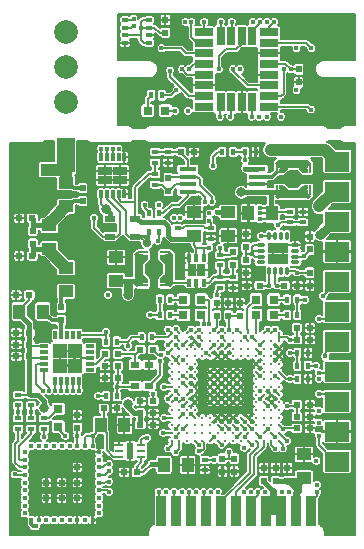
<source format=gtl>
G04 #@! TF.FileFunction,Copper,L1,Top,Signal*
%FSLAX46Y46*%
G04 Gerber Fmt 4.6, Leading zero omitted, Abs format (unit mm)*
G04 Created by KiCad (PCBNEW 4.0.2+dfsg1-stable) date Do 09 Mär 2017 02:24:01 CET*
%MOMM*%
G01*
G04 APERTURE LIST*
%ADD10C,0.100000*%
%ADD11R,2.032000X1.727200*%
%ADD12R,0.600000X0.500000*%
%ADD13R,1.450000X0.450000*%
%ADD14R,0.800000X0.600000*%
%ADD15R,0.500000X0.600000*%
%ADD16R,0.500000X0.350000*%
%ADD17R,0.400000X0.600000*%
%ADD18R,0.600000X0.400000*%
%ADD19O,0.750000X0.300000*%
%ADD20O,0.300000X0.750000*%
%ADD21R,0.900000X0.900000*%
%ADD22R,1.000000X1.250000*%
%ADD23R,0.300000X0.650000*%
%ADD24R,1.240000X0.775000*%
%ADD25R,0.300000X0.400000*%
%ADD26R,0.400000X0.300000*%
%ADD27R,0.500000X0.500000*%
%ADD28R,0.300000X0.730000*%
%ADD29R,0.730000X0.300000*%
%ADD30R,1.250000X1.250000*%
%ADD31R,0.350000X0.650000*%
%ADD32R,0.800000X1.000000*%
%ADD33R,1.250000X1.000000*%
%ADD34R,0.797560X0.797560*%
%ADD35R,0.900000X0.500000*%
%ADD36R,0.762000X2.540000*%
%ADD37R,0.889000X0.254000*%
%ADD38R,0.381000X0.444500*%
%ADD39R,2.540000X0.762000*%
%ADD40R,0.254000X0.889000*%
%ADD41R,0.444500X0.381000*%
%ADD42C,0.300000*%
%ADD43R,2.120000X2.500000*%
%ADD44R,0.850000X2.500000*%
%ADD45R,1.600000X0.700000*%
%ADD46R,0.700000X1.600000*%
%ADD47C,2.000000*%
%ADD48R,1.500000X3.000000*%
%ADD49R,0.700000X0.250000*%
%ADD50R,0.610000X0.710000*%
%ADD51R,2.200000X1.050000*%
%ADD52R,1.050000X1.000000*%
%ADD53C,0.400000*%
%ADD54C,0.800000*%
%ADD55C,0.600000*%
%ADD56C,1.000000*%
%ADD57C,0.700000*%
%ADD58C,0.400000*%
%ADD59C,0.200000*%
%ADD60C,0.800000*%
%ADD61C,0.600000*%
%ADD62C,0.300000*%
%ADD63C,1.000000*%
%ADD64C,0.140000*%
G04 APERTURE END LIST*
D10*
D11*
X75100000Y-118100000D03*
X75100000Y-115560000D03*
X75100000Y-113020000D03*
X75100000Y-110480000D03*
X75100000Y-107940000D03*
X75100000Y-105400000D03*
X75100000Y-102860000D03*
X75100000Y-100320000D03*
X75100000Y-97780000D03*
X75100000Y-95240000D03*
X75100000Y-92700000D03*
D12*
X58150000Y-119000000D03*
X57050000Y-119000000D03*
D13*
X68350000Y-95275000D03*
X68350000Y-94625000D03*
X68350000Y-93975000D03*
X68350000Y-93325000D03*
X62450000Y-93325000D03*
X62450000Y-93975000D03*
X62450000Y-94625000D03*
X62450000Y-95275000D03*
D12*
X58450000Y-108650000D03*
X59550000Y-108650000D03*
D14*
X58000000Y-109900000D03*
X59200000Y-109900000D03*
X58000000Y-111700000D03*
X59200000Y-111700000D03*
D12*
X58450000Y-115000000D03*
X59550000Y-115000000D03*
D15*
X60570000Y-81800000D03*
X60570000Y-80700000D03*
D16*
X59195000Y-82675000D03*
X59195000Y-82025000D03*
X59195000Y-81375000D03*
X59195000Y-80725000D03*
X57145000Y-82675000D03*
X57145000Y-82025000D03*
X57145000Y-81375000D03*
X57145000Y-80725000D03*
D17*
X55550000Y-107950000D03*
X56450000Y-107950000D03*
D18*
X60800000Y-91900000D03*
X60800000Y-92800000D03*
X66300000Y-102500000D03*
X66300000Y-103400000D03*
D15*
X66300000Y-100350000D03*
X66300000Y-101450000D03*
D19*
X68625000Y-99750000D03*
X68625000Y-100250000D03*
X68625000Y-100750000D03*
X68625000Y-101250000D03*
D20*
X69350000Y-101975000D03*
X69850000Y-101975000D03*
X70350000Y-101975000D03*
X70850000Y-101975000D03*
D19*
X71575000Y-101250000D03*
X71575000Y-100750000D03*
X71575000Y-100250000D03*
X71575000Y-99750000D03*
D20*
X70850000Y-99025000D03*
X70350000Y-99025000D03*
X69850000Y-99025000D03*
X69350000Y-99025000D03*
D21*
X70550000Y-100950000D03*
X70550000Y-100050000D03*
X69650000Y-100950000D03*
X69650000Y-100050000D03*
D22*
X69600000Y-97100000D03*
X67600000Y-97100000D03*
D23*
X55100000Y-95450000D03*
X55600000Y-95450000D03*
X56100000Y-95450000D03*
X56600000Y-95450000D03*
X57100000Y-95450000D03*
X57100000Y-92350000D03*
X56600000Y-92350000D03*
X56100000Y-92350000D03*
X55600000Y-92350000D03*
X55100000Y-92350000D03*
D24*
X56720000Y-93512500D03*
X55480000Y-93512500D03*
X56720000Y-94287500D03*
X55480000Y-94287500D03*
D15*
X60800000Y-94100000D03*
X60800000Y-95200000D03*
D18*
X59700000Y-94650000D03*
X59700000Y-93750000D03*
D17*
X60050000Y-98700000D03*
X59150000Y-98700000D03*
D25*
X49200000Y-123050000D03*
X49850000Y-123050000D03*
X50500000Y-123050000D03*
X51150000Y-123050000D03*
X51800000Y-123050000D03*
X52450000Y-123050000D03*
X53100000Y-123050000D03*
X53750000Y-123050000D03*
X54400000Y-123050000D03*
D26*
X54950000Y-121850000D03*
X54950000Y-121200000D03*
X54950000Y-120550000D03*
X54950000Y-119900000D03*
X54950000Y-119250000D03*
X54950000Y-118600000D03*
X54950000Y-117950000D03*
X54950000Y-117300000D03*
D25*
X54400000Y-116750000D03*
D26*
X54950000Y-122500000D03*
D25*
X53750000Y-116750000D03*
X53100000Y-116750000D03*
X52450000Y-116750000D03*
X51800000Y-116750000D03*
X51150000Y-116750000D03*
X50500000Y-116750000D03*
X49850000Y-116750000D03*
X49200000Y-116750000D03*
D26*
X48650000Y-117300000D03*
X48650000Y-117950000D03*
X48650000Y-118600000D03*
X48650000Y-119250000D03*
X48650000Y-119900000D03*
X48650000Y-120550000D03*
X48650000Y-121200000D03*
X48650000Y-121850000D03*
X48650000Y-122500000D03*
D27*
X51800000Y-119900000D03*
X51800000Y-121200000D03*
X50500000Y-119900000D03*
X50500000Y-121200000D03*
X53100000Y-119900000D03*
X53100000Y-121200000D03*
X53100000Y-118600000D03*
D12*
X49050000Y-108200000D03*
X47950000Y-108200000D03*
X71700000Y-107800000D03*
X72800000Y-107800000D03*
D15*
X53100000Y-115250000D03*
X53100000Y-114150000D03*
D18*
X49200000Y-112450000D03*
X49200000Y-113350000D03*
D17*
X60100000Y-104400000D03*
X61000000Y-104400000D03*
D12*
X56550000Y-111000000D03*
X55450000Y-111000000D03*
D18*
X48100000Y-114450000D03*
X48100000Y-115350000D03*
X50300000Y-114450000D03*
X50300000Y-115350000D03*
X48100000Y-112450000D03*
X48100000Y-113350000D03*
D28*
X53250000Y-107385000D03*
X52750000Y-107385000D03*
X52250000Y-107385000D03*
X51750000Y-107385000D03*
X51250000Y-107385000D03*
D29*
X50285000Y-108350000D03*
X50285000Y-108850000D03*
X50285000Y-109350000D03*
X50285000Y-109850000D03*
X50285000Y-110350000D03*
D28*
X51250000Y-111315000D03*
X51750000Y-111315000D03*
X52250000Y-111315000D03*
X52750000Y-111315000D03*
X53250000Y-111315000D03*
D29*
X54215000Y-110350000D03*
X54215000Y-109850000D03*
X54215000Y-109350000D03*
X54215000Y-108850000D03*
X54215000Y-108350000D03*
D30*
X51625000Y-109975000D03*
X52875000Y-109975000D03*
X51625000Y-108725000D03*
X52875000Y-108725000D03*
D31*
X62550000Y-102950000D03*
X63200000Y-102950000D03*
X63850000Y-102950000D03*
X63850000Y-100850000D03*
X63200000Y-100850000D03*
X62550000Y-100850000D03*
D32*
X63600000Y-101900000D03*
X62800000Y-101900000D03*
D12*
X61900000Y-91900000D03*
X63000000Y-91900000D03*
D33*
X63000000Y-99000000D03*
X63000000Y-97000000D03*
X56400000Y-102800000D03*
X56400000Y-100800000D03*
D15*
X67400000Y-99950000D03*
X67400000Y-98850000D03*
X67400000Y-101050000D03*
X67400000Y-102150000D03*
X72800000Y-100150000D03*
X72800000Y-99050000D03*
D12*
X68550000Y-103200000D03*
X67450000Y-103200000D03*
X70650000Y-103200000D03*
X71750000Y-103200000D03*
D15*
X72800000Y-102100000D03*
X72800000Y-103200000D03*
D12*
X49050000Y-107200000D03*
X47950000Y-107200000D03*
X49050000Y-109200000D03*
X47950000Y-109200000D03*
X56550000Y-109000000D03*
X55450000Y-109000000D03*
X49050000Y-104000000D03*
X47950000Y-104000000D03*
D15*
X51750000Y-105050000D03*
X51750000Y-106150000D03*
D12*
X55350000Y-113600000D03*
X56450000Y-113600000D03*
D15*
X68900000Y-118650000D03*
X68900000Y-119750000D03*
X69900000Y-118650000D03*
X69900000Y-119750000D03*
X70900000Y-118650000D03*
X70900000Y-119750000D03*
D12*
X59550000Y-113000000D03*
X58450000Y-113000000D03*
D15*
X64900000Y-105750000D03*
X64900000Y-104650000D03*
D12*
X71700000Y-106800000D03*
X72800000Y-106800000D03*
D15*
X65400000Y-117850000D03*
X65400000Y-118950000D03*
D12*
X71700000Y-114300000D03*
X72800000Y-114300000D03*
D15*
X66900000Y-105750000D03*
X66900000Y-104650000D03*
X66400000Y-117850000D03*
X66400000Y-118950000D03*
D12*
X71700000Y-113300000D03*
X72800000Y-113300000D03*
D15*
X65900000Y-105750000D03*
X65900000Y-104650000D03*
D12*
X58450000Y-114000000D03*
X59550000Y-114000000D03*
X71700000Y-115300000D03*
X72800000Y-115300000D03*
D34*
X69749300Y-105700000D03*
X68250700Y-105700000D03*
X69749300Y-104400000D03*
X68250700Y-104400000D03*
X62100000Y-104400000D03*
X63598600Y-104400000D03*
X62100000Y-105700000D03*
X63598600Y-105700000D03*
X51500000Y-115149300D03*
X51500000Y-113650700D03*
D18*
X59700000Y-92800000D03*
X59700000Y-91900000D03*
X71100000Y-96950000D03*
X71100000Y-97850000D03*
X72200000Y-97850000D03*
X72200000Y-96950000D03*
X64400000Y-98350000D03*
X64400000Y-99250000D03*
X65200000Y-100600000D03*
X65200000Y-101500000D03*
D17*
X71750000Y-105700000D03*
X70850000Y-105700000D03*
X60100000Y-105700000D03*
X61000000Y-105700000D03*
X71750000Y-111100000D03*
X72650000Y-111100000D03*
D35*
X55900000Y-97550000D03*
X55900000Y-99050000D03*
X58000000Y-99050000D03*
X58000000Y-97550000D03*
D12*
X56550000Y-110000000D03*
X55450000Y-110000000D03*
D17*
X55550000Y-112550000D03*
X56450000Y-112550000D03*
D33*
X72300000Y-117500000D03*
X72300000Y-119500000D03*
X65900000Y-97000000D03*
X65900000Y-99000000D03*
D17*
X60050000Y-97100000D03*
X59150000Y-97100000D03*
X72650000Y-110000000D03*
X71750000Y-110000000D03*
D36*
X60870000Y-101800000D03*
X58330000Y-101800000D03*
D37*
X60552500Y-103197000D03*
X60552500Y-100403000D03*
X58647500Y-103197000D03*
X58647500Y-100403000D03*
D38*
X60298500Y-100752250D03*
X58901500Y-100752250D03*
X58901500Y-102847750D03*
X60298500Y-102847750D03*
D10*
G36*
X60997000Y-100276038D02*
X61250962Y-100530000D01*
X60997000Y-100783962D01*
X60743038Y-100530000D01*
X60997000Y-100276038D01*
X60997000Y-100276038D01*
G37*
G36*
X60997000Y-102816038D02*
X61250962Y-103070000D01*
X60997000Y-103323962D01*
X60743038Y-103070000D01*
X60997000Y-102816038D01*
X60997000Y-102816038D01*
G37*
G36*
X58203000Y-102816038D02*
X58456962Y-103070000D01*
X58203000Y-103323962D01*
X57949038Y-103070000D01*
X58203000Y-102816038D01*
X58203000Y-102816038D01*
G37*
G36*
X58203000Y-100276038D02*
X58456962Y-100530000D01*
X58203000Y-100783962D01*
X57949038Y-100530000D01*
X58203000Y-100276038D01*
X58203000Y-100276038D01*
G37*
G36*
X60489000Y-100593737D02*
X60869763Y-100974500D01*
X60489000Y-101355263D01*
X60108237Y-100974500D01*
X60489000Y-100593737D01*
X60489000Y-100593737D01*
G37*
G36*
X60489000Y-102244737D02*
X60869763Y-102625500D01*
X60489000Y-103006263D01*
X60108237Y-102625500D01*
X60489000Y-102244737D01*
X60489000Y-102244737D01*
G37*
G36*
X58711000Y-102244737D02*
X59091763Y-102625500D01*
X58711000Y-103006263D01*
X58330237Y-102625500D01*
X58711000Y-102244737D01*
X58711000Y-102244737D01*
G37*
G36*
X58711000Y-100593737D02*
X59091763Y-100974500D01*
X58711000Y-101355263D01*
X58330237Y-100974500D01*
X58711000Y-100593737D01*
X58711000Y-100593737D01*
G37*
D22*
X55100000Y-115000000D03*
X57100000Y-115000000D03*
D17*
X71750000Y-108900000D03*
X72650000Y-108900000D03*
X67300000Y-91900000D03*
X68200000Y-91900000D03*
X65387530Y-91900000D03*
X66287530Y-91900000D03*
D39*
X71400000Y-92930000D03*
X71400000Y-95470000D03*
D40*
X72797000Y-93247500D03*
X70003000Y-93247500D03*
X72797000Y-95152500D03*
X70003000Y-95152500D03*
D41*
X70352250Y-93501500D03*
X70352250Y-94898500D03*
X72447750Y-94898500D03*
X72447750Y-93501500D03*
D10*
G36*
X69876038Y-92803000D02*
X70130000Y-92549038D01*
X70383962Y-92803000D01*
X70130000Y-93056962D01*
X69876038Y-92803000D01*
X69876038Y-92803000D01*
G37*
G36*
X72416038Y-92803000D02*
X72670000Y-92549038D01*
X72923962Y-92803000D01*
X72670000Y-93056962D01*
X72416038Y-92803000D01*
X72416038Y-92803000D01*
G37*
G36*
X72416038Y-95597000D02*
X72670000Y-95343038D01*
X72923962Y-95597000D01*
X72670000Y-95850962D01*
X72416038Y-95597000D01*
X72416038Y-95597000D01*
G37*
G36*
X69876038Y-95597000D02*
X70130000Y-95343038D01*
X70383962Y-95597000D01*
X70130000Y-95850962D01*
X69876038Y-95597000D01*
X69876038Y-95597000D01*
G37*
G36*
X70193737Y-93311000D02*
X70574500Y-92930237D01*
X70955263Y-93311000D01*
X70574500Y-93691763D01*
X70193737Y-93311000D01*
X70193737Y-93311000D01*
G37*
G36*
X71844737Y-93311000D02*
X72225500Y-92930237D01*
X72606263Y-93311000D01*
X72225500Y-93691763D01*
X71844737Y-93311000D01*
X71844737Y-93311000D01*
G37*
G36*
X71844737Y-95089000D02*
X72225500Y-94708237D01*
X72606263Y-95089000D01*
X72225500Y-95469763D01*
X71844737Y-95089000D01*
X71844737Y-95089000D01*
G37*
G36*
X70193737Y-95089000D02*
X70574500Y-94708237D01*
X70955263Y-95089000D01*
X70574500Y-95469763D01*
X70193737Y-95089000D01*
X70193737Y-95089000D01*
G37*
D42*
X65650000Y-111800000D03*
X66300000Y-111800000D03*
X66300000Y-112450000D03*
X65650000Y-112450000D03*
X65000000Y-112450000D03*
X65000000Y-111800000D03*
X65000000Y-111150000D03*
X65650000Y-111150000D03*
X66300000Y-111150000D03*
X66950000Y-111150000D03*
X66950000Y-111800000D03*
X66950000Y-112450000D03*
X66950000Y-113100000D03*
X66300000Y-113100000D03*
X65650000Y-113100000D03*
X65000000Y-113100000D03*
X64350000Y-113100000D03*
X64350000Y-112450000D03*
X64350000Y-111800000D03*
X64350000Y-111150000D03*
X64350000Y-110500000D03*
X65000000Y-110500000D03*
X65650000Y-110500000D03*
X66300000Y-110500000D03*
X66950000Y-110500000D03*
X68250000Y-114400000D03*
X68250000Y-113750000D03*
X68250000Y-113100000D03*
X68250000Y-112450000D03*
X68250000Y-111800000D03*
X68250000Y-115050000D03*
X68250000Y-115700000D03*
X68250000Y-116350000D03*
X68900000Y-113100000D03*
X69550000Y-113100000D03*
X70200000Y-113100000D03*
X70200000Y-113750000D03*
X70200000Y-114400000D03*
X70200000Y-115050000D03*
X70200000Y-115700000D03*
X70200000Y-116350000D03*
X69550000Y-116350000D03*
X68900000Y-116350000D03*
X68900000Y-115700000D03*
X69550000Y-115700000D03*
X69550000Y-115050000D03*
X68900000Y-115050000D03*
X68900000Y-114400000D03*
X69550000Y-114400000D03*
X69550000Y-113750000D03*
X68900000Y-113750000D03*
X70200000Y-112450000D03*
X69550000Y-112450000D03*
X68900000Y-112450000D03*
X68900000Y-111800000D03*
X69550000Y-111800000D03*
X70200000Y-111800000D03*
X70200000Y-111150000D03*
X69550000Y-111150000D03*
X68900000Y-111150000D03*
X68250000Y-111150000D03*
X68250000Y-110500000D03*
X68900000Y-110500000D03*
X69550000Y-110500000D03*
X70200000Y-110500000D03*
X70200000Y-109850000D03*
X69550000Y-109850000D03*
X68900000Y-109850000D03*
X68250000Y-109850000D03*
X66950000Y-109200000D03*
X66950000Y-108550000D03*
X66950000Y-107900000D03*
X66950000Y-107250000D03*
X67600000Y-107250000D03*
X68250000Y-107250000D03*
X68900000Y-107250000D03*
X69550000Y-107250000D03*
X70200000Y-107250000D03*
X70200000Y-107900000D03*
X70200000Y-108550000D03*
X70200000Y-109200000D03*
X69550000Y-109200000D03*
X68900000Y-109200000D03*
X68250000Y-109200000D03*
X67600000Y-109200000D03*
X67600000Y-108550000D03*
X67600000Y-107900000D03*
X68250000Y-107900000D03*
X68900000Y-107900000D03*
X69550000Y-107900000D03*
X69550000Y-108550000D03*
X68900000Y-108550000D03*
X68250000Y-108550000D03*
X66300000Y-107250000D03*
X65650000Y-107250000D03*
X63050000Y-110500000D03*
X62400000Y-110500000D03*
X61750000Y-110500000D03*
X61100000Y-110500000D03*
X61100000Y-109850000D03*
X61100000Y-109200000D03*
X61100000Y-108550000D03*
X61100000Y-107900000D03*
X61100000Y-107250000D03*
X61750000Y-107250000D03*
X62400000Y-107250000D03*
X63050000Y-107250000D03*
X63700000Y-107250000D03*
X64350000Y-107250000D03*
X65000000Y-107250000D03*
X66300000Y-107900000D03*
X65650000Y-107900000D03*
X65000000Y-107900000D03*
X64350000Y-107900000D03*
X63700000Y-107900000D03*
X63050000Y-107900000D03*
X62400000Y-107900000D03*
X61750000Y-107900000D03*
X61750000Y-108550000D03*
X62400000Y-108550000D03*
X63700000Y-108550000D03*
X66300000Y-109200000D03*
X65650000Y-109200000D03*
X65000000Y-109200000D03*
X64350000Y-109200000D03*
X63700000Y-109200000D03*
X63050000Y-109200000D03*
X63050000Y-109850000D03*
X62400000Y-109850000D03*
X61750000Y-109850000D03*
X61750000Y-109200000D03*
X62400000Y-109200000D03*
X63050000Y-108550000D03*
X64350000Y-108550000D03*
X65000000Y-108550000D03*
X65650000Y-108550000D03*
X66300000Y-108550000D03*
X63050000Y-111150000D03*
X63050000Y-111800000D03*
X63050000Y-112450000D03*
X63050000Y-113100000D03*
X63050000Y-113750000D03*
X63050000Y-114400000D03*
X63700000Y-114400000D03*
X64350000Y-114400000D03*
X65000000Y-114400000D03*
X67600000Y-114400000D03*
X66950000Y-114400000D03*
X66300000Y-114400000D03*
X65650000Y-114400000D03*
X67600000Y-116350000D03*
X66950000Y-116350000D03*
X66300000Y-116350000D03*
X65650000Y-116350000D03*
X65000000Y-116350000D03*
X64350000Y-116350000D03*
X63700000Y-116350000D03*
X63050000Y-116350000D03*
X62400000Y-116350000D03*
X61750000Y-116350000D03*
X61100000Y-116350000D03*
X61100000Y-115700000D03*
X61100000Y-115050000D03*
X61100000Y-113750000D03*
X61100000Y-114400000D03*
X61100000Y-113100000D03*
X61100000Y-112450000D03*
X61100000Y-111800000D03*
X61100000Y-111150000D03*
X61750000Y-111150000D03*
X61750000Y-111800000D03*
X61750000Y-112450000D03*
X61750000Y-113100000D03*
X61750000Y-113750000D03*
X61750000Y-114400000D03*
X61750000Y-115050000D03*
X61750000Y-115700000D03*
X62400000Y-115700000D03*
X63050000Y-115700000D03*
X63700000Y-115700000D03*
X64350000Y-115700000D03*
X65000000Y-115700000D03*
X65650000Y-115700000D03*
X66950000Y-115700000D03*
X66300000Y-115700000D03*
X67600000Y-115700000D03*
X67600000Y-115050000D03*
X66950000Y-115050000D03*
X66300000Y-115050000D03*
X65650000Y-115050000D03*
X65000000Y-115050000D03*
X64350000Y-115050000D03*
X63700000Y-115050000D03*
X63050000Y-115050000D03*
X62400000Y-115050000D03*
X62400000Y-114400000D03*
X62400000Y-113750000D03*
X62400000Y-113100000D03*
X62400000Y-112450000D03*
X62400000Y-111800000D03*
X62400000Y-111150000D03*
D18*
X61600000Y-99250000D03*
X61600000Y-98350000D03*
D17*
X71750000Y-104400000D03*
X70850000Y-104400000D03*
X58550000Y-107600000D03*
X59450000Y-107600000D03*
D18*
X65200000Y-102500000D03*
X65200000Y-103400000D03*
X49200000Y-114450000D03*
X49200000Y-115350000D03*
X63900000Y-117950000D03*
X63900000Y-118850000D03*
D43*
X74840000Y-122300000D03*
D44*
X72935000Y-122300000D03*
X71665000Y-122300000D03*
X70395000Y-122300000D03*
X69125000Y-122300000D03*
X67855000Y-122300000D03*
X66585000Y-122300000D03*
X65315000Y-122300000D03*
X64045000Y-122300000D03*
X62775000Y-122300000D03*
X61505000Y-122300000D03*
X60235000Y-122300000D03*
D43*
X58330000Y-122300000D03*
D34*
X59070000Y-88400000D03*
X60568600Y-88400000D03*
D17*
X60270000Y-87100000D03*
X59370000Y-87100000D03*
D15*
X71870000Y-84900000D03*
X71870000Y-86000000D03*
D45*
X63835000Y-81750000D03*
X63835000Y-82650000D03*
X63835000Y-83550000D03*
X63835000Y-84450000D03*
X63835000Y-85350000D03*
X63835000Y-86250000D03*
X63835000Y-87150000D03*
X63835000Y-88050000D03*
D46*
X65235000Y-87700000D03*
X66135000Y-87700000D03*
X67035000Y-87700000D03*
X67935000Y-87700000D03*
D45*
X69335000Y-88050000D03*
X69335000Y-87150000D03*
X69335000Y-86250000D03*
X69335000Y-85350000D03*
X69335000Y-84450000D03*
X69335000Y-83550000D03*
X69335000Y-82650000D03*
X69335000Y-81750000D03*
D46*
X67935000Y-82100000D03*
X67035000Y-82100000D03*
X66135000Y-82100000D03*
X65235000Y-82100000D03*
D15*
X49350000Y-99650000D03*
X49350000Y-98550000D03*
D12*
X49300000Y-97500000D03*
X48200000Y-97500000D03*
D15*
X53550000Y-96050000D03*
X53550000Y-94950000D03*
D22*
X50200000Y-105400000D03*
X48200000Y-105400000D03*
D33*
X52150000Y-101700000D03*
X52150000Y-103700000D03*
X50750000Y-98100000D03*
X50750000Y-100100000D03*
X52150000Y-94500000D03*
X52150000Y-96500000D03*
D47*
X52150000Y-87700000D03*
X52150000Y-84700000D03*
X52150000Y-81700000D03*
D12*
X49300000Y-100700000D03*
X48200000Y-100700000D03*
D48*
X52150000Y-92150000D03*
D22*
X60450000Y-118400000D03*
X62450000Y-118400000D03*
D49*
X58525000Y-117700000D03*
X58525000Y-117200000D03*
X58525000Y-116700000D03*
X56675000Y-116700000D03*
X56675000Y-117200000D03*
X56675000Y-117700000D03*
D50*
X57600000Y-116845000D03*
X57600000Y-117555000D03*
D51*
X49000000Y-91925000D03*
X49000000Y-94875000D03*
D52*
X50525000Y-93400000D03*
D53*
X73550000Y-111100000D03*
X73400000Y-120700000D03*
X57400000Y-108300000D03*
X58470000Y-81400000D03*
X73550000Y-114799997D03*
X71100000Y-107800000D03*
X73300000Y-110000000D03*
X67925000Y-115375000D03*
X67275000Y-115375000D03*
X66625000Y-115375000D03*
X65975000Y-115375000D03*
X65325000Y-115375000D03*
X65975000Y-106925000D03*
X64675000Y-108225000D03*
X65325000Y-108225000D03*
X65975000Y-108225000D03*
X62725000Y-110825000D03*
X62075000Y-110825000D03*
X62075000Y-111475000D03*
X62725000Y-112125000D03*
X68575000Y-110825000D03*
X68575000Y-112125000D03*
X70850000Y-113425000D03*
X69225000Y-113425000D03*
X68575000Y-112775000D03*
X70525000Y-115375000D03*
X65975000Y-117325000D03*
X54900000Y-112550000D03*
X53100000Y-115900000D03*
X65200000Y-100000000D03*
D54*
X57400000Y-113200000D03*
X50300000Y-113550000D03*
X57400000Y-104000000D03*
D53*
X53900000Y-115100000D03*
X57600000Y-116845000D03*
X57600000Y-117555000D03*
X58330000Y-122300000D03*
X74840000Y-122300000D03*
X67100000Y-94500000D03*
X48100000Y-96800000D03*
X48100000Y-100000000D03*
X48100000Y-98200000D03*
X48100000Y-101400000D03*
X49850000Y-122500000D03*
X59400000Y-96400000D03*
X67100000Y-98100000D03*
X67700000Y-98100000D03*
X63300000Y-96100000D03*
X54950000Y-116800000D03*
X47950000Y-103300000D03*
X61800000Y-100000000D03*
X55450000Y-111750000D03*
X59200000Y-109300000D03*
X57100000Y-116049990D03*
X59550000Y-115700000D03*
X63375000Y-108225000D03*
X67870000Y-84900000D03*
X66970000Y-88900000D03*
X65670000Y-84900000D03*
X72970000Y-84900000D03*
X74840000Y-86678000D03*
X74840000Y-83122000D03*
X58330000Y-86678000D03*
X58330000Y-83122000D03*
X61320000Y-80700000D03*
X73350000Y-117500000D03*
X69900000Y-117900000D03*
X66400000Y-119700000D03*
X61600000Y-92700000D03*
X73600000Y-102400000D03*
X72800000Y-101200000D03*
X62725000Y-111475000D03*
X62725000Y-110175000D03*
X64675000Y-110175000D03*
X64675000Y-110825000D03*
X65325000Y-110825000D03*
X65325000Y-110175000D03*
X65975000Y-110175000D03*
X65975000Y-110825000D03*
X66625000Y-110825000D03*
X66625000Y-110175000D03*
X67275000Y-110175000D03*
X67275000Y-110825000D03*
X68200000Y-92600000D03*
X70200000Y-94200000D03*
X71400000Y-94600000D03*
X69375000Y-94625000D03*
X63600000Y-101900000D03*
X62800000Y-101900000D03*
X52875000Y-108725000D03*
X52875000Y-109975000D03*
X51625000Y-109975000D03*
X51625000Y-108725000D03*
X47950000Y-109900000D03*
X47950000Y-106500000D03*
X57450000Y-100400000D03*
X55300000Y-100400000D03*
X66300000Y-104000000D03*
X72800000Y-103850000D03*
X65325000Y-114725000D03*
X65975000Y-114725000D03*
X66625000Y-114725000D03*
X67925000Y-114725000D03*
X69875000Y-108875000D03*
X69875000Y-109525000D03*
X65975000Y-108875000D03*
X65325000Y-108875000D03*
X63375000Y-112125000D03*
X63375000Y-112775000D03*
X66625000Y-112775000D03*
X66625000Y-112125000D03*
X65975000Y-112125000D03*
X65975000Y-112775000D03*
X65325000Y-112775000D03*
X65325000Y-112125000D03*
X64675000Y-112125000D03*
X64675000Y-112775000D03*
X64025000Y-112125000D03*
X64025000Y-112775000D03*
X64025000Y-113425000D03*
X64675000Y-113425000D03*
X65325000Y-113425000D03*
X65975000Y-113425000D03*
X66625000Y-113425000D03*
X68575000Y-110175000D03*
X69225000Y-112125000D03*
X69875000Y-112775000D03*
X73550000Y-113300000D03*
X73550000Y-115300000D03*
X64700000Y-118950000D03*
X51150000Y-119250000D03*
X52450000Y-119250000D03*
X52450000Y-120550000D03*
X51150000Y-120550000D03*
X53100000Y-122500000D03*
X54400000Y-122500000D03*
X62992150Y-92592150D03*
X55480000Y-94287500D03*
X55480000Y-93512500D03*
X56720000Y-93512500D03*
X56720000Y-94287500D03*
X73550000Y-107800000D03*
X69650000Y-100050000D03*
X70550000Y-100050000D03*
X70550000Y-100950000D03*
X69650000Y-100950000D03*
X68100000Y-102150000D03*
X73550000Y-106800000D03*
X71100000Y-108900000D03*
X60100000Y-109600000D03*
X67925000Y-107575000D03*
X63900000Y-96100000D03*
D54*
X67000000Y-95300000D03*
X73700000Y-98900000D03*
D53*
X68600000Y-97600000D03*
X68600000Y-97100000D03*
X68600000Y-96600000D03*
D54*
X55500000Y-96700000D03*
D53*
X56600000Y-91600000D03*
X55100000Y-91600000D03*
X59300000Y-105700000D03*
X72400000Y-104400000D03*
X69300000Y-103200000D03*
X70000010Y-103200000D03*
D55*
X71800000Y-120600000D03*
X69700000Y-120600000D03*
D53*
X71700000Y-102100000D03*
X60200000Y-109050000D03*
X62075000Y-109525000D03*
X69875000Y-112125000D03*
X56450000Y-111750000D03*
X61425000Y-109525000D03*
X55550000Y-107150000D03*
X61425000Y-107575000D03*
X50200000Y-112100000D03*
X61425000Y-108225000D03*
X60775000Y-108225000D03*
X50700000Y-112100000D03*
X60775000Y-108875000D03*
X51250000Y-112100000D03*
X62075000Y-114075000D03*
X51750000Y-112100000D03*
X61425000Y-115375000D03*
X52250000Y-112100000D03*
X62075000Y-115375000D03*
X52750000Y-112100000D03*
X60450000Y-114400000D03*
X53250000Y-112100000D03*
X67800000Y-120700000D03*
X56100000Y-91600000D03*
X68575000Y-116025000D03*
X48100000Y-113900000D03*
X73350000Y-118050000D03*
X73400000Y-120100000D03*
X70850000Y-116350000D03*
X69225000Y-115375000D03*
X64400000Y-120700000D03*
X69875000Y-116025000D03*
X69000000Y-120700000D03*
X73550000Y-110600000D03*
X69875000Y-110825000D03*
X70100000Y-98100000D03*
X69875000Y-106925000D03*
X67275000Y-107575000D03*
X64300000Y-97700000D03*
X63200000Y-120700000D03*
X68575000Y-108225000D03*
X62725000Y-114075000D03*
X55800000Y-118350000D03*
X63375000Y-116675000D03*
X55800000Y-118900000D03*
X68400000Y-120700000D03*
X68575000Y-108875000D03*
X73900000Y-104100000D03*
X62725000Y-106925000D03*
X73550000Y-106050000D03*
X63375000Y-106925000D03*
X63800000Y-106500020D03*
X63375000Y-107575000D03*
X65325000Y-107575000D03*
X64300000Y-106500020D03*
X49200000Y-113900000D03*
X67200000Y-120700000D03*
X55600000Y-91600000D03*
X67925000Y-116675000D03*
X74100000Y-109200000D03*
X64675000Y-116025000D03*
X73550000Y-115900000D03*
X61425000Y-117325000D03*
X73550000Y-112400000D03*
X60775000Y-117000000D03*
X61300000Y-120700000D03*
X61425000Y-112775000D03*
X60600000Y-120700000D03*
X60775000Y-112775000D03*
X60450000Y-111800000D03*
X62600000Y-120700000D03*
X61425000Y-112125000D03*
X60000000Y-120700000D03*
X62000000Y-120700000D03*
X62075000Y-112775000D03*
X66625000Y-116025000D03*
X63800000Y-120700000D03*
X65000000Y-120700000D03*
X67250000Y-116950000D03*
X67275000Y-116025000D03*
X54500000Y-97500000D03*
D56*
X69500000Y-91700000D03*
D57*
X59000000Y-99600000D03*
D53*
X47800000Y-119200000D03*
X50300000Y-116000000D03*
X63375000Y-117200000D03*
X71000000Y-120700000D03*
X70525000Y-117000000D03*
X68700000Y-99000000D03*
X71100000Y-111100000D03*
X59549989Y-112400000D03*
X62075000Y-113425000D03*
X64675000Y-106925000D03*
X64025000Y-108875000D03*
X49600000Y-123600000D03*
X60400000Y-115700000D03*
X55800000Y-120700000D03*
X65325000Y-116675000D03*
X55800000Y-119800000D03*
X61453555Y-106896445D03*
X61300000Y-97500000D03*
X60775000Y-106925000D03*
X61800000Y-97500000D03*
X58800000Y-96400000D03*
X65325000Y-106925000D03*
X59900000Y-99450000D03*
X64500000Y-96100000D03*
X67300000Y-92600000D03*
X69225000Y-106925000D03*
X59000000Y-116100000D03*
X61425000Y-116025000D03*
X64700000Y-117950000D03*
X67275000Y-114725000D03*
X73550000Y-113800000D03*
X64300000Y-97100000D03*
X64900000Y-104000000D03*
X66625000Y-106925000D03*
X55700000Y-104000000D03*
X62075000Y-108225000D03*
X64600000Y-93100000D03*
X60000000Y-96400000D03*
D56*
X73600000Y-96500000D03*
D53*
X70400000Y-120700000D03*
X69875000Y-117000000D03*
X60235000Y-83122000D03*
X61505000Y-86678000D03*
X71170000Y-84900000D03*
X60970000Y-85000000D03*
X62470000Y-88400000D03*
X69770000Y-80900000D03*
X65070000Y-84900000D03*
X62570000Y-84900000D03*
X66070000Y-88900000D03*
X66270000Y-84900000D03*
X57870000Y-81200000D03*
X70570000Y-84900000D03*
X57870000Y-80600000D03*
X66870000Y-84900000D03*
X67870000Y-88900000D03*
X69170000Y-88900000D03*
X65270000Y-80900000D03*
X63870000Y-80900000D03*
X67970000Y-80900000D03*
X62770000Y-80900000D03*
X69170000Y-80900000D03*
X70370000Y-88900000D03*
X68570000Y-80900000D03*
X71665000Y-86678000D03*
X61970000Y-84900000D03*
X66170000Y-80900000D03*
X71665000Y-83122000D03*
X72870000Y-88300000D03*
X72935000Y-83122000D03*
X65170000Y-88900000D03*
X62270000Y-80900000D03*
X68470000Y-88900000D03*
X61370000Y-88400000D03*
X52094836Y-115917214D03*
X54400000Y-115900000D03*
X59400000Y-118300000D03*
X59900000Y-97850000D03*
X67300000Y-93300000D03*
X64900000Y-97000000D03*
X72300000Y-100700000D03*
X64300000Y-100000000D03*
X67900000Y-100500000D03*
D58*
X57400000Y-113500000D02*
X57900000Y-114000000D01*
X57900000Y-114000000D02*
X58450000Y-114000000D01*
X57400000Y-113200000D02*
X57400000Y-113500000D01*
D59*
X58645000Y-80725000D02*
X58470000Y-80900000D01*
X58470000Y-80900000D02*
X58470000Y-81400000D01*
X59195000Y-80725000D02*
X58645000Y-80725000D01*
X72935000Y-121465000D02*
X73400000Y-121000000D01*
X73400000Y-121000000D02*
X73400000Y-120700000D01*
X72935000Y-122300000D02*
X72935000Y-121465000D01*
X53100000Y-115900000D02*
X53100000Y-115250000D01*
X49050000Y-104450000D02*
X48200000Y-105300000D01*
X48200000Y-105300000D02*
X48200000Y-105400000D01*
X49050000Y-104000000D02*
X49050000Y-104450000D01*
D58*
X49050000Y-106450000D02*
X48200000Y-105600000D01*
X48200000Y-105600000D02*
X48200000Y-105400000D01*
X49050000Y-107200000D02*
X49050000Y-106450000D01*
X49200000Y-112450000D02*
X49750000Y-112450000D01*
X49750000Y-112450000D02*
X50300000Y-113000000D01*
X50300000Y-113000000D02*
X50300000Y-113550000D01*
D59*
X55550000Y-112550000D02*
X54900000Y-112550000D01*
X58550000Y-107600000D02*
X57750000Y-107600000D01*
X57750000Y-107600000D02*
X57400000Y-107950000D01*
X56450000Y-107950000D02*
X57400000Y-107950000D01*
X57400000Y-108300000D02*
X57400000Y-107950000D01*
D58*
X57400000Y-103000000D02*
X57600000Y-102800000D01*
D60*
X57400000Y-104000000D02*
X57400000Y-103000000D01*
D58*
X58450000Y-115000000D02*
X58450000Y-114000000D01*
D59*
X59645000Y-81375000D02*
X60070000Y-81800000D01*
X60070000Y-81800000D02*
X60570000Y-81800000D01*
X59195000Y-81375000D02*
X59645000Y-81375000D01*
X58470000Y-81400000D02*
X58470000Y-82025000D01*
X58470000Y-82025000D02*
X58470000Y-82400000D01*
X57145000Y-82025000D02*
X58470000Y-82025000D01*
X58470000Y-82400000D02*
X58745000Y-82675000D01*
X59195000Y-81375000D02*
X58495000Y-81375000D01*
X58495000Y-81375000D02*
X58470000Y-81400000D01*
X59195000Y-82675000D02*
X58745000Y-82675000D01*
X71700000Y-115300000D02*
X70600000Y-115300000D01*
X70600000Y-115300000D02*
X70525000Y-115375000D01*
D58*
X56400000Y-102800000D02*
X57400000Y-102800000D01*
D59*
X65200000Y-100600000D02*
X65200000Y-100000000D01*
X65200000Y-100600000D02*
X66050000Y-100600000D01*
X66050000Y-100600000D02*
X66300000Y-100350000D01*
X66250000Y-100400000D02*
X66300000Y-100350000D01*
X65975000Y-106925000D02*
X65975000Y-105825000D01*
X65975000Y-105825000D02*
X65900000Y-105750000D01*
X66900000Y-105750000D02*
X65900000Y-105750000D01*
D58*
X57400000Y-102800000D02*
X57600000Y-102800000D01*
X57600000Y-102800000D02*
X57933000Y-102800000D01*
D59*
X57500000Y-102900000D02*
X57600000Y-102800000D01*
X72650000Y-110000000D02*
X73300000Y-110000000D01*
X68900000Y-112450000D02*
X68575000Y-112775000D01*
X66300000Y-115050000D02*
X66625000Y-115375000D01*
D58*
X49050000Y-109200000D02*
X49050000Y-112300000D01*
X49050000Y-112300000D02*
X49200000Y-112450000D01*
D59*
X53100000Y-115900000D02*
X53100000Y-116750000D01*
X68250000Y-110500000D02*
X68575000Y-110825000D01*
X48100000Y-112450000D02*
X49200000Y-112450000D01*
X62400000Y-111150000D02*
X62075000Y-110825000D01*
X63050000Y-111150000D02*
X62725000Y-110825000D01*
X62400000Y-111800000D02*
X62075000Y-111475000D01*
X70200000Y-107600000D02*
X70900000Y-107600000D01*
X70900000Y-107600000D02*
X71100000Y-107800000D01*
X71200000Y-107800000D02*
X71100000Y-107800000D01*
X71700000Y-106800000D02*
X71700000Y-107800000D01*
X57933000Y-102800000D02*
X58203000Y-103070000D01*
D58*
X49050000Y-108200000D02*
X49050000Y-107200000D01*
D59*
X70850000Y-113425000D02*
X71575000Y-113425000D01*
X71575000Y-113425000D02*
X71700000Y-113300000D01*
X71700000Y-113300000D02*
X71700000Y-114300000D01*
X71700000Y-107800000D02*
X71200000Y-107800000D01*
X70200000Y-107600000D02*
X70200000Y-107250000D01*
X70200000Y-107900000D02*
X70200000Y-107600000D01*
X62400000Y-112450000D02*
X62725000Y-112125000D01*
X65975000Y-117850000D02*
X66400000Y-117850000D01*
X70200000Y-115050000D02*
X70525000Y-115375000D01*
X65650000Y-108550000D02*
X65975000Y-108225000D01*
X65000000Y-108550000D02*
X65325000Y-108225000D01*
X64499999Y-108400001D02*
X64675000Y-108225000D01*
X64350000Y-108550000D02*
X64499999Y-108400001D01*
X65000000Y-115050000D02*
X65325000Y-115375000D01*
X65650000Y-115050000D02*
X65975000Y-115375000D01*
X66950000Y-115050000D02*
X67275000Y-115375000D01*
X67600000Y-115050000D02*
X67925000Y-115375000D01*
X68900000Y-113100000D02*
X69225000Y-113425000D01*
D58*
X49050000Y-108200000D02*
X49050000Y-109200000D01*
D59*
X50285000Y-108350000D02*
X49200000Y-108350000D01*
X49200000Y-108350000D02*
X49050000Y-108200000D01*
X50285000Y-109350000D02*
X49200000Y-109350000D01*
X49200000Y-109350000D02*
X49050000Y-109200000D01*
X65400000Y-117850000D02*
X65975000Y-117850000D01*
X65975000Y-117325000D02*
X65975000Y-117850000D01*
X53900000Y-114150000D02*
X53900000Y-115100000D01*
X53100000Y-114150000D02*
X53900000Y-114150000D01*
X72300000Y-117500000D02*
X73350000Y-117500000D01*
X68200000Y-92600000D02*
X68200000Y-91900000D01*
X68350000Y-94625000D02*
X67225000Y-94625000D01*
X67225000Y-94625000D02*
X67100000Y-94500000D01*
X48200000Y-97500000D02*
X48200000Y-96900000D01*
X48200000Y-96900000D02*
X48100000Y-96800000D01*
X48200000Y-100700000D02*
X48200000Y-100100000D01*
X48200000Y-100100000D02*
X48100000Y-100000000D01*
X48200000Y-97500000D02*
X48200000Y-98100000D01*
X48200000Y-98100000D02*
X48100000Y-98200000D01*
X48200000Y-100700000D02*
X48200000Y-101300000D01*
X48200000Y-101300000D02*
X48100000Y-101400000D01*
X49850000Y-123050000D02*
X49850000Y-122500000D01*
X55300000Y-100800000D02*
X55400000Y-100800000D01*
X55300000Y-100400000D02*
X55300000Y-100800000D01*
X57450000Y-100800000D02*
X57450000Y-100400000D01*
X67600000Y-97100000D02*
X67600000Y-98000000D01*
X67600000Y-98000000D02*
X67700000Y-98100000D01*
X67700000Y-98100000D02*
X67400000Y-98100000D01*
X67400000Y-98100000D02*
X67100000Y-98100000D01*
X67400000Y-98850000D02*
X67400000Y-98100000D01*
X59550000Y-115700000D02*
X59550000Y-115000000D01*
X64700000Y-118950000D02*
X65400000Y-118950000D01*
X54950000Y-117300000D02*
X54950000Y-116800000D01*
X47950000Y-104000000D02*
X47950000Y-103300000D01*
X62550000Y-100850000D02*
X62550000Y-101650000D01*
X62550000Y-101650000D02*
X62800000Y-101900000D01*
X62550000Y-100000000D02*
X61800000Y-100000000D01*
X62550000Y-100850000D02*
X62550000Y-100000000D01*
X55450000Y-111000000D02*
X55450000Y-111750000D01*
X59200000Y-109900000D02*
X59200000Y-109300000D01*
X57100000Y-115000000D02*
X57100000Y-116049990D01*
X63050000Y-107900000D02*
X63375000Y-108225000D01*
X67870000Y-83900000D02*
X67870000Y-84900000D01*
X69335000Y-85350000D02*
X68320000Y-85350000D01*
X68320000Y-85350000D02*
X67870000Y-84900000D01*
X67035000Y-87700000D02*
X67035000Y-88835000D01*
X67035000Y-88835000D02*
X66970000Y-88900000D01*
X68220000Y-83550000D02*
X67870000Y-83900000D01*
X69335000Y-83550000D02*
X68220000Y-83550000D01*
X65670000Y-85600000D02*
X65020000Y-86250000D01*
X65020000Y-86250000D02*
X63835000Y-86250000D01*
X65670000Y-84900000D02*
X65670000Y-85600000D01*
X60570000Y-80700000D02*
X61320000Y-80700000D01*
X72970000Y-85600000D02*
X74048000Y-86678000D01*
X74048000Y-86678000D02*
X74840000Y-86678000D01*
X72970000Y-84900000D02*
X72970000Y-85600000D01*
X69900000Y-118650000D02*
X69900000Y-117900000D01*
X66400000Y-118950000D02*
X66400000Y-119700000D01*
X66300000Y-104000000D02*
X66300000Y-103400000D01*
X55480000Y-94287500D02*
X55337498Y-94287500D01*
X60800000Y-92800000D02*
X61500000Y-92800000D01*
X61500000Y-92800000D02*
X61600000Y-92700000D01*
X75100000Y-100320000D02*
X75100000Y-100900000D01*
X75100000Y-100320000D02*
X73680000Y-100320000D01*
X73680000Y-100320000D02*
X72800000Y-101200000D01*
X71575000Y-99750000D02*
X70850000Y-99750000D01*
X70850000Y-99750000D02*
X70550000Y-100050000D01*
X54215000Y-109350000D02*
X53500000Y-109350000D01*
X53500000Y-109350000D02*
X52875000Y-109975000D01*
X50500000Y-119900000D02*
X50500000Y-120550000D01*
X50500000Y-120550000D02*
X51150000Y-120550000D01*
X70200000Y-94200000D02*
X71000000Y-94200000D01*
X71000000Y-94200000D02*
X71400000Y-94600000D01*
X63000000Y-91900000D02*
X63000000Y-92584300D01*
X63000000Y-92584300D02*
X62992150Y-92592150D01*
X54400000Y-123050000D02*
X54400000Y-122500000D01*
X53100000Y-123050000D02*
X53100000Y-122500000D01*
X69550000Y-113100000D02*
X69875000Y-112775000D01*
X68250000Y-109850000D02*
X68575000Y-110175000D01*
X70200000Y-109200000D02*
X69875000Y-109525000D01*
X70200000Y-108550000D02*
X69875000Y-108875000D01*
X66950000Y-111800000D02*
X66625000Y-112125000D01*
X66950000Y-112450000D02*
X66625000Y-112775000D01*
X66950000Y-113100000D02*
X66625000Y-113425000D01*
X66300000Y-113100000D02*
X65975000Y-113425000D01*
X66300000Y-112450000D02*
X65975000Y-112775000D01*
X66300000Y-111800000D02*
X65975000Y-112125000D01*
X64350000Y-111150000D02*
X64675000Y-110825000D01*
X64350000Y-110500000D02*
X64675000Y-110175000D01*
X65000000Y-110500000D02*
X65325000Y-110175000D01*
X65000000Y-111150000D02*
X65325000Y-110825000D01*
X64350000Y-111800000D02*
X64025000Y-112125000D01*
X65000000Y-111800000D02*
X64675000Y-112125000D01*
X63050000Y-111800000D02*
X62725000Y-111475000D01*
X69550000Y-112450000D02*
X69225000Y-112125000D01*
X63050000Y-113100000D02*
X63375000Y-112775000D01*
X63050000Y-112450000D02*
X63375000Y-112125000D01*
X67600000Y-114400000D02*
X67925000Y-114725000D01*
X65000000Y-109200000D02*
X65325000Y-108875000D01*
X65650000Y-109200000D02*
X65975000Y-108875000D01*
X66300000Y-114400000D02*
X66625000Y-114725000D01*
X65650000Y-114400000D02*
X65975000Y-114725000D01*
X65000000Y-114400000D02*
X65325000Y-114725000D01*
X65000000Y-112450000D02*
X64675000Y-112775000D01*
X65650000Y-111800000D02*
X65325000Y-112125000D01*
X66300000Y-111150000D02*
X66625000Y-110825000D01*
X65650000Y-111150000D02*
X65975000Y-110825000D01*
X65650000Y-110500000D02*
X65975000Y-110175000D01*
X66300000Y-110500000D02*
X66625000Y-110175000D01*
X66950000Y-110500000D02*
X67275000Y-110175000D01*
X66950000Y-111150000D02*
X67275000Y-110825000D01*
X64350000Y-112450000D02*
X64025000Y-112775000D01*
X64350000Y-113100000D02*
X64025000Y-113425000D01*
X65000000Y-113100000D02*
X64675000Y-113425000D01*
X65650000Y-112450000D02*
X65325000Y-112775000D01*
X65650000Y-113100000D02*
X65325000Y-113425000D01*
X72800000Y-103200000D02*
X72800000Y-103850000D01*
X56400000Y-100800000D02*
X57450000Y-100800000D01*
X56400000Y-100800000D02*
X55400000Y-100800000D01*
X69600000Y-94400000D02*
X70000000Y-94400000D01*
X70000000Y-94400000D02*
X70200000Y-94200000D01*
X69400000Y-94600000D02*
X69600000Y-94400000D01*
X68350000Y-94625000D02*
X69375000Y-94625000D01*
X69375000Y-94625000D02*
X69400000Y-94600000D01*
X72800000Y-107800000D02*
X73550000Y-107800000D01*
X52450000Y-119250000D02*
X51150000Y-119250000D01*
X52450000Y-120550000D02*
X52450000Y-119250000D01*
X51150000Y-120550000D02*
X52450000Y-120550000D01*
X63600000Y-101900000D02*
X62800000Y-101900000D01*
X51625000Y-108725000D02*
X52875000Y-108725000D01*
X51625000Y-109975000D02*
X51625000Y-108725000D01*
X52875000Y-109975000D02*
X51625000Y-109975000D01*
X67400000Y-102150000D02*
X68100000Y-102150000D01*
X72800000Y-106800000D02*
X73550000Y-106800000D01*
X72800000Y-113300000D02*
X73550000Y-113300000D01*
X72800000Y-115300000D02*
X73550000Y-115300000D01*
X47950000Y-109200000D02*
X47950000Y-109900000D01*
X47950000Y-107200000D02*
X47950000Y-106500000D01*
X56550000Y-109000000D02*
X57900000Y-109000000D01*
X57900000Y-109000000D02*
X58000000Y-109100000D01*
X57900000Y-109900000D02*
X58000000Y-109900000D01*
X58000000Y-109900000D02*
X58000000Y-109100000D01*
X58000000Y-109100000D02*
X58450000Y-108650000D01*
X60100000Y-109600000D02*
X60100000Y-110800000D01*
X60100000Y-110800000D02*
X59200000Y-111700000D01*
X68250000Y-107900000D02*
X67925000Y-107575000D01*
X71750000Y-110000000D02*
X71750000Y-108900000D01*
X71100000Y-108900000D02*
X71750000Y-108900000D01*
X60050000Y-97100000D02*
X60400000Y-97100000D01*
X60400000Y-97100000D02*
X61100000Y-96400000D01*
X61100000Y-96400000D02*
X61700000Y-96400000D01*
X61700000Y-96400000D02*
X62450000Y-95650000D01*
X62450000Y-95650000D02*
X62450000Y-95275000D01*
X63475000Y-95275000D02*
X63900000Y-95700000D01*
X63900000Y-95700000D02*
X63900000Y-96100000D01*
X62450000Y-95275000D02*
X63475000Y-95275000D01*
D58*
X68350000Y-95275000D02*
X67025000Y-95275000D01*
X67025000Y-95275000D02*
X67000000Y-95300000D01*
D59*
X66975000Y-95275000D02*
X67000000Y-95300000D01*
D60*
X75100000Y-97780000D02*
X74820000Y-97780000D01*
X74820000Y-97780000D02*
X73700000Y-98900000D01*
D58*
X55900000Y-97550000D02*
X55900000Y-97100000D01*
X55900000Y-97100000D02*
X55500000Y-96700000D01*
D59*
X55100000Y-95450000D02*
X55100000Y-96300000D01*
X55100000Y-96300000D02*
X55500000Y-96700000D01*
X68600000Y-96600000D02*
X69100000Y-96600000D01*
X69100000Y-96600000D02*
X69600000Y-97100000D01*
X68600000Y-97100000D02*
X69600000Y-97100000D01*
X68600000Y-97600000D02*
X69100000Y-97600000D01*
X69100000Y-97600000D02*
X69600000Y-97100000D01*
X71100000Y-96950000D02*
X69750000Y-96950000D01*
X69750000Y-96950000D02*
X69600000Y-97100000D01*
D58*
X69500000Y-95900000D02*
X69500000Y-97000000D01*
X69500000Y-97000000D02*
X69600000Y-97100000D01*
X68350000Y-95275000D02*
X69500000Y-95275000D01*
X69500000Y-95275000D02*
X69880500Y-95275000D01*
X69500000Y-95900000D02*
X69500000Y-95275000D01*
D59*
X69880500Y-95275000D02*
X70003000Y-95152500D01*
X62450000Y-92550000D02*
X61900000Y-92000000D01*
X61900000Y-92000000D02*
X61900000Y-91900000D01*
X62450000Y-93325000D02*
X62450000Y-92550000D01*
X60800000Y-91900000D02*
X61900000Y-91900000D01*
X59700000Y-91900000D02*
X60800000Y-91900000D01*
X62450000Y-93325000D02*
X61925000Y-93325000D01*
X63850000Y-102950000D02*
X64225000Y-102950000D01*
X64225000Y-102950000D02*
X64675000Y-102500000D01*
X64675000Y-102500000D02*
X65200000Y-102500000D01*
X65200000Y-102500000D02*
X65200000Y-101500000D01*
X66300000Y-102500000D02*
X65200000Y-102500000D01*
X66300000Y-101450000D02*
X66300000Y-102500000D01*
X55100000Y-92350000D02*
X55100000Y-91600000D01*
X60100000Y-105700000D02*
X59300000Y-105700000D01*
X72400000Y-104400000D02*
X71750000Y-104400000D01*
X60100000Y-105700000D02*
X60100000Y-104400000D01*
X71750000Y-104400000D02*
X71750000Y-105700000D01*
X69350000Y-101975000D02*
X69350000Y-103150000D01*
X69350000Y-103150000D02*
X69300000Y-103200000D01*
X68550000Y-103200000D02*
X69300000Y-103200000D01*
D61*
X70900000Y-119750000D02*
X72050000Y-119750000D01*
X72050000Y-119750000D02*
X72300000Y-119500000D01*
X71800000Y-120600000D02*
X71800000Y-120000000D01*
X71800000Y-120000000D02*
X72300000Y-119500000D01*
D58*
X70900000Y-119750000D02*
X70950000Y-119750000D01*
X70950000Y-119750000D02*
X71800000Y-120600000D01*
D61*
X71665000Y-122300000D02*
X71665000Y-120735000D01*
X71665000Y-120735000D02*
X71800000Y-120600000D01*
D58*
X70900000Y-119750000D02*
X69900000Y-119750000D01*
D59*
X69850000Y-101975000D02*
X69850000Y-103049990D01*
X69850000Y-103049990D02*
X70000010Y-103200000D01*
X70650000Y-103200000D02*
X70000010Y-103200000D01*
D58*
X68900000Y-119750000D02*
X68900000Y-119800000D01*
X68900000Y-119800000D02*
X69700000Y-120600000D01*
D61*
X70395000Y-122300000D02*
X69700000Y-122300000D01*
X69700000Y-122300000D02*
X69125000Y-122300000D01*
X69700000Y-120600000D02*
X69700000Y-122300000D01*
D59*
X72800000Y-102100000D02*
X71700000Y-102100000D01*
X70850000Y-101975000D02*
X71575000Y-101975000D01*
X71575000Y-101975000D02*
X71700000Y-102100000D01*
X54700000Y-109850000D02*
X55450000Y-109100000D01*
X55450000Y-109100000D02*
X55450000Y-109000000D01*
X54215000Y-109850000D02*
X54700000Y-109850000D01*
D62*
X51750000Y-105050000D02*
X51750000Y-104100000D01*
X51750000Y-104100000D02*
X52150000Y-103700000D01*
X51750000Y-106150000D02*
X50950000Y-106150000D01*
X50950000Y-106150000D02*
X50200000Y-105400000D01*
X51750000Y-107385000D02*
X51750000Y-106150000D01*
D59*
X59700000Y-94650000D02*
X60250000Y-94650000D01*
X60250000Y-94650000D02*
X60800000Y-95200000D01*
X60700000Y-95100000D02*
X60800000Y-95200000D01*
X60900000Y-95200000D02*
X61475000Y-94625000D01*
X61475000Y-94625000D02*
X62450000Y-94625000D01*
X60800000Y-95200000D02*
X60900000Y-95200000D01*
X60200000Y-109050000D02*
X59950000Y-109050000D01*
X59950000Y-109050000D02*
X59550000Y-108650000D01*
X70200000Y-112450000D02*
X69875000Y-112125000D01*
X56550000Y-110000000D02*
X56550000Y-111000000D01*
X56550000Y-111000000D02*
X56550000Y-111450000D01*
X56450000Y-111750000D02*
X56450000Y-111550000D01*
X56450000Y-111550000D02*
X56550000Y-111450000D01*
X56450000Y-111750000D02*
X57950000Y-111750000D01*
X57950000Y-111750000D02*
X58000000Y-111700000D01*
X56450000Y-112550000D02*
X56450000Y-111750000D01*
X61100000Y-109200000D02*
X61425000Y-109525000D01*
X61750000Y-109850000D02*
X61425000Y-109525000D01*
X61750000Y-109200000D02*
X61425000Y-109525000D01*
X58100000Y-111700000D02*
X58000000Y-111700000D01*
D62*
X68350000Y-93975000D02*
X69593000Y-93975000D01*
X69593000Y-93975000D02*
X70003000Y-93565000D01*
D59*
X70003000Y-93565000D02*
X70003000Y-93247500D01*
X55550000Y-107950000D02*
X55550000Y-107400000D01*
X55550000Y-107400000D02*
X55550000Y-107150000D01*
X55100000Y-107400000D02*
X55550000Y-107400000D01*
X53900000Y-107400000D02*
X55100000Y-107400000D01*
X55550000Y-107850000D02*
X55550000Y-107950000D01*
X61750000Y-107900000D02*
X61425000Y-107575000D01*
X53900000Y-107400000D02*
X53265000Y-107400000D01*
X53265000Y-107400000D02*
X53250000Y-107385000D01*
X50200000Y-112100000D02*
X49600000Y-111500000D01*
X49600000Y-111500000D02*
X49600000Y-109970000D01*
X49600000Y-109970000D02*
X49720000Y-109850000D01*
X49720000Y-109850000D02*
X50285000Y-109850000D01*
X61750000Y-108550000D02*
X61425000Y-108225000D01*
X50285000Y-110350000D02*
X50285000Y-111472868D01*
X50285000Y-111472868D02*
X50700000Y-111887868D01*
X50700000Y-111887868D02*
X50700000Y-112100000D01*
X61100000Y-107900000D02*
X60775000Y-108225000D01*
X61100000Y-108550000D02*
X60775000Y-108875000D01*
X51250000Y-111880000D02*
X51250000Y-112100000D01*
X51250000Y-111315000D02*
X51250000Y-111880000D01*
X61750000Y-114400000D02*
X62075000Y-114075000D01*
X51750000Y-111315000D02*
X51750000Y-112100000D01*
X61750000Y-115050000D02*
X61425000Y-115375000D01*
X52250000Y-111315000D02*
X52250000Y-112100000D01*
X62400000Y-115050000D02*
X62075000Y-115375000D01*
X52750000Y-111315000D02*
X52750000Y-112100000D01*
X61100000Y-114400000D02*
X60450000Y-114400000D01*
X53250000Y-111880000D02*
X53250000Y-112100000D01*
X53250000Y-111315000D02*
X53250000Y-111880000D01*
X68250000Y-115700000D02*
X68575000Y-116025000D01*
X56100000Y-92350000D02*
X56100000Y-91600000D01*
X48100000Y-113900000D02*
X48100000Y-113350000D01*
X48100000Y-114450000D02*
X48100000Y-113900000D01*
X48150000Y-114400000D02*
X48125000Y-114425000D01*
X70200000Y-115700000D02*
X70850000Y-116350000D01*
X68900000Y-115700000D02*
X69225000Y-115375000D01*
X69550000Y-115700000D02*
X69875000Y-116025000D01*
X73550000Y-110600000D02*
X74980000Y-110600000D01*
X74980000Y-110600000D02*
X75100000Y-110480000D01*
X70200000Y-111150000D02*
X69875000Y-110825000D01*
X75100000Y-110480000D02*
X75100000Y-110600000D01*
X71100000Y-97850000D02*
X70350000Y-97850000D01*
X70350000Y-97850000D02*
X70100000Y-98100000D01*
X69550000Y-107250000D02*
X69875000Y-106925000D01*
X71100000Y-97850000D02*
X72200000Y-97850000D01*
X63800000Y-98200000D02*
X62200000Y-98200000D01*
X61600000Y-98350000D02*
X62050000Y-98350000D01*
X62050000Y-98350000D02*
X62200000Y-98200000D01*
X64400000Y-98350000D02*
X63950000Y-98350000D01*
X63950000Y-98350000D02*
X63800000Y-98200000D01*
X64400000Y-98350000D02*
X64400000Y-97800000D01*
X64400000Y-97800000D02*
X64300000Y-97700000D01*
X67600000Y-107900000D02*
X67275000Y-107575000D01*
X68900000Y-107900000D02*
X68575000Y-108225000D01*
X55300000Y-118600000D02*
X55550000Y-118350000D01*
X55550000Y-118350000D02*
X55800000Y-118350000D01*
X54950000Y-118600000D02*
X55300000Y-118600000D01*
X54950000Y-118600000D02*
X55033998Y-118600000D01*
X63050000Y-114400000D02*
X62725000Y-114075000D01*
X54950000Y-119250000D02*
X55450000Y-119250000D01*
X55450000Y-119250000D02*
X55800000Y-118900000D01*
X63375000Y-116675000D02*
X63050000Y-116350000D01*
X67855000Y-121445000D02*
X68400000Y-120900000D01*
X68400000Y-120900000D02*
X68400000Y-120700000D01*
X67855000Y-122300000D02*
X67855000Y-121445000D01*
X68250000Y-108550000D02*
X68575000Y-108875000D01*
X68250000Y-107250000D02*
X68250000Y-105700700D01*
X68250000Y-105700700D02*
X68250700Y-105700000D01*
X75100000Y-102860000D02*
X75100000Y-102900000D01*
X75100000Y-102900000D02*
X73900000Y-104100000D01*
X74960000Y-103000000D02*
X75100000Y-102860000D01*
X62400000Y-107250000D02*
X62725000Y-106925000D01*
X73550000Y-106050000D02*
X74450000Y-106050000D01*
X74450000Y-106050000D02*
X75100000Y-105400000D01*
X63050000Y-107250000D02*
X63375000Y-106925000D01*
X63800000Y-106500020D02*
X63800000Y-105901400D01*
X63800000Y-105901400D02*
X63598600Y-105700000D01*
X63700000Y-107900000D02*
X63375000Y-107575000D01*
X67500000Y-105100000D02*
X67500000Y-106900000D01*
X67600000Y-107250000D02*
X67600000Y-107000000D01*
X67600000Y-107000000D02*
X67500000Y-106900000D01*
X68250700Y-104400000D02*
X68200000Y-104400000D01*
X68200000Y-104400000D02*
X67500000Y-105100000D01*
X64148080Y-104400000D02*
X63598600Y-104400000D01*
X64300000Y-106500020D02*
X64300000Y-106217178D01*
X64300000Y-106217178D02*
X64299376Y-106216554D01*
X64299376Y-106216554D02*
X64299376Y-104551296D01*
X64148080Y-104400000D02*
X64299376Y-104551296D01*
X65650000Y-107900000D02*
X65325000Y-107575000D01*
X55600000Y-92350000D02*
X55600000Y-91600000D01*
X49200000Y-113350000D02*
X49200000Y-113900000D01*
X49200000Y-114450000D02*
X49200000Y-113900000D01*
X67600000Y-116350000D02*
X67925000Y-116675000D01*
X64350000Y-116350000D02*
X64675000Y-116025000D01*
X74100000Y-109200000D02*
X74100000Y-108940000D01*
X74100000Y-108940000D02*
X75100000Y-107940000D01*
X74950000Y-118100000D02*
X73550000Y-116700000D01*
X73550000Y-116700000D02*
X73550000Y-115900000D01*
X75100000Y-118100000D02*
X74950000Y-118100000D01*
X61750000Y-116350000D02*
X61750000Y-117000000D01*
X61750000Y-117000000D02*
X61425000Y-117325000D01*
X73550000Y-112400000D02*
X74480000Y-112400000D01*
X74480000Y-112400000D02*
X75100000Y-113020000D01*
X61100000Y-116350000D02*
X61100000Y-116675000D01*
X61100000Y-116675000D02*
X60775000Y-117000000D01*
X61100000Y-113100000D02*
X61425000Y-112775000D01*
X61300000Y-120700000D02*
X61300000Y-122095000D01*
X61300000Y-122095000D02*
X61505000Y-122300000D01*
X61100000Y-112450000D02*
X60775000Y-112775000D01*
X61100000Y-111800000D02*
X60450000Y-111800000D01*
X62600000Y-120700000D02*
X62600000Y-122125000D01*
X62600000Y-122125000D02*
X62775000Y-122300000D01*
X61750000Y-112450000D02*
X61425000Y-112125000D01*
X60000000Y-120700000D02*
X60000000Y-122065000D01*
X60000000Y-122065000D02*
X60235000Y-122300000D01*
X61750000Y-113100000D02*
X62075000Y-112775000D01*
X66950000Y-115700000D02*
X66625000Y-116025000D01*
X63800000Y-120700000D02*
X63800000Y-122055000D01*
X63800000Y-122055000D02*
X64045000Y-122300000D01*
X67600000Y-115700000D02*
X67275000Y-116025000D01*
X54500000Y-97800000D02*
X54500000Y-97500000D01*
X55900000Y-99050000D02*
X56450000Y-99050000D01*
X56450000Y-99050000D02*
X56700000Y-98800000D01*
X56700000Y-98800000D02*
X56700000Y-96950000D01*
X56700000Y-96950000D02*
X55600000Y-95850000D01*
X55600000Y-95850000D02*
X55600000Y-95450000D01*
X55250000Y-99050000D02*
X54500000Y-98300000D01*
X54500000Y-98300000D02*
X54500000Y-97800000D01*
X55900000Y-99050000D02*
X55250000Y-99050000D01*
X59000000Y-99600000D02*
X59000000Y-99200000D01*
X59000000Y-99200000D02*
X59000000Y-99000000D01*
X58650000Y-99050000D02*
X58800000Y-99200000D01*
X58800000Y-99200000D02*
X59000000Y-99200000D01*
X58000000Y-99050000D02*
X58650000Y-99050000D01*
X58000000Y-99050000D02*
X58450000Y-99050000D01*
X58450000Y-99050000D02*
X59000000Y-99600000D01*
X59150000Y-99000000D02*
X59000000Y-99000000D01*
X59000000Y-99000000D02*
X58050000Y-99000000D01*
X59150000Y-98700000D02*
X59150000Y-99450000D01*
X59150000Y-99450000D02*
X59000000Y-99600000D01*
D63*
X69500000Y-91700000D02*
X74100000Y-91700000D01*
D59*
X58000000Y-99050000D02*
X57450000Y-99050000D01*
X57450000Y-99050000D02*
X57200000Y-98800000D01*
X57200000Y-98800000D02*
X57200000Y-96924278D01*
X57200000Y-96924278D02*
X56100000Y-95824278D01*
X56100000Y-95824278D02*
X56100000Y-95450000D01*
D63*
X74100000Y-91700000D02*
X75100000Y-92700000D01*
D59*
X58050000Y-99000000D02*
X58000000Y-99050000D01*
X50300000Y-114450000D02*
X50700700Y-114450000D01*
X50700700Y-114450000D02*
X51500000Y-113650700D01*
X47850000Y-119250000D02*
X47800000Y-119200000D01*
X50300000Y-115350000D02*
X50300000Y-116000000D01*
X48650000Y-119250000D02*
X47850000Y-119250000D01*
X63800000Y-117000000D02*
X63600000Y-117200000D01*
X63600000Y-117200000D02*
X63375000Y-117200000D01*
X63700000Y-116350000D02*
X63800000Y-116450000D01*
X63800000Y-116450000D02*
X63800000Y-117000000D01*
X70525000Y-117000000D02*
X70525000Y-116675000D01*
X70525000Y-116675000D02*
X70200000Y-116350000D01*
X62550000Y-102950000D02*
X61117000Y-102950000D01*
X61117000Y-102950000D02*
X60997000Y-103070000D01*
X69350000Y-99025000D02*
X68725000Y-99025000D01*
X68725000Y-99025000D02*
X68700000Y-99000000D01*
X71100000Y-111100000D02*
X70800000Y-111100000D01*
X70800000Y-111100000D02*
X70200000Y-110500000D01*
X71100000Y-111100000D02*
X71750000Y-111100000D01*
X69850000Y-99025000D02*
X69350000Y-99025000D01*
X59550000Y-113000000D02*
X59550000Y-112400011D01*
X59550000Y-112400011D02*
X59549989Y-112400000D01*
X62400000Y-113100000D02*
X62075000Y-113425000D01*
X64350000Y-109200000D02*
X64025000Y-108875000D01*
X64900000Y-105750000D02*
X64900000Y-106700000D01*
X64900000Y-106700000D02*
X64675000Y-106925000D01*
D62*
X49200000Y-123400000D02*
X49400000Y-123600000D01*
X49400000Y-123600000D02*
X49600000Y-123600000D01*
X49200000Y-123050000D02*
X49200000Y-123400000D01*
D59*
X54950000Y-120550000D02*
X55650000Y-120550000D01*
X55650000Y-120550000D02*
X55800000Y-120700000D01*
X61100000Y-115700000D02*
X60400000Y-115700000D01*
X65000000Y-116350000D02*
X65325000Y-116675000D01*
X54950000Y-119900000D02*
X55400000Y-119900000D01*
X55800000Y-119800000D02*
X55500000Y-119800000D01*
X55500000Y-119800000D02*
X55400000Y-119900000D01*
X49200000Y-115350000D02*
X49200000Y-115750000D01*
X48199999Y-116750001D02*
X48199999Y-117899999D01*
X49200000Y-115750000D02*
X48199999Y-116750001D01*
X48199999Y-117899999D02*
X48250000Y-117950000D01*
X48250000Y-117950000D02*
X48650000Y-117950000D01*
X47849991Y-116605021D02*
X47849991Y-118199991D01*
X47849991Y-118199991D02*
X48250000Y-118600000D01*
X48250000Y-118600000D02*
X48650000Y-118600000D01*
X48100000Y-115350000D02*
X48100000Y-116355012D01*
X48100000Y-116355012D02*
X47849991Y-116605021D01*
X61750000Y-107250000D02*
X61750000Y-107192890D01*
X61750000Y-107192890D02*
X61453555Y-106896445D01*
X59450000Y-107600000D02*
X60750000Y-107600000D01*
X60750000Y-107600000D02*
X61100000Y-107250000D01*
X61100000Y-107250000D02*
X60775000Y-106925000D01*
X70850000Y-105700000D02*
X69749300Y-105700000D01*
X69749300Y-104400000D02*
X70850000Y-104400000D01*
X62100000Y-104400000D02*
X61000000Y-104400000D01*
X62100000Y-105700000D02*
X61000000Y-105700000D01*
X58800000Y-96650000D02*
X59150000Y-97000000D01*
X59150000Y-97000000D02*
X59150000Y-97100000D01*
X58800000Y-96400000D02*
X58800000Y-96650000D01*
X65000000Y-107250000D02*
X65325000Y-106925000D01*
X62450000Y-93975000D02*
X63275000Y-93975000D01*
X63275000Y-93975000D02*
X63500000Y-94200000D01*
X63500000Y-94200000D02*
X63500000Y-94700000D01*
X63500000Y-94700000D02*
X64500000Y-95700000D01*
X64500000Y-95700000D02*
X64500000Y-95800000D01*
X64500000Y-95800000D02*
X64500000Y-96100000D01*
X60050000Y-98700000D02*
X60050000Y-99300000D01*
X60050000Y-99300000D02*
X59900000Y-99450000D01*
X62450000Y-93975000D02*
X60925000Y-93975000D01*
X60925000Y-93975000D02*
X60800000Y-94100000D01*
X67300000Y-92600000D02*
X67300000Y-91900000D01*
X66287530Y-91900000D02*
X67300000Y-91900000D01*
X68900000Y-107250000D02*
X69225000Y-106925000D01*
X58525000Y-116275000D02*
X58700000Y-116100000D01*
X58700000Y-116100000D02*
X59000000Y-116100000D01*
X58525000Y-116700000D02*
X58525000Y-116275000D01*
X61750000Y-115700000D02*
X61425000Y-116025000D01*
X63900000Y-117950000D02*
X64700000Y-117950000D01*
X66950000Y-114400000D02*
X67275000Y-114725000D01*
X66950000Y-107250000D02*
X66625000Y-106925000D01*
X65200000Y-103400000D02*
X64900000Y-103700000D01*
X64900000Y-103700000D02*
X64900000Y-104000000D01*
X64600000Y-93100000D02*
X64600000Y-92300000D01*
X64600000Y-92300000D02*
X65000000Y-91900000D01*
X65000000Y-91900000D02*
X65387530Y-91900000D01*
X62400000Y-107900000D02*
X62075000Y-108225000D01*
X75100000Y-95240000D02*
X74860000Y-95240000D01*
D63*
X74860000Y-95240000D02*
X73600000Y-96500000D01*
X75100000Y-95240000D02*
X75040000Y-95240000D01*
X74947600Y-95240000D02*
X75100000Y-95240000D01*
D58*
X49350000Y-99650000D02*
X49350000Y-100100000D01*
X49350000Y-100100000D02*
X49350000Y-100650000D01*
X50750000Y-100100000D02*
X49350000Y-100100000D01*
X49350000Y-100650000D02*
X49300000Y-100700000D01*
D63*
X50750000Y-100300000D02*
X51200000Y-100750000D01*
X51200000Y-100750000D02*
X52150000Y-101700000D01*
X50750000Y-100100000D02*
X50750000Y-100300000D01*
D59*
X68400000Y-116866002D02*
X68400000Y-116500000D01*
X68250000Y-116350000D02*
X68400000Y-116500000D01*
X65315000Y-122300000D02*
X65315000Y-121451002D01*
X65315000Y-121451002D02*
X67725001Y-119041001D01*
X67725001Y-119041001D02*
X67725001Y-117541001D01*
X67725001Y-117541001D02*
X68400000Y-116866002D01*
X66585000Y-122300000D02*
X66585000Y-120675990D01*
X66585000Y-120675990D02*
X68100000Y-119160990D01*
X68100000Y-119160990D02*
X68100000Y-117660990D01*
X68100000Y-117660990D02*
X68900000Y-116860990D01*
X68900000Y-116860990D02*
X68900000Y-116350000D01*
X69550000Y-116350000D02*
X69550000Y-116675000D01*
X69550000Y-116675000D02*
X69875000Y-117000000D01*
X61892000Y-83122000D02*
X62320000Y-83550000D01*
X62320000Y-83550000D02*
X63835000Y-83550000D01*
X60235000Y-83122000D02*
X61892000Y-83122000D01*
X60270000Y-87100000D02*
X61083000Y-87100000D01*
X61083000Y-87100000D02*
X61505000Y-86678000D01*
X71870000Y-84900000D02*
X71170000Y-84900000D01*
X69335000Y-84450000D02*
X70720000Y-84450000D01*
X70720000Y-84450000D02*
X71170000Y-84900000D01*
X60970000Y-85000000D02*
X60970000Y-85550998D01*
X60970000Y-85550998D02*
X62569002Y-87150000D01*
X62569002Y-87150000D02*
X63835000Y-87150000D01*
X69335000Y-81750000D02*
X69335000Y-81335000D01*
X69335000Y-81335000D02*
X69770000Y-80900000D01*
X65670000Y-83200000D02*
X66545002Y-83200000D01*
X66545002Y-83200000D02*
X67035000Y-82710002D01*
X67035000Y-82710002D02*
X67035000Y-82100000D01*
X65070000Y-83800000D02*
X65670000Y-83200000D01*
X65070000Y-84900000D02*
X65070000Y-83800000D01*
X63835000Y-84450000D02*
X63020000Y-84450000D01*
X63020000Y-84450000D02*
X62570000Y-84900000D01*
X66135000Y-87700000D02*
X66135000Y-88835000D01*
X66135000Y-88835000D02*
X66070000Y-88900000D01*
X57145000Y-81375000D02*
X57695000Y-81375000D01*
X57695000Y-81375000D02*
X57870000Y-81200000D01*
X66270000Y-84900000D02*
X66270000Y-85000000D01*
X66270000Y-85000000D02*
X67520000Y-86250000D01*
X69335000Y-86250000D02*
X67520000Y-86250000D01*
X57145000Y-80725000D02*
X57745000Y-80725000D01*
X57745000Y-80725000D02*
X57870000Y-80600000D01*
X70570000Y-84900000D02*
X70570000Y-86950000D01*
X70570000Y-86950000D02*
X70370000Y-87150000D01*
X70370000Y-87150000D02*
X69335000Y-87150000D01*
X67870000Y-88900000D02*
X67870000Y-87765000D01*
X67870000Y-87765000D02*
X67935000Y-87700000D01*
X65235000Y-82100000D02*
X65235000Y-80935000D01*
X65235000Y-80935000D02*
X65270000Y-80900000D01*
X63870000Y-80900000D02*
X63870000Y-81715000D01*
X63870000Y-81715000D02*
X63835000Y-81750000D01*
X62770000Y-80900000D02*
X62770000Y-81700000D01*
X63835000Y-82650000D02*
X63224998Y-82650000D01*
X63224998Y-82650000D02*
X62770000Y-82195002D01*
X62770000Y-82195002D02*
X62770000Y-81700000D01*
X68570000Y-81000000D02*
X67935000Y-81635000D01*
X67935000Y-81635000D02*
X67935000Y-82100000D01*
X68570000Y-80900000D02*
X68570000Y-81000000D01*
X63835000Y-85350000D02*
X62420000Y-85350000D01*
X62420000Y-85350000D02*
X61970000Y-84900000D01*
X66170000Y-80900000D02*
X66170000Y-82065000D01*
X66170000Y-82065000D02*
X66135000Y-82100000D01*
X71563000Y-88050000D02*
X72620000Y-88050000D01*
X72620000Y-88050000D02*
X72870000Y-88300000D01*
X69335000Y-88050000D02*
X71563000Y-88050000D01*
X69335000Y-82650000D02*
X72463000Y-82650000D01*
X72463000Y-82650000D02*
X72935000Y-83122000D01*
X65170000Y-88900000D02*
X65170000Y-87765000D01*
X65170000Y-87765000D02*
X65235000Y-87700000D01*
X59070000Y-88400000D02*
X59070000Y-87400000D01*
X59070000Y-87400000D02*
X59370000Y-87100000D01*
X60568600Y-88400000D02*
X61370000Y-88400000D01*
X53900000Y-115900000D02*
X53750000Y-116050000D01*
X53750000Y-116050000D02*
X53750000Y-116750000D01*
X54400000Y-115900000D02*
X53900000Y-115900000D01*
X55100000Y-115200000D02*
X55600000Y-115700000D01*
X55600000Y-115700000D02*
X55600000Y-117133998D01*
X55600000Y-117133998D02*
X56166002Y-117700000D01*
X56166002Y-117700000D02*
X56675000Y-117700000D01*
X55100000Y-115200000D02*
X55100000Y-115000000D01*
X51500000Y-115149300D02*
X51500000Y-115322378D01*
X51500000Y-115322378D02*
X52094836Y-115917214D01*
X55350000Y-113600000D02*
X55350000Y-114750000D01*
X55350000Y-114750000D02*
X55100000Y-115000000D01*
X55100000Y-115200000D02*
X54400000Y-115900000D01*
X54400000Y-116750000D02*
X54400000Y-115900000D01*
D58*
X68350000Y-93325000D02*
X67325000Y-93325000D01*
X67325000Y-93325000D02*
X67300000Y-93300000D01*
X59400000Y-118300000D02*
X60350000Y-118300000D01*
D59*
X60350000Y-118300000D02*
X60450000Y-118400000D01*
X58150000Y-119000000D02*
X58700000Y-119000000D01*
X58700000Y-119000000D02*
X59400000Y-118300000D01*
X58525000Y-117700000D02*
X58525000Y-118150000D01*
X58150000Y-119000000D02*
X58150000Y-118525000D01*
X58150000Y-118525000D02*
X58525000Y-118150000D01*
D58*
X58200000Y-97550000D02*
X58000000Y-97550000D01*
X59900000Y-97850000D02*
X58500000Y-97850000D01*
X58500000Y-97850000D02*
X58200000Y-97550000D01*
X59900000Y-97850000D02*
X60425000Y-97850000D01*
D59*
X67900000Y-99900000D02*
X67900000Y-100200000D01*
X67900000Y-100200000D02*
X67900000Y-100500000D01*
X68625000Y-100250000D02*
X67950000Y-100250000D01*
X67950000Y-100250000D02*
X67900000Y-100200000D01*
X68050000Y-99750000D02*
X67900000Y-99900000D01*
X68625000Y-99750000D02*
X68050000Y-99750000D01*
D58*
X65900000Y-97000000D02*
X64900000Y-97000000D01*
D59*
X58000000Y-96600000D02*
X58000000Y-96100000D01*
X58000000Y-96100000D02*
X58000000Y-94900000D01*
X57700000Y-96100000D02*
X58000000Y-96100000D01*
X58000000Y-96600000D02*
X58000000Y-96400000D01*
X58000000Y-97550000D02*
X58000000Y-96600000D01*
X58000000Y-95800000D02*
X58000000Y-94900000D01*
X58000000Y-94900000D02*
X59150000Y-93750000D01*
D58*
X61600000Y-99250000D02*
X62750000Y-99250000D01*
X61600000Y-99250000D02*
X61050000Y-99250000D01*
X62750000Y-99250000D02*
X63000000Y-99000000D01*
D59*
X63000000Y-99000000D02*
X63000000Y-99800000D01*
X63000000Y-99800000D02*
X63200000Y-100000000D01*
D58*
X60800000Y-99000000D02*
X60800000Y-98225000D01*
X60800000Y-98225000D02*
X60675000Y-98100000D01*
X61050000Y-99250000D02*
X60800000Y-99000000D01*
D59*
X56600000Y-95450000D02*
X56600000Y-95900000D01*
X56600000Y-95900000D02*
X56800000Y-96100000D01*
X56800000Y-96100000D02*
X57700000Y-96100000D01*
X59150000Y-93750000D02*
X59700000Y-93750000D01*
X59700000Y-92800000D02*
X59700000Y-93750000D01*
D58*
X60425000Y-97850000D02*
X60675000Y-98100000D01*
D59*
X63200000Y-100000000D02*
X63300000Y-100000000D01*
X63300000Y-100000000D02*
X63800000Y-100000000D01*
X63800000Y-100000000D02*
X64000000Y-100000000D01*
X63850000Y-100850000D02*
X63850000Y-100050000D01*
X63850000Y-100050000D02*
X63800000Y-100000000D01*
X63200000Y-100200000D02*
X63200000Y-100000000D01*
X64000000Y-100000000D02*
X64300000Y-100000000D01*
X72800000Y-100150000D02*
X72800000Y-100200000D01*
X72800000Y-100200000D02*
X72300000Y-100700000D01*
X72250000Y-100750000D02*
X72300000Y-100700000D01*
X71575000Y-100750000D02*
X72250000Y-100750000D01*
X63200000Y-100850000D02*
X63200000Y-100200000D01*
X67400000Y-101050000D02*
X67400000Y-100500000D01*
X67400000Y-100500000D02*
X67400000Y-99950000D01*
X67900000Y-100500000D02*
X67687868Y-100500000D01*
X67687868Y-100500000D02*
X67400000Y-100500000D01*
X68625000Y-100750000D02*
X68150000Y-100750000D01*
X68150000Y-100750000D02*
X67900000Y-100500000D01*
D58*
X49350000Y-98550000D02*
X49350000Y-98100000D01*
X49350000Y-98100000D02*
X49350000Y-97550000D01*
X50750000Y-98100000D02*
X49350000Y-98100000D01*
X49350000Y-97550000D02*
X49300000Y-97500000D01*
D63*
X50750000Y-97900000D02*
X51200000Y-97450000D01*
X51200000Y-97450000D02*
X52150000Y-96500000D01*
X50750000Y-98100000D02*
X50750000Y-97900000D01*
D62*
X53550000Y-96050000D02*
X52800000Y-96050000D01*
X52150000Y-96500000D02*
X52350000Y-96500000D01*
X52350000Y-96500000D02*
X52800000Y-96050000D01*
D63*
X52150000Y-92150000D02*
X52150000Y-93700000D01*
X52150000Y-93700000D02*
X52150000Y-94500000D01*
X50525000Y-93400000D02*
X51850000Y-93400000D01*
D59*
X51850000Y-93400000D02*
X52150000Y-93700000D01*
D62*
X53550000Y-94950000D02*
X52800000Y-94950000D01*
X52150000Y-94500000D02*
X52350000Y-94500000D01*
X52350000Y-94500000D02*
X52800000Y-94950000D01*
D64*
G36*
X76630000Y-84130000D02*
X73980000Y-84130000D01*
X73953919Y-84135188D01*
X73927326Y-84135188D01*
X73735984Y-84173248D01*
X73735983Y-84173248D01*
X73638653Y-84213564D01*
X73476442Y-84321951D01*
X73439197Y-84359197D01*
X73401951Y-84396442D01*
X73293564Y-84558653D01*
X73253248Y-84655983D01*
X73253248Y-84655984D01*
X73215188Y-84847324D01*
X73215188Y-84952674D01*
X73253248Y-85144016D01*
X73253248Y-85144017D01*
X73293564Y-85241347D01*
X73401951Y-85403558D01*
X73439197Y-85440803D01*
X73476442Y-85478049D01*
X73638653Y-85586436D01*
X73735983Y-85626752D01*
X73735984Y-85626752D01*
X73927326Y-85664812D01*
X73953919Y-85664812D01*
X73980000Y-85670000D01*
X76630000Y-85670000D01*
X76630000Y-89630000D01*
X75840000Y-89630000D01*
X75813919Y-89635188D01*
X75787326Y-89635188D01*
X75595984Y-89673248D01*
X75595983Y-89673248D01*
X75498653Y-89713564D01*
X75336442Y-89821951D01*
X75328393Y-89830000D01*
X74351607Y-89830000D01*
X74343558Y-89821951D01*
X74181347Y-89713564D01*
X74084017Y-89673248D01*
X74084016Y-89673248D01*
X73892674Y-89635188D01*
X73866081Y-89635188D01*
X73840000Y-89630000D01*
X59330000Y-89630000D01*
X59303919Y-89635188D01*
X59277326Y-89635188D01*
X59085984Y-89673248D01*
X59085983Y-89673248D01*
X58988653Y-89713564D01*
X58826442Y-89821951D01*
X58818393Y-89830000D01*
X57841607Y-89830000D01*
X57833558Y-89821951D01*
X57671347Y-89713564D01*
X57574017Y-89673248D01*
X57574016Y-89673248D01*
X57382674Y-89635188D01*
X57356081Y-89635188D01*
X57330000Y-89630000D01*
X56540000Y-89630000D01*
X56540000Y-88001220D01*
X58446910Y-88001220D01*
X58446910Y-88798780D01*
X58462250Y-88880307D01*
X58510433Y-88955185D01*
X58583951Y-89005418D01*
X58671220Y-89023090D01*
X59468780Y-89023090D01*
X59550307Y-89007750D01*
X59625185Y-88959567D01*
X59675418Y-88886049D01*
X59693090Y-88798780D01*
X59693090Y-88001220D01*
X59945510Y-88001220D01*
X59945510Y-88798780D01*
X59960850Y-88880307D01*
X60009033Y-88955185D01*
X60082551Y-89005418D01*
X60169820Y-89023090D01*
X60967380Y-89023090D01*
X61048907Y-89007750D01*
X61123785Y-88959567D01*
X61174018Y-88886049D01*
X61191690Y-88798780D01*
X61191690Y-88780728D01*
X61286090Y-88819927D01*
X61453177Y-88820072D01*
X61607600Y-88756266D01*
X61725851Y-88638221D01*
X61789927Y-88483910D01*
X61790072Y-88316823D01*
X61726266Y-88162400D01*
X61608221Y-88044149D01*
X61453910Y-87980073D01*
X61286823Y-87979928D01*
X61191690Y-88019236D01*
X61191690Y-88001220D01*
X61176350Y-87919693D01*
X61128167Y-87844815D01*
X61054649Y-87794582D01*
X60967380Y-87776910D01*
X60169820Y-87776910D01*
X60088293Y-87792250D01*
X60013415Y-87840433D01*
X59963182Y-87913951D01*
X59945510Y-88001220D01*
X59693090Y-88001220D01*
X59677750Y-87919693D01*
X59629567Y-87844815D01*
X59556049Y-87794582D01*
X59468780Y-87776910D01*
X59390000Y-87776910D01*
X59390000Y-87624310D01*
X59570000Y-87624310D01*
X59651527Y-87608970D01*
X59726405Y-87560787D01*
X59776638Y-87487269D01*
X59794310Y-87400000D01*
X59794310Y-86800000D01*
X59845690Y-86800000D01*
X59845690Y-87400000D01*
X59861030Y-87481527D01*
X59909213Y-87556405D01*
X59982731Y-87606638D01*
X60070000Y-87624310D01*
X60470000Y-87624310D01*
X60551527Y-87608970D01*
X60626405Y-87560787D01*
X60676638Y-87487269D01*
X60690260Y-87420000D01*
X61083000Y-87420000D01*
X61205459Y-87395641D01*
X61309274Y-87326274D01*
X61537520Y-87098028D01*
X61588177Y-87098072D01*
X61742600Y-87034266D01*
X61860851Y-86916221D01*
X61867254Y-86900800D01*
X62342728Y-87376274D01*
X62446543Y-87445641D01*
X62569002Y-87470000D01*
X62810690Y-87470000D01*
X62810690Y-87500000D01*
X62826030Y-87581527D01*
X62837502Y-87599355D01*
X62828362Y-87612731D01*
X62810690Y-87700000D01*
X62810690Y-88146797D01*
X62708221Y-88044149D01*
X62553910Y-87980073D01*
X62386823Y-87979928D01*
X62232400Y-88043734D01*
X62114149Y-88161779D01*
X62050073Y-88316090D01*
X62049928Y-88483177D01*
X62113734Y-88637600D01*
X62231779Y-88755851D01*
X62386090Y-88819927D01*
X62553177Y-88820072D01*
X62707600Y-88756266D01*
X62825851Y-88638221D01*
X62865468Y-88542814D01*
X62874213Y-88556405D01*
X62947731Y-88606638D01*
X63035000Y-88624310D01*
X64635000Y-88624310D01*
X64696156Y-88612803D01*
X64724213Y-88656405D01*
X64796010Y-88705462D01*
X64750073Y-88816090D01*
X64749928Y-88983177D01*
X64813734Y-89137600D01*
X64931779Y-89255851D01*
X65086090Y-89319927D01*
X65253177Y-89320072D01*
X65407600Y-89256266D01*
X65525851Y-89138221D01*
X65589927Y-88983910D01*
X65590072Y-88816823D01*
X65551847Y-88724310D01*
X65585000Y-88724310D01*
X65666527Y-88708970D01*
X65684355Y-88697498D01*
X65696010Y-88705462D01*
X65650073Y-88816090D01*
X65649928Y-88983177D01*
X65713734Y-89137600D01*
X65831779Y-89255851D01*
X65986090Y-89319927D01*
X66153177Y-89320072D01*
X66307600Y-89256266D01*
X66425851Y-89138221D01*
X66489927Y-88983910D01*
X66490072Y-88816823D01*
X66455000Y-88731942D01*
X66455000Y-88724310D01*
X66485000Y-88724310D01*
X66566527Y-88708970D01*
X66585357Y-88696853D01*
X66641239Y-88720000D01*
X66975000Y-88720000D01*
X67030000Y-88665000D01*
X67030000Y-87705000D01*
X67010000Y-87705000D01*
X67010000Y-87695000D01*
X67030000Y-87695000D01*
X67030000Y-86735000D01*
X66975000Y-86680000D01*
X66641239Y-86680000D01*
X66586125Y-86702829D01*
X66572269Y-86693362D01*
X66485000Y-86675690D01*
X65785000Y-86675690D01*
X65703473Y-86691030D01*
X65685645Y-86702502D01*
X65672269Y-86693362D01*
X65585000Y-86675690D01*
X64885000Y-86675690D01*
X64838121Y-86684511D01*
X64855000Y-86643761D01*
X64855000Y-86310000D01*
X64800000Y-86255000D01*
X63840000Y-86255000D01*
X63840000Y-86275000D01*
X63830000Y-86275000D01*
X63830000Y-86255000D01*
X62870000Y-86255000D01*
X62815000Y-86310000D01*
X62815000Y-86643761D01*
X62837829Y-86698875D01*
X62828362Y-86712731D01*
X62810690Y-86800000D01*
X62810690Y-86830000D01*
X62701550Y-86830000D01*
X61290000Y-85418450D01*
X61290000Y-85274010D01*
X61325851Y-85238221D01*
X61389927Y-85083910D01*
X61390072Y-84916823D01*
X61326266Y-84762400D01*
X61208221Y-84644149D01*
X61053910Y-84580073D01*
X60886823Y-84579928D01*
X60732400Y-84643734D01*
X60614149Y-84761779D01*
X60550073Y-84916090D01*
X60549928Y-85083177D01*
X60613734Y-85237600D01*
X60650000Y-85273929D01*
X60650000Y-85550998D01*
X60674359Y-85673457D01*
X60715481Y-85735000D01*
X60743726Y-85777272D01*
X61282110Y-86315656D01*
X61267400Y-86321734D01*
X61149149Y-86439779D01*
X61085073Y-86594090D01*
X61085028Y-86645424D01*
X60950452Y-86780000D01*
X60690547Y-86780000D01*
X60678970Y-86718473D01*
X60630787Y-86643595D01*
X60557269Y-86593362D01*
X60470000Y-86575690D01*
X60070000Y-86575690D01*
X59988473Y-86591030D01*
X59913595Y-86639213D01*
X59863362Y-86712731D01*
X59845690Y-86800000D01*
X59794310Y-86800000D01*
X59778970Y-86718473D01*
X59730787Y-86643595D01*
X59657269Y-86593362D01*
X59570000Y-86575690D01*
X59170000Y-86575690D01*
X59088473Y-86591030D01*
X59013595Y-86639213D01*
X58963362Y-86712731D01*
X58945690Y-86800000D01*
X58945690Y-87071762D01*
X58843726Y-87173726D01*
X58774359Y-87277541D01*
X58750000Y-87400000D01*
X58750000Y-87776910D01*
X58671220Y-87776910D01*
X58589693Y-87792250D01*
X58514815Y-87840433D01*
X58464582Y-87913951D01*
X58446910Y-88001220D01*
X56540000Y-88001220D01*
X56540000Y-85670000D01*
X59190000Y-85670000D01*
X59216081Y-85664812D01*
X59242674Y-85664812D01*
X59434016Y-85626752D01*
X59434017Y-85626752D01*
X59531347Y-85586436D01*
X59693558Y-85478049D01*
X59730803Y-85440803D01*
X59768049Y-85403558D01*
X59876436Y-85241347D01*
X59916752Y-85144017D01*
X59916752Y-85144016D01*
X59954812Y-84952674D01*
X59954812Y-84847324D01*
X59954811Y-84847322D01*
X59916752Y-84655984D01*
X59916752Y-84655983D01*
X59876436Y-84558653D01*
X59768049Y-84396442D01*
X59730803Y-84359197D01*
X59693558Y-84321951D01*
X59531347Y-84213564D01*
X59434017Y-84173248D01*
X59434016Y-84173248D01*
X59242674Y-84135188D01*
X59216081Y-84135188D01*
X59190000Y-84130000D01*
X56540000Y-84130000D01*
X56540000Y-83205177D01*
X59814928Y-83205177D01*
X59878734Y-83359600D01*
X59996779Y-83477851D01*
X60151090Y-83541927D01*
X60318177Y-83542072D01*
X60472600Y-83478266D01*
X60508929Y-83442000D01*
X61759452Y-83442000D01*
X62093726Y-83776274D01*
X62197541Y-83845641D01*
X62320000Y-83870000D01*
X62810690Y-83870000D01*
X62810690Y-83900000D01*
X62826030Y-83981527D01*
X62837502Y-83999355D01*
X62828362Y-84012731D01*
X62810690Y-84100000D01*
X62810690Y-84212391D01*
X62808935Y-84213564D01*
X62793726Y-84223726D01*
X62537480Y-84479972D01*
X62486823Y-84479928D01*
X62332400Y-84543734D01*
X62269995Y-84606031D01*
X62208221Y-84544149D01*
X62053910Y-84480073D01*
X61886823Y-84479928D01*
X61732400Y-84543734D01*
X61614149Y-84661779D01*
X61550073Y-84816090D01*
X61549928Y-84983177D01*
X61613734Y-85137600D01*
X61731779Y-85255851D01*
X61886090Y-85319927D01*
X61937424Y-85319972D01*
X62193726Y-85576274D01*
X62297541Y-85645641D01*
X62420000Y-85670000D01*
X62810690Y-85670000D01*
X62810690Y-85700000D01*
X62826030Y-85781527D01*
X62838147Y-85800357D01*
X62815000Y-85856239D01*
X62815000Y-86190000D01*
X62870000Y-86245000D01*
X63830000Y-86245000D01*
X63830000Y-86225000D01*
X63840000Y-86225000D01*
X63840000Y-86245000D01*
X64800000Y-86245000D01*
X64855000Y-86190000D01*
X64855000Y-85856239D01*
X64832171Y-85801125D01*
X64841638Y-85787269D01*
X64859310Y-85700000D01*
X64859310Y-85267283D01*
X64986090Y-85319927D01*
X65153177Y-85320072D01*
X65307600Y-85256266D01*
X65425851Y-85138221D01*
X65489927Y-84983910D01*
X65489927Y-84983177D01*
X65849928Y-84983177D01*
X65913734Y-85137600D01*
X66031779Y-85255851D01*
X66102789Y-85285337D01*
X67293726Y-86476274D01*
X67397541Y-86545641D01*
X67520000Y-86570000D01*
X68310690Y-86570000D01*
X68310690Y-86600000D01*
X68326030Y-86681527D01*
X68327859Y-86684369D01*
X68285000Y-86675690D01*
X67585000Y-86675690D01*
X67503473Y-86691030D01*
X67484643Y-86703147D01*
X67428761Y-86680000D01*
X67095000Y-86680000D01*
X67040000Y-86735000D01*
X67040000Y-87695000D01*
X67060000Y-87695000D01*
X67060000Y-87705000D01*
X67040000Y-87705000D01*
X67040000Y-88665000D01*
X67095000Y-88720000D01*
X67428761Y-88720000D01*
X67483875Y-88697171D01*
X67496010Y-88705462D01*
X67450073Y-88816090D01*
X67449928Y-88983177D01*
X67513734Y-89137600D01*
X67631779Y-89255851D01*
X67786090Y-89319927D01*
X67953177Y-89320072D01*
X68107600Y-89256266D01*
X68170005Y-89193969D01*
X68231779Y-89255851D01*
X68386090Y-89319927D01*
X68553177Y-89320072D01*
X68707600Y-89256266D01*
X68820092Y-89143970D01*
X68931779Y-89255851D01*
X69086090Y-89319927D01*
X69253177Y-89320072D01*
X69407600Y-89256266D01*
X69525851Y-89138221D01*
X69589927Y-88983910D01*
X69590072Y-88816823D01*
X69526266Y-88662400D01*
X69488242Y-88624310D01*
X70051683Y-88624310D01*
X70014149Y-88661779D01*
X69950073Y-88816090D01*
X69949928Y-88983177D01*
X70013734Y-89137600D01*
X70131779Y-89255851D01*
X70286090Y-89319927D01*
X70453177Y-89320072D01*
X70607600Y-89256266D01*
X70725851Y-89138221D01*
X70789927Y-88983910D01*
X70790072Y-88816823D01*
X70726266Y-88662400D01*
X70608221Y-88544149D01*
X70453910Y-88480073D01*
X70343115Y-88479977D01*
X70359310Y-88400000D01*
X70359310Y-88370000D01*
X72449939Y-88370000D01*
X72449928Y-88383177D01*
X72513734Y-88537600D01*
X72631779Y-88655851D01*
X72786090Y-88719927D01*
X72953177Y-88720072D01*
X73107600Y-88656266D01*
X73225851Y-88538221D01*
X73289927Y-88383910D01*
X73290072Y-88216823D01*
X73226266Y-88062400D01*
X73108221Y-87944149D01*
X72953910Y-87880073D01*
X72902576Y-87880028D01*
X72846274Y-87823726D01*
X72802657Y-87794582D01*
X72742459Y-87754359D01*
X72620000Y-87730000D01*
X70359310Y-87730000D01*
X70359310Y-87700000D01*
X70343970Y-87618473D01*
X70332498Y-87600645D01*
X70341638Y-87587269D01*
X70359310Y-87500000D01*
X70359310Y-87470000D01*
X70370000Y-87470000D01*
X70492459Y-87445641D01*
X70596274Y-87376274D01*
X70796274Y-87176274D01*
X70865642Y-87072458D01*
X70890000Y-86950000D01*
X70890000Y-86761177D01*
X71244928Y-86761177D01*
X71308734Y-86915600D01*
X71426779Y-87033851D01*
X71581090Y-87097927D01*
X71748177Y-87098072D01*
X71902600Y-87034266D01*
X72020851Y-86916221D01*
X72084927Y-86761910D01*
X72085072Y-86594823D01*
X72054156Y-86520000D01*
X72163760Y-86520000D01*
X72244620Y-86486507D01*
X72306507Y-86424620D01*
X72340000Y-86343761D01*
X72340000Y-86060000D01*
X72285000Y-86005000D01*
X71875000Y-86005000D01*
X71875000Y-86025000D01*
X71865000Y-86025000D01*
X71865000Y-86005000D01*
X71455000Y-86005000D01*
X71400000Y-86060000D01*
X71400000Y-86343761D01*
X71401561Y-86347528D01*
X71309149Y-86439779D01*
X71245073Y-86594090D01*
X71244928Y-86761177D01*
X70890000Y-86761177D01*
X70890000Y-85656239D01*
X71400000Y-85656239D01*
X71400000Y-85940000D01*
X71455000Y-85995000D01*
X71865000Y-85995000D01*
X71865000Y-85535000D01*
X71875000Y-85535000D01*
X71875000Y-85995000D01*
X72285000Y-85995000D01*
X72340000Y-85940000D01*
X72340000Y-85656239D01*
X72306507Y-85575380D01*
X72244620Y-85513493D01*
X72163760Y-85480000D01*
X71930000Y-85480000D01*
X71875000Y-85535000D01*
X71865000Y-85535000D01*
X71810000Y-85480000D01*
X71576240Y-85480000D01*
X71495380Y-85513493D01*
X71433493Y-85575380D01*
X71400000Y-85656239D01*
X70890000Y-85656239D01*
X70890000Y-85213999D01*
X70931779Y-85255851D01*
X71086090Y-85319927D01*
X71253177Y-85320072D01*
X71406372Y-85256773D01*
X71411030Y-85281527D01*
X71459213Y-85356405D01*
X71532731Y-85406638D01*
X71620000Y-85424310D01*
X72120000Y-85424310D01*
X72201527Y-85408970D01*
X72276405Y-85360787D01*
X72326638Y-85287269D01*
X72344310Y-85200000D01*
X72344310Y-84600000D01*
X72328970Y-84518473D01*
X72280787Y-84443595D01*
X72207269Y-84393362D01*
X72120000Y-84375690D01*
X71620000Y-84375690D01*
X71538473Y-84391030D01*
X71463595Y-84439213D01*
X71413362Y-84512731D01*
X71407095Y-84543681D01*
X71253910Y-84480073D01*
X71202576Y-84480028D01*
X70946274Y-84223726D01*
X70931065Y-84213564D01*
X70842459Y-84154359D01*
X70720000Y-84130000D01*
X70359310Y-84130000D01*
X70359310Y-84100000D01*
X70343970Y-84018473D01*
X70331853Y-83999643D01*
X70355000Y-83943761D01*
X70355000Y-83610000D01*
X70300000Y-83555000D01*
X69340000Y-83555000D01*
X69340000Y-83575000D01*
X69330000Y-83575000D01*
X69330000Y-83555000D01*
X68370000Y-83555000D01*
X68315000Y-83610000D01*
X68315000Y-83943761D01*
X68337829Y-83998875D01*
X68328362Y-84012731D01*
X68310690Y-84100000D01*
X68310690Y-84800000D01*
X68326030Y-84881527D01*
X68338147Y-84900357D01*
X68315000Y-84956239D01*
X68315000Y-85290000D01*
X68370000Y-85345000D01*
X69330000Y-85345000D01*
X69330000Y-85325000D01*
X69340000Y-85325000D01*
X69340000Y-85345000D01*
X69360000Y-85345000D01*
X69360000Y-85355000D01*
X69340000Y-85355000D01*
X69340000Y-85375000D01*
X69330000Y-85375000D01*
X69330000Y-85355000D01*
X68370000Y-85355000D01*
X68315000Y-85410000D01*
X68315000Y-85743761D01*
X68337829Y-85798875D01*
X68328362Y-85812731D01*
X68310690Y-85900000D01*
X68310690Y-85930000D01*
X67652548Y-85930000D01*
X67016469Y-85293921D01*
X67107600Y-85256266D01*
X67225851Y-85138221D01*
X67289927Y-84983910D01*
X67290072Y-84816823D01*
X67226266Y-84662400D01*
X67108221Y-84544149D01*
X66953910Y-84480073D01*
X66786823Y-84479928D01*
X66632400Y-84543734D01*
X66569995Y-84606031D01*
X66508221Y-84544149D01*
X66353910Y-84480073D01*
X66186823Y-84479928D01*
X66032400Y-84543734D01*
X65914149Y-84661779D01*
X65850073Y-84816090D01*
X65849928Y-84983177D01*
X65489927Y-84983177D01*
X65490072Y-84816823D01*
X65426266Y-84662400D01*
X65390000Y-84626071D01*
X65390000Y-83932548D01*
X65802548Y-83520000D01*
X66545002Y-83520000D01*
X66667461Y-83495641D01*
X66771276Y-83426274D01*
X67073240Y-83124310D01*
X67385000Y-83124310D01*
X67466527Y-83108970D01*
X67484355Y-83097498D01*
X67497731Y-83106638D01*
X67585000Y-83124310D01*
X68285000Y-83124310D01*
X68331879Y-83115489D01*
X68315000Y-83156239D01*
X68315000Y-83490000D01*
X68370000Y-83545000D01*
X69330000Y-83545000D01*
X69330000Y-83525000D01*
X69340000Y-83525000D01*
X69340000Y-83545000D01*
X70300000Y-83545000D01*
X70355000Y-83490000D01*
X70355000Y-83156239D01*
X70332171Y-83101125D01*
X70341638Y-83087269D01*
X70359310Y-83000000D01*
X70359310Y-82970000D01*
X71273347Y-82970000D01*
X71245073Y-83038090D01*
X71244928Y-83205177D01*
X71308734Y-83359600D01*
X71426779Y-83477851D01*
X71581090Y-83541927D01*
X71748177Y-83542072D01*
X71902600Y-83478266D01*
X72020851Y-83360221D01*
X72084927Y-83205910D01*
X72085072Y-83038823D01*
X72056635Y-82970000D01*
X72330452Y-82970000D01*
X72514972Y-83154520D01*
X72514928Y-83205177D01*
X72578734Y-83359600D01*
X72696779Y-83477851D01*
X72851090Y-83541927D01*
X73018177Y-83542072D01*
X73172600Y-83478266D01*
X73290851Y-83360221D01*
X73354927Y-83205910D01*
X73355072Y-83038823D01*
X73291266Y-82884400D01*
X73173221Y-82766149D01*
X73018910Y-82702073D01*
X72967576Y-82702028D01*
X72689274Y-82423726D01*
X72663700Y-82406638D01*
X72585459Y-82354359D01*
X72463000Y-82330000D01*
X70359310Y-82330000D01*
X70359310Y-82300000D01*
X70343970Y-82218473D01*
X70332498Y-82200645D01*
X70341638Y-82187269D01*
X70359310Y-82100000D01*
X70359310Y-81400000D01*
X70343970Y-81318473D01*
X70295787Y-81243595D01*
X70222269Y-81193362D01*
X70135000Y-81175690D01*
X70088317Y-81175690D01*
X70125851Y-81138221D01*
X70189927Y-80983910D01*
X70190072Y-80816823D01*
X70126266Y-80662400D01*
X70008221Y-80544149D01*
X69853910Y-80480073D01*
X69686823Y-80479928D01*
X69532400Y-80543734D01*
X69469995Y-80606031D01*
X69408221Y-80544149D01*
X69253910Y-80480073D01*
X69086823Y-80479928D01*
X68932400Y-80543734D01*
X68869995Y-80606031D01*
X68808221Y-80544149D01*
X68653910Y-80480073D01*
X68486823Y-80479928D01*
X68332400Y-80543734D01*
X68269995Y-80606031D01*
X68208221Y-80544149D01*
X68053910Y-80480073D01*
X67886823Y-80479928D01*
X67732400Y-80543734D01*
X67614149Y-80661779D01*
X67550073Y-80816090D01*
X67549928Y-80983177D01*
X67588153Y-81075690D01*
X67585000Y-81075690D01*
X67503473Y-81091030D01*
X67485645Y-81102502D01*
X67472269Y-81093362D01*
X67385000Y-81075690D01*
X66685000Y-81075690D01*
X66603473Y-81091030D01*
X66585645Y-81102502D01*
X66572269Y-81093362D01*
X66546634Y-81088171D01*
X66589927Y-80983910D01*
X66590072Y-80816823D01*
X66526266Y-80662400D01*
X66408221Y-80544149D01*
X66253910Y-80480073D01*
X66086823Y-80479928D01*
X65932400Y-80543734D01*
X65814149Y-80661779D01*
X65750073Y-80816090D01*
X65749928Y-80983177D01*
X65788153Y-81075690D01*
X65785000Y-81075690D01*
X65703473Y-81091030D01*
X65685645Y-81102502D01*
X65672269Y-81093362D01*
X65646634Y-81088171D01*
X65689927Y-80983910D01*
X65690072Y-80816823D01*
X65626266Y-80662400D01*
X65508221Y-80544149D01*
X65353910Y-80480073D01*
X65186823Y-80479928D01*
X65032400Y-80543734D01*
X64914149Y-80661779D01*
X64850073Y-80816090D01*
X64849928Y-80983177D01*
X64888153Y-81075690D01*
X64885000Y-81075690D01*
X64803473Y-81091030D01*
X64728595Y-81139213D01*
X64695324Y-81187906D01*
X64635000Y-81175690D01*
X64190000Y-81175690D01*
X64190000Y-81174010D01*
X64225851Y-81138221D01*
X64289927Y-80983910D01*
X64290072Y-80816823D01*
X64226266Y-80662400D01*
X64108221Y-80544149D01*
X63953910Y-80480073D01*
X63786823Y-80479928D01*
X63632400Y-80543734D01*
X63514149Y-80661779D01*
X63450073Y-80816090D01*
X63449928Y-80983177D01*
X63513734Y-81137600D01*
X63550000Y-81173929D01*
X63550000Y-81175690D01*
X63090000Y-81175690D01*
X63090000Y-81174010D01*
X63125851Y-81138221D01*
X63189927Y-80983910D01*
X63190072Y-80816823D01*
X63126266Y-80662400D01*
X63008221Y-80544149D01*
X62853910Y-80480073D01*
X62686823Y-80479928D01*
X62532400Y-80543734D01*
X62520082Y-80556031D01*
X62508221Y-80544149D01*
X62353910Y-80480073D01*
X62186823Y-80479928D01*
X62032400Y-80543734D01*
X61914149Y-80661779D01*
X61850073Y-80816090D01*
X61849928Y-80983177D01*
X61913734Y-81137600D01*
X62031779Y-81255851D01*
X62186090Y-81319927D01*
X62353177Y-81320072D01*
X62450000Y-81280066D01*
X62450000Y-82195002D01*
X62474359Y-82317461D01*
X62526597Y-82395641D01*
X62543726Y-82421276D01*
X62810690Y-82688240D01*
X62810690Y-83000000D01*
X62826030Y-83081527D01*
X62837502Y-83099355D01*
X62828362Y-83112731D01*
X62810690Y-83200000D01*
X62810690Y-83230000D01*
X62452548Y-83230000D01*
X62118274Y-82895726D01*
X62049840Y-82850000D01*
X62014459Y-82826359D01*
X61892000Y-82802000D01*
X60509010Y-82802000D01*
X60473221Y-82766149D01*
X60318910Y-82702073D01*
X60151823Y-82701928D01*
X59997400Y-82765734D01*
X59879149Y-82883779D01*
X59815073Y-83038090D01*
X59814928Y-83205177D01*
X56540000Y-83205177D01*
X56540000Y-82735000D01*
X56675000Y-82735000D01*
X56675000Y-82893760D01*
X56708493Y-82974620D01*
X56770380Y-83036507D01*
X56851239Y-83070000D01*
X57085000Y-83070000D01*
X57140000Y-83015000D01*
X57140000Y-82680000D01*
X57150000Y-82680000D01*
X57150000Y-83015000D01*
X57205000Y-83070000D01*
X57438761Y-83070000D01*
X57519620Y-83036507D01*
X57581507Y-82974620D01*
X57615000Y-82893760D01*
X57615000Y-82735000D01*
X57560000Y-82680000D01*
X57150000Y-82680000D01*
X57140000Y-82680000D01*
X56730000Y-82680000D01*
X56675000Y-82735000D01*
X56540000Y-82735000D01*
X56540000Y-80550000D01*
X56670690Y-80550000D01*
X56670690Y-80900000D01*
X56686030Y-80981527D01*
X56730641Y-81050854D01*
X56688362Y-81112731D01*
X56670690Y-81200000D01*
X56670690Y-81550000D01*
X56686030Y-81631527D01*
X56730641Y-81700854D01*
X56688362Y-81762731D01*
X56670690Y-81850000D01*
X56670690Y-82200000D01*
X56686030Y-82281527D01*
X56731572Y-82352301D01*
X56708493Y-82375380D01*
X56675000Y-82456240D01*
X56675000Y-82615000D01*
X56730000Y-82670000D01*
X57140000Y-82670000D01*
X57140000Y-82650000D01*
X57150000Y-82650000D01*
X57150000Y-82670000D01*
X57560000Y-82670000D01*
X57615000Y-82615000D01*
X57615000Y-82456240D01*
X57581507Y-82375380D01*
X57557700Y-82351573D01*
X57562192Y-82345000D01*
X58150000Y-82345000D01*
X58150000Y-82400000D01*
X58174359Y-82522459D01*
X58236193Y-82615000D01*
X58243726Y-82626274D01*
X58518726Y-82901274D01*
X58622542Y-82970642D01*
X58745000Y-82995000D01*
X58776874Y-82995000D01*
X58784213Y-83006405D01*
X58857731Y-83056638D01*
X58945000Y-83074310D01*
X59445000Y-83074310D01*
X59526527Y-83058970D01*
X59601405Y-83010787D01*
X59651638Y-82937269D01*
X59669310Y-82850000D01*
X59669310Y-82500000D01*
X59653970Y-82418473D01*
X59608428Y-82347699D01*
X59631507Y-82324620D01*
X59665000Y-82243760D01*
X59665000Y-82085000D01*
X59610000Y-82030000D01*
X59200000Y-82030000D01*
X59200000Y-82050000D01*
X59190000Y-82050000D01*
X59190000Y-82030000D01*
X59170000Y-82030000D01*
X59170000Y-82020000D01*
X59190000Y-82020000D01*
X59190000Y-82000000D01*
X59200000Y-82000000D01*
X59200000Y-82020000D01*
X59610000Y-82020000D01*
X59665000Y-81965000D01*
X59665000Y-81847548D01*
X59843726Y-82026274D01*
X59947542Y-82095642D01*
X60070000Y-82120000D01*
X60099453Y-82120000D01*
X60111030Y-82181527D01*
X60159213Y-82256405D01*
X60232731Y-82306638D01*
X60320000Y-82324310D01*
X60820000Y-82324310D01*
X60901527Y-82308970D01*
X60976405Y-82260787D01*
X61026638Y-82187269D01*
X61044310Y-82100000D01*
X61044310Y-81500000D01*
X61028970Y-81418473D01*
X60980787Y-81343595D01*
X60907269Y-81293362D01*
X60820000Y-81275690D01*
X60320000Y-81275690D01*
X60238473Y-81291030D01*
X60163595Y-81339213D01*
X60122259Y-81399711D01*
X59871274Y-81148726D01*
X59854623Y-81137600D01*
X59767459Y-81079359D01*
X59645000Y-81055000D01*
X59613126Y-81055000D01*
X59609359Y-81049146D01*
X59651638Y-80987269D01*
X59669310Y-80900000D01*
X59669310Y-80760000D01*
X60100000Y-80760000D01*
X60100000Y-81043761D01*
X60133493Y-81124620D01*
X60195380Y-81186507D01*
X60276240Y-81220000D01*
X60510000Y-81220000D01*
X60565000Y-81165000D01*
X60565000Y-80705000D01*
X60575000Y-80705000D01*
X60575000Y-81165000D01*
X60630000Y-81220000D01*
X60863760Y-81220000D01*
X60944620Y-81186507D01*
X61006507Y-81124620D01*
X61040000Y-81043761D01*
X61040000Y-80760000D01*
X60985000Y-80705000D01*
X60575000Y-80705000D01*
X60565000Y-80705000D01*
X60155000Y-80705000D01*
X60100000Y-80760000D01*
X59669310Y-80760000D01*
X59669310Y-80550000D01*
X59653970Y-80468473D01*
X59605787Y-80393595D01*
X59551116Y-80356239D01*
X60100000Y-80356239D01*
X60100000Y-80640000D01*
X60155000Y-80695000D01*
X60565000Y-80695000D01*
X60565000Y-80235000D01*
X60575000Y-80235000D01*
X60575000Y-80695000D01*
X60985000Y-80695000D01*
X61040000Y-80640000D01*
X61040000Y-80356239D01*
X61006507Y-80275380D01*
X60944620Y-80213493D01*
X60863760Y-80180000D01*
X60630000Y-80180000D01*
X60575000Y-80235000D01*
X60565000Y-80235000D01*
X60510000Y-80180000D01*
X60276240Y-80180000D01*
X60195380Y-80213493D01*
X60133493Y-80275380D01*
X60100000Y-80356239D01*
X59551116Y-80356239D01*
X59532269Y-80343362D01*
X59445000Y-80325690D01*
X58945000Y-80325690D01*
X58863473Y-80341030D01*
X58788595Y-80389213D01*
X58777808Y-80405000D01*
X58645000Y-80405000D01*
X58522541Y-80429359D01*
X58464003Y-80468473D01*
X58418726Y-80498726D01*
X58289976Y-80627476D01*
X58290072Y-80516823D01*
X58226266Y-80362400D01*
X58108221Y-80244149D01*
X57953910Y-80180073D01*
X57786823Y-80179928D01*
X57632400Y-80243734D01*
X57514149Y-80361779D01*
X57513060Y-80364401D01*
X57482269Y-80343362D01*
X57395000Y-80325690D01*
X56895000Y-80325690D01*
X56813473Y-80341030D01*
X56738595Y-80389213D01*
X56688362Y-80462731D01*
X56670690Y-80550000D01*
X56540000Y-80550000D01*
X56540000Y-80170000D01*
X76630000Y-80170000D01*
X76630000Y-84130000D01*
X76630000Y-84130000D01*
G37*
X76630000Y-84130000D02*
X73980000Y-84130000D01*
X73953919Y-84135188D01*
X73927326Y-84135188D01*
X73735984Y-84173248D01*
X73735983Y-84173248D01*
X73638653Y-84213564D01*
X73476442Y-84321951D01*
X73439197Y-84359197D01*
X73401951Y-84396442D01*
X73293564Y-84558653D01*
X73253248Y-84655983D01*
X73253248Y-84655984D01*
X73215188Y-84847324D01*
X73215188Y-84952674D01*
X73253248Y-85144016D01*
X73253248Y-85144017D01*
X73293564Y-85241347D01*
X73401951Y-85403558D01*
X73439197Y-85440803D01*
X73476442Y-85478049D01*
X73638653Y-85586436D01*
X73735983Y-85626752D01*
X73735984Y-85626752D01*
X73927326Y-85664812D01*
X73953919Y-85664812D01*
X73980000Y-85670000D01*
X76630000Y-85670000D01*
X76630000Y-89630000D01*
X75840000Y-89630000D01*
X75813919Y-89635188D01*
X75787326Y-89635188D01*
X75595984Y-89673248D01*
X75595983Y-89673248D01*
X75498653Y-89713564D01*
X75336442Y-89821951D01*
X75328393Y-89830000D01*
X74351607Y-89830000D01*
X74343558Y-89821951D01*
X74181347Y-89713564D01*
X74084017Y-89673248D01*
X74084016Y-89673248D01*
X73892674Y-89635188D01*
X73866081Y-89635188D01*
X73840000Y-89630000D01*
X59330000Y-89630000D01*
X59303919Y-89635188D01*
X59277326Y-89635188D01*
X59085984Y-89673248D01*
X59085983Y-89673248D01*
X58988653Y-89713564D01*
X58826442Y-89821951D01*
X58818393Y-89830000D01*
X57841607Y-89830000D01*
X57833558Y-89821951D01*
X57671347Y-89713564D01*
X57574017Y-89673248D01*
X57574016Y-89673248D01*
X57382674Y-89635188D01*
X57356081Y-89635188D01*
X57330000Y-89630000D01*
X56540000Y-89630000D01*
X56540000Y-88001220D01*
X58446910Y-88001220D01*
X58446910Y-88798780D01*
X58462250Y-88880307D01*
X58510433Y-88955185D01*
X58583951Y-89005418D01*
X58671220Y-89023090D01*
X59468780Y-89023090D01*
X59550307Y-89007750D01*
X59625185Y-88959567D01*
X59675418Y-88886049D01*
X59693090Y-88798780D01*
X59693090Y-88001220D01*
X59945510Y-88001220D01*
X59945510Y-88798780D01*
X59960850Y-88880307D01*
X60009033Y-88955185D01*
X60082551Y-89005418D01*
X60169820Y-89023090D01*
X60967380Y-89023090D01*
X61048907Y-89007750D01*
X61123785Y-88959567D01*
X61174018Y-88886049D01*
X61191690Y-88798780D01*
X61191690Y-88780728D01*
X61286090Y-88819927D01*
X61453177Y-88820072D01*
X61607600Y-88756266D01*
X61725851Y-88638221D01*
X61789927Y-88483910D01*
X61790072Y-88316823D01*
X61726266Y-88162400D01*
X61608221Y-88044149D01*
X61453910Y-87980073D01*
X61286823Y-87979928D01*
X61191690Y-88019236D01*
X61191690Y-88001220D01*
X61176350Y-87919693D01*
X61128167Y-87844815D01*
X61054649Y-87794582D01*
X60967380Y-87776910D01*
X60169820Y-87776910D01*
X60088293Y-87792250D01*
X60013415Y-87840433D01*
X59963182Y-87913951D01*
X59945510Y-88001220D01*
X59693090Y-88001220D01*
X59677750Y-87919693D01*
X59629567Y-87844815D01*
X59556049Y-87794582D01*
X59468780Y-87776910D01*
X59390000Y-87776910D01*
X59390000Y-87624310D01*
X59570000Y-87624310D01*
X59651527Y-87608970D01*
X59726405Y-87560787D01*
X59776638Y-87487269D01*
X59794310Y-87400000D01*
X59794310Y-86800000D01*
X59845690Y-86800000D01*
X59845690Y-87400000D01*
X59861030Y-87481527D01*
X59909213Y-87556405D01*
X59982731Y-87606638D01*
X60070000Y-87624310D01*
X60470000Y-87624310D01*
X60551527Y-87608970D01*
X60626405Y-87560787D01*
X60676638Y-87487269D01*
X60690260Y-87420000D01*
X61083000Y-87420000D01*
X61205459Y-87395641D01*
X61309274Y-87326274D01*
X61537520Y-87098028D01*
X61588177Y-87098072D01*
X61742600Y-87034266D01*
X61860851Y-86916221D01*
X61867254Y-86900800D01*
X62342728Y-87376274D01*
X62446543Y-87445641D01*
X62569002Y-87470000D01*
X62810690Y-87470000D01*
X62810690Y-87500000D01*
X62826030Y-87581527D01*
X62837502Y-87599355D01*
X62828362Y-87612731D01*
X62810690Y-87700000D01*
X62810690Y-88146797D01*
X62708221Y-88044149D01*
X62553910Y-87980073D01*
X62386823Y-87979928D01*
X62232400Y-88043734D01*
X62114149Y-88161779D01*
X62050073Y-88316090D01*
X62049928Y-88483177D01*
X62113734Y-88637600D01*
X62231779Y-88755851D01*
X62386090Y-88819927D01*
X62553177Y-88820072D01*
X62707600Y-88756266D01*
X62825851Y-88638221D01*
X62865468Y-88542814D01*
X62874213Y-88556405D01*
X62947731Y-88606638D01*
X63035000Y-88624310D01*
X64635000Y-88624310D01*
X64696156Y-88612803D01*
X64724213Y-88656405D01*
X64796010Y-88705462D01*
X64750073Y-88816090D01*
X64749928Y-88983177D01*
X64813734Y-89137600D01*
X64931779Y-89255851D01*
X65086090Y-89319927D01*
X65253177Y-89320072D01*
X65407600Y-89256266D01*
X65525851Y-89138221D01*
X65589927Y-88983910D01*
X65590072Y-88816823D01*
X65551847Y-88724310D01*
X65585000Y-88724310D01*
X65666527Y-88708970D01*
X65684355Y-88697498D01*
X65696010Y-88705462D01*
X65650073Y-88816090D01*
X65649928Y-88983177D01*
X65713734Y-89137600D01*
X65831779Y-89255851D01*
X65986090Y-89319927D01*
X66153177Y-89320072D01*
X66307600Y-89256266D01*
X66425851Y-89138221D01*
X66489927Y-88983910D01*
X66490072Y-88816823D01*
X66455000Y-88731942D01*
X66455000Y-88724310D01*
X66485000Y-88724310D01*
X66566527Y-88708970D01*
X66585357Y-88696853D01*
X66641239Y-88720000D01*
X66975000Y-88720000D01*
X67030000Y-88665000D01*
X67030000Y-87705000D01*
X67010000Y-87705000D01*
X67010000Y-87695000D01*
X67030000Y-87695000D01*
X67030000Y-86735000D01*
X66975000Y-86680000D01*
X66641239Y-86680000D01*
X66586125Y-86702829D01*
X66572269Y-86693362D01*
X66485000Y-86675690D01*
X65785000Y-86675690D01*
X65703473Y-86691030D01*
X65685645Y-86702502D01*
X65672269Y-86693362D01*
X65585000Y-86675690D01*
X64885000Y-86675690D01*
X64838121Y-86684511D01*
X64855000Y-86643761D01*
X64855000Y-86310000D01*
X64800000Y-86255000D01*
X63840000Y-86255000D01*
X63840000Y-86275000D01*
X63830000Y-86275000D01*
X63830000Y-86255000D01*
X62870000Y-86255000D01*
X62815000Y-86310000D01*
X62815000Y-86643761D01*
X62837829Y-86698875D01*
X62828362Y-86712731D01*
X62810690Y-86800000D01*
X62810690Y-86830000D01*
X62701550Y-86830000D01*
X61290000Y-85418450D01*
X61290000Y-85274010D01*
X61325851Y-85238221D01*
X61389927Y-85083910D01*
X61390072Y-84916823D01*
X61326266Y-84762400D01*
X61208221Y-84644149D01*
X61053910Y-84580073D01*
X60886823Y-84579928D01*
X60732400Y-84643734D01*
X60614149Y-84761779D01*
X60550073Y-84916090D01*
X60549928Y-85083177D01*
X60613734Y-85237600D01*
X60650000Y-85273929D01*
X60650000Y-85550998D01*
X60674359Y-85673457D01*
X60715481Y-85735000D01*
X60743726Y-85777272D01*
X61282110Y-86315656D01*
X61267400Y-86321734D01*
X61149149Y-86439779D01*
X61085073Y-86594090D01*
X61085028Y-86645424D01*
X60950452Y-86780000D01*
X60690547Y-86780000D01*
X60678970Y-86718473D01*
X60630787Y-86643595D01*
X60557269Y-86593362D01*
X60470000Y-86575690D01*
X60070000Y-86575690D01*
X59988473Y-86591030D01*
X59913595Y-86639213D01*
X59863362Y-86712731D01*
X59845690Y-86800000D01*
X59794310Y-86800000D01*
X59778970Y-86718473D01*
X59730787Y-86643595D01*
X59657269Y-86593362D01*
X59570000Y-86575690D01*
X59170000Y-86575690D01*
X59088473Y-86591030D01*
X59013595Y-86639213D01*
X58963362Y-86712731D01*
X58945690Y-86800000D01*
X58945690Y-87071762D01*
X58843726Y-87173726D01*
X58774359Y-87277541D01*
X58750000Y-87400000D01*
X58750000Y-87776910D01*
X58671220Y-87776910D01*
X58589693Y-87792250D01*
X58514815Y-87840433D01*
X58464582Y-87913951D01*
X58446910Y-88001220D01*
X56540000Y-88001220D01*
X56540000Y-85670000D01*
X59190000Y-85670000D01*
X59216081Y-85664812D01*
X59242674Y-85664812D01*
X59434016Y-85626752D01*
X59434017Y-85626752D01*
X59531347Y-85586436D01*
X59693558Y-85478049D01*
X59730803Y-85440803D01*
X59768049Y-85403558D01*
X59876436Y-85241347D01*
X59916752Y-85144017D01*
X59916752Y-85144016D01*
X59954812Y-84952674D01*
X59954812Y-84847324D01*
X59954811Y-84847322D01*
X59916752Y-84655984D01*
X59916752Y-84655983D01*
X59876436Y-84558653D01*
X59768049Y-84396442D01*
X59730803Y-84359197D01*
X59693558Y-84321951D01*
X59531347Y-84213564D01*
X59434017Y-84173248D01*
X59434016Y-84173248D01*
X59242674Y-84135188D01*
X59216081Y-84135188D01*
X59190000Y-84130000D01*
X56540000Y-84130000D01*
X56540000Y-83205177D01*
X59814928Y-83205177D01*
X59878734Y-83359600D01*
X59996779Y-83477851D01*
X60151090Y-83541927D01*
X60318177Y-83542072D01*
X60472600Y-83478266D01*
X60508929Y-83442000D01*
X61759452Y-83442000D01*
X62093726Y-83776274D01*
X62197541Y-83845641D01*
X62320000Y-83870000D01*
X62810690Y-83870000D01*
X62810690Y-83900000D01*
X62826030Y-83981527D01*
X62837502Y-83999355D01*
X62828362Y-84012731D01*
X62810690Y-84100000D01*
X62810690Y-84212391D01*
X62808935Y-84213564D01*
X62793726Y-84223726D01*
X62537480Y-84479972D01*
X62486823Y-84479928D01*
X62332400Y-84543734D01*
X62269995Y-84606031D01*
X62208221Y-84544149D01*
X62053910Y-84480073D01*
X61886823Y-84479928D01*
X61732400Y-84543734D01*
X61614149Y-84661779D01*
X61550073Y-84816090D01*
X61549928Y-84983177D01*
X61613734Y-85137600D01*
X61731779Y-85255851D01*
X61886090Y-85319927D01*
X61937424Y-85319972D01*
X62193726Y-85576274D01*
X62297541Y-85645641D01*
X62420000Y-85670000D01*
X62810690Y-85670000D01*
X62810690Y-85700000D01*
X62826030Y-85781527D01*
X62838147Y-85800357D01*
X62815000Y-85856239D01*
X62815000Y-86190000D01*
X62870000Y-86245000D01*
X63830000Y-86245000D01*
X63830000Y-86225000D01*
X63840000Y-86225000D01*
X63840000Y-86245000D01*
X64800000Y-86245000D01*
X64855000Y-86190000D01*
X64855000Y-85856239D01*
X64832171Y-85801125D01*
X64841638Y-85787269D01*
X64859310Y-85700000D01*
X64859310Y-85267283D01*
X64986090Y-85319927D01*
X65153177Y-85320072D01*
X65307600Y-85256266D01*
X65425851Y-85138221D01*
X65489927Y-84983910D01*
X65489927Y-84983177D01*
X65849928Y-84983177D01*
X65913734Y-85137600D01*
X66031779Y-85255851D01*
X66102789Y-85285337D01*
X67293726Y-86476274D01*
X67397541Y-86545641D01*
X67520000Y-86570000D01*
X68310690Y-86570000D01*
X68310690Y-86600000D01*
X68326030Y-86681527D01*
X68327859Y-86684369D01*
X68285000Y-86675690D01*
X67585000Y-86675690D01*
X67503473Y-86691030D01*
X67484643Y-86703147D01*
X67428761Y-86680000D01*
X67095000Y-86680000D01*
X67040000Y-86735000D01*
X67040000Y-87695000D01*
X67060000Y-87695000D01*
X67060000Y-87705000D01*
X67040000Y-87705000D01*
X67040000Y-88665000D01*
X67095000Y-88720000D01*
X67428761Y-88720000D01*
X67483875Y-88697171D01*
X67496010Y-88705462D01*
X67450073Y-88816090D01*
X67449928Y-88983177D01*
X67513734Y-89137600D01*
X67631779Y-89255851D01*
X67786090Y-89319927D01*
X67953177Y-89320072D01*
X68107600Y-89256266D01*
X68170005Y-89193969D01*
X68231779Y-89255851D01*
X68386090Y-89319927D01*
X68553177Y-89320072D01*
X68707600Y-89256266D01*
X68820092Y-89143970D01*
X68931779Y-89255851D01*
X69086090Y-89319927D01*
X69253177Y-89320072D01*
X69407600Y-89256266D01*
X69525851Y-89138221D01*
X69589927Y-88983910D01*
X69590072Y-88816823D01*
X69526266Y-88662400D01*
X69488242Y-88624310D01*
X70051683Y-88624310D01*
X70014149Y-88661779D01*
X69950073Y-88816090D01*
X69949928Y-88983177D01*
X70013734Y-89137600D01*
X70131779Y-89255851D01*
X70286090Y-89319927D01*
X70453177Y-89320072D01*
X70607600Y-89256266D01*
X70725851Y-89138221D01*
X70789927Y-88983910D01*
X70790072Y-88816823D01*
X70726266Y-88662400D01*
X70608221Y-88544149D01*
X70453910Y-88480073D01*
X70343115Y-88479977D01*
X70359310Y-88400000D01*
X70359310Y-88370000D01*
X72449939Y-88370000D01*
X72449928Y-88383177D01*
X72513734Y-88537600D01*
X72631779Y-88655851D01*
X72786090Y-88719927D01*
X72953177Y-88720072D01*
X73107600Y-88656266D01*
X73225851Y-88538221D01*
X73289927Y-88383910D01*
X73290072Y-88216823D01*
X73226266Y-88062400D01*
X73108221Y-87944149D01*
X72953910Y-87880073D01*
X72902576Y-87880028D01*
X72846274Y-87823726D01*
X72802657Y-87794582D01*
X72742459Y-87754359D01*
X72620000Y-87730000D01*
X70359310Y-87730000D01*
X70359310Y-87700000D01*
X70343970Y-87618473D01*
X70332498Y-87600645D01*
X70341638Y-87587269D01*
X70359310Y-87500000D01*
X70359310Y-87470000D01*
X70370000Y-87470000D01*
X70492459Y-87445641D01*
X70596274Y-87376274D01*
X70796274Y-87176274D01*
X70865642Y-87072458D01*
X70890000Y-86950000D01*
X70890000Y-86761177D01*
X71244928Y-86761177D01*
X71308734Y-86915600D01*
X71426779Y-87033851D01*
X71581090Y-87097927D01*
X71748177Y-87098072D01*
X71902600Y-87034266D01*
X72020851Y-86916221D01*
X72084927Y-86761910D01*
X72085072Y-86594823D01*
X72054156Y-86520000D01*
X72163760Y-86520000D01*
X72244620Y-86486507D01*
X72306507Y-86424620D01*
X72340000Y-86343761D01*
X72340000Y-86060000D01*
X72285000Y-86005000D01*
X71875000Y-86005000D01*
X71875000Y-86025000D01*
X71865000Y-86025000D01*
X71865000Y-86005000D01*
X71455000Y-86005000D01*
X71400000Y-86060000D01*
X71400000Y-86343761D01*
X71401561Y-86347528D01*
X71309149Y-86439779D01*
X71245073Y-86594090D01*
X71244928Y-86761177D01*
X70890000Y-86761177D01*
X70890000Y-85656239D01*
X71400000Y-85656239D01*
X71400000Y-85940000D01*
X71455000Y-85995000D01*
X71865000Y-85995000D01*
X71865000Y-85535000D01*
X71875000Y-85535000D01*
X71875000Y-85995000D01*
X72285000Y-85995000D01*
X72340000Y-85940000D01*
X72340000Y-85656239D01*
X72306507Y-85575380D01*
X72244620Y-85513493D01*
X72163760Y-85480000D01*
X71930000Y-85480000D01*
X71875000Y-85535000D01*
X71865000Y-85535000D01*
X71810000Y-85480000D01*
X71576240Y-85480000D01*
X71495380Y-85513493D01*
X71433493Y-85575380D01*
X71400000Y-85656239D01*
X70890000Y-85656239D01*
X70890000Y-85213999D01*
X70931779Y-85255851D01*
X71086090Y-85319927D01*
X71253177Y-85320072D01*
X71406372Y-85256773D01*
X71411030Y-85281527D01*
X71459213Y-85356405D01*
X71532731Y-85406638D01*
X71620000Y-85424310D01*
X72120000Y-85424310D01*
X72201527Y-85408970D01*
X72276405Y-85360787D01*
X72326638Y-85287269D01*
X72344310Y-85200000D01*
X72344310Y-84600000D01*
X72328970Y-84518473D01*
X72280787Y-84443595D01*
X72207269Y-84393362D01*
X72120000Y-84375690D01*
X71620000Y-84375690D01*
X71538473Y-84391030D01*
X71463595Y-84439213D01*
X71413362Y-84512731D01*
X71407095Y-84543681D01*
X71253910Y-84480073D01*
X71202576Y-84480028D01*
X70946274Y-84223726D01*
X70931065Y-84213564D01*
X70842459Y-84154359D01*
X70720000Y-84130000D01*
X70359310Y-84130000D01*
X70359310Y-84100000D01*
X70343970Y-84018473D01*
X70331853Y-83999643D01*
X70355000Y-83943761D01*
X70355000Y-83610000D01*
X70300000Y-83555000D01*
X69340000Y-83555000D01*
X69340000Y-83575000D01*
X69330000Y-83575000D01*
X69330000Y-83555000D01*
X68370000Y-83555000D01*
X68315000Y-83610000D01*
X68315000Y-83943761D01*
X68337829Y-83998875D01*
X68328362Y-84012731D01*
X68310690Y-84100000D01*
X68310690Y-84800000D01*
X68326030Y-84881527D01*
X68338147Y-84900357D01*
X68315000Y-84956239D01*
X68315000Y-85290000D01*
X68370000Y-85345000D01*
X69330000Y-85345000D01*
X69330000Y-85325000D01*
X69340000Y-85325000D01*
X69340000Y-85345000D01*
X69360000Y-85345000D01*
X69360000Y-85355000D01*
X69340000Y-85355000D01*
X69340000Y-85375000D01*
X69330000Y-85375000D01*
X69330000Y-85355000D01*
X68370000Y-85355000D01*
X68315000Y-85410000D01*
X68315000Y-85743761D01*
X68337829Y-85798875D01*
X68328362Y-85812731D01*
X68310690Y-85900000D01*
X68310690Y-85930000D01*
X67652548Y-85930000D01*
X67016469Y-85293921D01*
X67107600Y-85256266D01*
X67225851Y-85138221D01*
X67289927Y-84983910D01*
X67290072Y-84816823D01*
X67226266Y-84662400D01*
X67108221Y-84544149D01*
X66953910Y-84480073D01*
X66786823Y-84479928D01*
X66632400Y-84543734D01*
X66569995Y-84606031D01*
X66508221Y-84544149D01*
X66353910Y-84480073D01*
X66186823Y-84479928D01*
X66032400Y-84543734D01*
X65914149Y-84661779D01*
X65850073Y-84816090D01*
X65849928Y-84983177D01*
X65489927Y-84983177D01*
X65490072Y-84816823D01*
X65426266Y-84662400D01*
X65390000Y-84626071D01*
X65390000Y-83932548D01*
X65802548Y-83520000D01*
X66545002Y-83520000D01*
X66667461Y-83495641D01*
X66771276Y-83426274D01*
X67073240Y-83124310D01*
X67385000Y-83124310D01*
X67466527Y-83108970D01*
X67484355Y-83097498D01*
X67497731Y-83106638D01*
X67585000Y-83124310D01*
X68285000Y-83124310D01*
X68331879Y-83115489D01*
X68315000Y-83156239D01*
X68315000Y-83490000D01*
X68370000Y-83545000D01*
X69330000Y-83545000D01*
X69330000Y-83525000D01*
X69340000Y-83525000D01*
X69340000Y-83545000D01*
X70300000Y-83545000D01*
X70355000Y-83490000D01*
X70355000Y-83156239D01*
X70332171Y-83101125D01*
X70341638Y-83087269D01*
X70359310Y-83000000D01*
X70359310Y-82970000D01*
X71273347Y-82970000D01*
X71245073Y-83038090D01*
X71244928Y-83205177D01*
X71308734Y-83359600D01*
X71426779Y-83477851D01*
X71581090Y-83541927D01*
X71748177Y-83542072D01*
X71902600Y-83478266D01*
X72020851Y-83360221D01*
X72084927Y-83205910D01*
X72085072Y-83038823D01*
X72056635Y-82970000D01*
X72330452Y-82970000D01*
X72514972Y-83154520D01*
X72514928Y-83205177D01*
X72578734Y-83359600D01*
X72696779Y-83477851D01*
X72851090Y-83541927D01*
X73018177Y-83542072D01*
X73172600Y-83478266D01*
X73290851Y-83360221D01*
X73354927Y-83205910D01*
X73355072Y-83038823D01*
X73291266Y-82884400D01*
X73173221Y-82766149D01*
X73018910Y-82702073D01*
X72967576Y-82702028D01*
X72689274Y-82423726D01*
X72663700Y-82406638D01*
X72585459Y-82354359D01*
X72463000Y-82330000D01*
X70359310Y-82330000D01*
X70359310Y-82300000D01*
X70343970Y-82218473D01*
X70332498Y-82200645D01*
X70341638Y-82187269D01*
X70359310Y-82100000D01*
X70359310Y-81400000D01*
X70343970Y-81318473D01*
X70295787Y-81243595D01*
X70222269Y-81193362D01*
X70135000Y-81175690D01*
X70088317Y-81175690D01*
X70125851Y-81138221D01*
X70189927Y-80983910D01*
X70190072Y-80816823D01*
X70126266Y-80662400D01*
X70008221Y-80544149D01*
X69853910Y-80480073D01*
X69686823Y-80479928D01*
X69532400Y-80543734D01*
X69469995Y-80606031D01*
X69408221Y-80544149D01*
X69253910Y-80480073D01*
X69086823Y-80479928D01*
X68932400Y-80543734D01*
X68869995Y-80606031D01*
X68808221Y-80544149D01*
X68653910Y-80480073D01*
X68486823Y-80479928D01*
X68332400Y-80543734D01*
X68269995Y-80606031D01*
X68208221Y-80544149D01*
X68053910Y-80480073D01*
X67886823Y-80479928D01*
X67732400Y-80543734D01*
X67614149Y-80661779D01*
X67550073Y-80816090D01*
X67549928Y-80983177D01*
X67588153Y-81075690D01*
X67585000Y-81075690D01*
X67503473Y-81091030D01*
X67485645Y-81102502D01*
X67472269Y-81093362D01*
X67385000Y-81075690D01*
X66685000Y-81075690D01*
X66603473Y-81091030D01*
X66585645Y-81102502D01*
X66572269Y-81093362D01*
X66546634Y-81088171D01*
X66589927Y-80983910D01*
X66590072Y-80816823D01*
X66526266Y-80662400D01*
X66408221Y-80544149D01*
X66253910Y-80480073D01*
X66086823Y-80479928D01*
X65932400Y-80543734D01*
X65814149Y-80661779D01*
X65750073Y-80816090D01*
X65749928Y-80983177D01*
X65788153Y-81075690D01*
X65785000Y-81075690D01*
X65703473Y-81091030D01*
X65685645Y-81102502D01*
X65672269Y-81093362D01*
X65646634Y-81088171D01*
X65689927Y-80983910D01*
X65690072Y-80816823D01*
X65626266Y-80662400D01*
X65508221Y-80544149D01*
X65353910Y-80480073D01*
X65186823Y-80479928D01*
X65032400Y-80543734D01*
X64914149Y-80661779D01*
X64850073Y-80816090D01*
X64849928Y-80983177D01*
X64888153Y-81075690D01*
X64885000Y-81075690D01*
X64803473Y-81091030D01*
X64728595Y-81139213D01*
X64695324Y-81187906D01*
X64635000Y-81175690D01*
X64190000Y-81175690D01*
X64190000Y-81174010D01*
X64225851Y-81138221D01*
X64289927Y-80983910D01*
X64290072Y-80816823D01*
X64226266Y-80662400D01*
X64108221Y-80544149D01*
X63953910Y-80480073D01*
X63786823Y-80479928D01*
X63632400Y-80543734D01*
X63514149Y-80661779D01*
X63450073Y-80816090D01*
X63449928Y-80983177D01*
X63513734Y-81137600D01*
X63550000Y-81173929D01*
X63550000Y-81175690D01*
X63090000Y-81175690D01*
X63090000Y-81174010D01*
X63125851Y-81138221D01*
X63189927Y-80983910D01*
X63190072Y-80816823D01*
X63126266Y-80662400D01*
X63008221Y-80544149D01*
X62853910Y-80480073D01*
X62686823Y-80479928D01*
X62532400Y-80543734D01*
X62520082Y-80556031D01*
X62508221Y-80544149D01*
X62353910Y-80480073D01*
X62186823Y-80479928D01*
X62032400Y-80543734D01*
X61914149Y-80661779D01*
X61850073Y-80816090D01*
X61849928Y-80983177D01*
X61913734Y-81137600D01*
X62031779Y-81255851D01*
X62186090Y-81319927D01*
X62353177Y-81320072D01*
X62450000Y-81280066D01*
X62450000Y-82195002D01*
X62474359Y-82317461D01*
X62526597Y-82395641D01*
X62543726Y-82421276D01*
X62810690Y-82688240D01*
X62810690Y-83000000D01*
X62826030Y-83081527D01*
X62837502Y-83099355D01*
X62828362Y-83112731D01*
X62810690Y-83200000D01*
X62810690Y-83230000D01*
X62452548Y-83230000D01*
X62118274Y-82895726D01*
X62049840Y-82850000D01*
X62014459Y-82826359D01*
X61892000Y-82802000D01*
X60509010Y-82802000D01*
X60473221Y-82766149D01*
X60318910Y-82702073D01*
X60151823Y-82701928D01*
X59997400Y-82765734D01*
X59879149Y-82883779D01*
X59815073Y-83038090D01*
X59814928Y-83205177D01*
X56540000Y-83205177D01*
X56540000Y-82735000D01*
X56675000Y-82735000D01*
X56675000Y-82893760D01*
X56708493Y-82974620D01*
X56770380Y-83036507D01*
X56851239Y-83070000D01*
X57085000Y-83070000D01*
X57140000Y-83015000D01*
X57140000Y-82680000D01*
X57150000Y-82680000D01*
X57150000Y-83015000D01*
X57205000Y-83070000D01*
X57438761Y-83070000D01*
X57519620Y-83036507D01*
X57581507Y-82974620D01*
X57615000Y-82893760D01*
X57615000Y-82735000D01*
X57560000Y-82680000D01*
X57150000Y-82680000D01*
X57140000Y-82680000D01*
X56730000Y-82680000D01*
X56675000Y-82735000D01*
X56540000Y-82735000D01*
X56540000Y-80550000D01*
X56670690Y-80550000D01*
X56670690Y-80900000D01*
X56686030Y-80981527D01*
X56730641Y-81050854D01*
X56688362Y-81112731D01*
X56670690Y-81200000D01*
X56670690Y-81550000D01*
X56686030Y-81631527D01*
X56730641Y-81700854D01*
X56688362Y-81762731D01*
X56670690Y-81850000D01*
X56670690Y-82200000D01*
X56686030Y-82281527D01*
X56731572Y-82352301D01*
X56708493Y-82375380D01*
X56675000Y-82456240D01*
X56675000Y-82615000D01*
X56730000Y-82670000D01*
X57140000Y-82670000D01*
X57140000Y-82650000D01*
X57150000Y-82650000D01*
X57150000Y-82670000D01*
X57560000Y-82670000D01*
X57615000Y-82615000D01*
X57615000Y-82456240D01*
X57581507Y-82375380D01*
X57557700Y-82351573D01*
X57562192Y-82345000D01*
X58150000Y-82345000D01*
X58150000Y-82400000D01*
X58174359Y-82522459D01*
X58236193Y-82615000D01*
X58243726Y-82626274D01*
X58518726Y-82901274D01*
X58622542Y-82970642D01*
X58745000Y-82995000D01*
X58776874Y-82995000D01*
X58784213Y-83006405D01*
X58857731Y-83056638D01*
X58945000Y-83074310D01*
X59445000Y-83074310D01*
X59526527Y-83058970D01*
X59601405Y-83010787D01*
X59651638Y-82937269D01*
X59669310Y-82850000D01*
X59669310Y-82500000D01*
X59653970Y-82418473D01*
X59608428Y-82347699D01*
X59631507Y-82324620D01*
X59665000Y-82243760D01*
X59665000Y-82085000D01*
X59610000Y-82030000D01*
X59200000Y-82030000D01*
X59200000Y-82050000D01*
X59190000Y-82050000D01*
X59190000Y-82030000D01*
X59170000Y-82030000D01*
X59170000Y-82020000D01*
X59190000Y-82020000D01*
X59190000Y-82000000D01*
X59200000Y-82000000D01*
X59200000Y-82020000D01*
X59610000Y-82020000D01*
X59665000Y-81965000D01*
X59665000Y-81847548D01*
X59843726Y-82026274D01*
X59947542Y-82095642D01*
X60070000Y-82120000D01*
X60099453Y-82120000D01*
X60111030Y-82181527D01*
X60159213Y-82256405D01*
X60232731Y-82306638D01*
X60320000Y-82324310D01*
X60820000Y-82324310D01*
X60901527Y-82308970D01*
X60976405Y-82260787D01*
X61026638Y-82187269D01*
X61044310Y-82100000D01*
X61044310Y-81500000D01*
X61028970Y-81418473D01*
X60980787Y-81343595D01*
X60907269Y-81293362D01*
X60820000Y-81275690D01*
X60320000Y-81275690D01*
X60238473Y-81291030D01*
X60163595Y-81339213D01*
X60122259Y-81399711D01*
X59871274Y-81148726D01*
X59854623Y-81137600D01*
X59767459Y-81079359D01*
X59645000Y-81055000D01*
X59613126Y-81055000D01*
X59609359Y-81049146D01*
X59651638Y-80987269D01*
X59669310Y-80900000D01*
X59669310Y-80760000D01*
X60100000Y-80760000D01*
X60100000Y-81043761D01*
X60133493Y-81124620D01*
X60195380Y-81186507D01*
X60276240Y-81220000D01*
X60510000Y-81220000D01*
X60565000Y-81165000D01*
X60565000Y-80705000D01*
X60575000Y-80705000D01*
X60575000Y-81165000D01*
X60630000Y-81220000D01*
X60863760Y-81220000D01*
X60944620Y-81186507D01*
X61006507Y-81124620D01*
X61040000Y-81043761D01*
X61040000Y-80760000D01*
X60985000Y-80705000D01*
X60575000Y-80705000D01*
X60565000Y-80705000D01*
X60155000Y-80705000D01*
X60100000Y-80760000D01*
X59669310Y-80760000D01*
X59669310Y-80550000D01*
X59653970Y-80468473D01*
X59605787Y-80393595D01*
X59551116Y-80356239D01*
X60100000Y-80356239D01*
X60100000Y-80640000D01*
X60155000Y-80695000D01*
X60565000Y-80695000D01*
X60565000Y-80235000D01*
X60575000Y-80235000D01*
X60575000Y-80695000D01*
X60985000Y-80695000D01*
X61040000Y-80640000D01*
X61040000Y-80356239D01*
X61006507Y-80275380D01*
X60944620Y-80213493D01*
X60863760Y-80180000D01*
X60630000Y-80180000D01*
X60575000Y-80235000D01*
X60565000Y-80235000D01*
X60510000Y-80180000D01*
X60276240Y-80180000D01*
X60195380Y-80213493D01*
X60133493Y-80275380D01*
X60100000Y-80356239D01*
X59551116Y-80356239D01*
X59532269Y-80343362D01*
X59445000Y-80325690D01*
X58945000Y-80325690D01*
X58863473Y-80341030D01*
X58788595Y-80389213D01*
X58777808Y-80405000D01*
X58645000Y-80405000D01*
X58522541Y-80429359D01*
X58464003Y-80468473D01*
X58418726Y-80498726D01*
X58289976Y-80627476D01*
X58290072Y-80516823D01*
X58226266Y-80362400D01*
X58108221Y-80244149D01*
X57953910Y-80180073D01*
X57786823Y-80179928D01*
X57632400Y-80243734D01*
X57514149Y-80361779D01*
X57513060Y-80364401D01*
X57482269Y-80343362D01*
X57395000Y-80325690D01*
X56895000Y-80325690D01*
X56813473Y-80341030D01*
X56738595Y-80389213D01*
X56688362Y-80462731D01*
X56670690Y-80550000D01*
X56540000Y-80550000D01*
X56540000Y-80170000D01*
X76630000Y-80170000D01*
X76630000Y-84130000D01*
G36*
X51175690Y-92680000D02*
X51071284Y-92680000D01*
X51050000Y-92675690D01*
X50000000Y-92675690D01*
X49918473Y-92691030D01*
X49843595Y-92739213D01*
X49793362Y-92812731D01*
X49775690Y-92900000D01*
X49775690Y-93900000D01*
X49791030Y-93981527D01*
X49839213Y-94056405D01*
X49912731Y-94106638D01*
X50000000Y-94124310D01*
X51050000Y-94124310D01*
X51072906Y-94120000D01*
X51300690Y-94120000D01*
X51300690Y-95000000D01*
X51316030Y-95081527D01*
X51364213Y-95156405D01*
X51437731Y-95206638D01*
X51525000Y-95224310D01*
X52557347Y-95224310D01*
X52658407Y-95291835D01*
X52800000Y-95320001D01*
X52800005Y-95320000D01*
X53088861Y-95320000D01*
X53091030Y-95331527D01*
X53139213Y-95406405D01*
X53212731Y-95456638D01*
X53300000Y-95474310D01*
X53800000Y-95474310D01*
X53881527Y-95458970D01*
X53956405Y-95410787D01*
X54006638Y-95337269D01*
X54024310Y-95250000D01*
X54024310Y-94650000D01*
X54008970Y-94568473D01*
X53960787Y-94493595D01*
X53887269Y-94443362D01*
X53800000Y-94425690D01*
X53300000Y-94425690D01*
X53218473Y-94441030D01*
X53143595Y-94489213D01*
X53093362Y-94562731D01*
X53089865Y-94580000D01*
X52999310Y-94580000D01*
X52999310Y-94347500D01*
X54640000Y-94347500D01*
X54640000Y-94718761D01*
X54673493Y-94799620D01*
X54735380Y-94861507D01*
X54816240Y-94895000D01*
X55420000Y-94895000D01*
X55475000Y-94840000D01*
X55475000Y-94292500D01*
X55485000Y-94292500D01*
X55485000Y-94840000D01*
X55540000Y-94895000D01*
X56660000Y-94895000D01*
X56715000Y-94840000D01*
X56715000Y-94292500D01*
X56725000Y-94292500D01*
X56725000Y-94840000D01*
X56780000Y-94895000D01*
X57383760Y-94895000D01*
X57464620Y-94861507D01*
X57526507Y-94799620D01*
X57560000Y-94718761D01*
X57560000Y-94347500D01*
X57505000Y-94292500D01*
X56725000Y-94292500D01*
X56715000Y-94292500D01*
X55485000Y-94292500D01*
X55475000Y-94292500D01*
X54695000Y-94292500D01*
X54640000Y-94347500D01*
X52999310Y-94347500D01*
X52999310Y-94000000D01*
X52983970Y-93918473D01*
X52949552Y-93864986D01*
X52981527Y-93858970D01*
X53056405Y-93810787D01*
X53106638Y-93737269D01*
X53124310Y-93650000D01*
X53124310Y-93572500D01*
X54640000Y-93572500D01*
X54640000Y-94227500D01*
X54695000Y-94282500D01*
X55475000Y-94282500D01*
X55475000Y-93517500D01*
X55485000Y-93517500D01*
X55485000Y-94282500D01*
X56715000Y-94282500D01*
X56715000Y-93517500D01*
X56725000Y-93517500D01*
X56725000Y-94282500D01*
X57505000Y-94282500D01*
X57560000Y-94227500D01*
X57560000Y-93572500D01*
X57505000Y-93517500D01*
X56725000Y-93517500D01*
X56715000Y-93517500D01*
X55485000Y-93517500D01*
X55475000Y-93517500D01*
X54695000Y-93517500D01*
X54640000Y-93572500D01*
X53124310Y-93572500D01*
X53124310Y-93081239D01*
X54640000Y-93081239D01*
X54640000Y-93452500D01*
X54695000Y-93507500D01*
X55475000Y-93507500D01*
X55475000Y-92960000D01*
X55485000Y-92960000D01*
X55485000Y-93507500D01*
X56715000Y-93507500D01*
X56715000Y-92960000D01*
X56725000Y-92960000D01*
X56725000Y-93507500D01*
X57505000Y-93507500D01*
X57560000Y-93452500D01*
X57560000Y-93081239D01*
X57526507Y-93000380D01*
X57464620Y-92938493D01*
X57383760Y-92905000D01*
X56780000Y-92905000D01*
X56725000Y-92960000D01*
X56715000Y-92960000D01*
X56660000Y-92905000D01*
X55540000Y-92905000D01*
X55485000Y-92960000D01*
X55475000Y-92960000D01*
X55420000Y-92905000D01*
X54816240Y-92905000D01*
X54735380Y-92938493D01*
X54673493Y-93000380D01*
X54640000Y-93081239D01*
X53124310Y-93081239D01*
X53124310Y-91683177D01*
X54679928Y-91683177D01*
X54743734Y-91837600D01*
X54780000Y-91873929D01*
X54780000Y-91884110D01*
X54743362Y-91937731D01*
X54725690Y-92025000D01*
X54725690Y-92675000D01*
X54741030Y-92756527D01*
X54789213Y-92831405D01*
X54862731Y-92881638D01*
X54950000Y-92899310D01*
X55250000Y-92899310D01*
X55331527Y-92883970D01*
X55349355Y-92872498D01*
X55362731Y-92881638D01*
X55450000Y-92899310D01*
X55750000Y-92899310D01*
X55831527Y-92883970D01*
X55849355Y-92872498D01*
X55862731Y-92881638D01*
X55950000Y-92899310D01*
X56250000Y-92899310D01*
X56331527Y-92883970D01*
X56349355Y-92872498D01*
X56362731Y-92881638D01*
X56450000Y-92899310D01*
X56750000Y-92899310D01*
X56831527Y-92883970D01*
X56850357Y-92871853D01*
X56906240Y-92895000D01*
X57040000Y-92895000D01*
X57095000Y-92840000D01*
X57095000Y-92355000D01*
X57105000Y-92355000D01*
X57105000Y-92840000D01*
X57160000Y-92895000D01*
X57293760Y-92895000D01*
X57374620Y-92861507D01*
X57436507Y-92799620D01*
X57470000Y-92718761D01*
X57470000Y-92410000D01*
X57415000Y-92355000D01*
X57105000Y-92355000D01*
X57095000Y-92355000D01*
X57075000Y-92355000D01*
X57075000Y-92345000D01*
X57095000Y-92345000D01*
X57095000Y-91860000D01*
X57105000Y-91860000D01*
X57105000Y-92345000D01*
X57415000Y-92345000D01*
X57470000Y-92290000D01*
X57470000Y-91981239D01*
X57436507Y-91900380D01*
X57374620Y-91838493D01*
X57293760Y-91805000D01*
X57160000Y-91805000D01*
X57105000Y-91860000D01*
X57095000Y-91860000D01*
X57040000Y-91805000D01*
X56969646Y-91805000D01*
X57019927Y-91683910D01*
X57020072Y-91516823D01*
X56956266Y-91362400D01*
X56838221Y-91244149D01*
X56683910Y-91180073D01*
X56516823Y-91179928D01*
X56362400Y-91243734D01*
X56350082Y-91256031D01*
X56338221Y-91244149D01*
X56183910Y-91180073D01*
X56016823Y-91179928D01*
X55862400Y-91243734D01*
X55850082Y-91256031D01*
X55838221Y-91244149D01*
X55683910Y-91180073D01*
X55516823Y-91179928D01*
X55362400Y-91243734D01*
X55350082Y-91256031D01*
X55338221Y-91244149D01*
X55183910Y-91180073D01*
X55016823Y-91179928D01*
X54862400Y-91243734D01*
X54744149Y-91361779D01*
X54680073Y-91516090D01*
X54679928Y-91683177D01*
X53124310Y-91683177D01*
X53124310Y-90970000D01*
X53938393Y-90970000D01*
X53946442Y-90978049D01*
X54108653Y-91086436D01*
X54205983Y-91126752D01*
X54205984Y-91126752D01*
X54397326Y-91164812D01*
X54423919Y-91164812D01*
X54450000Y-91170000D01*
X57330000Y-91170000D01*
X57356081Y-91164812D01*
X57382674Y-91164812D01*
X57574016Y-91126752D01*
X57574017Y-91126752D01*
X57671347Y-91086436D01*
X57833558Y-90978049D01*
X57841607Y-90970000D01*
X58818393Y-90970000D01*
X58826442Y-90978049D01*
X58988653Y-91086436D01*
X59085983Y-91126752D01*
X59085984Y-91126752D01*
X59277326Y-91164812D01*
X59303919Y-91164812D01*
X59330000Y-91170000D01*
X69011801Y-91170000D01*
X68889969Y-91291620D01*
X68780125Y-91556155D01*
X68779875Y-91842589D01*
X68889257Y-92107315D01*
X69091620Y-92310031D01*
X69356155Y-92419875D01*
X69642589Y-92420125D01*
X69642892Y-92420000D01*
X69941816Y-92420000D01*
X69719617Y-92642199D01*
X69719595Y-92642213D01*
X69719578Y-92642238D01*
X69717427Y-92644389D01*
X69670626Y-92712885D01*
X69670309Y-92714344D01*
X69669362Y-92715731D01*
X69660292Y-92760519D01*
X69651749Y-92799901D01*
X69652023Y-92801356D01*
X69651690Y-92803000D01*
X69651690Y-93393051D01*
X69439740Y-93605000D01*
X69288172Y-93605000D01*
X69299310Y-93550000D01*
X69299310Y-93100000D01*
X69283970Y-93018473D01*
X69235787Y-92943595D01*
X69162269Y-92893362D01*
X69075000Y-92875690D01*
X67625000Y-92875690D01*
X67616764Y-92877240D01*
X67655851Y-92838221D01*
X67719927Y-92683910D01*
X67720072Y-92516823D01*
X67656266Y-92362400D01*
X67655340Y-92361472D01*
X67656405Y-92360787D01*
X67706638Y-92287269D01*
X67724310Y-92200000D01*
X67724310Y-91960000D01*
X67780000Y-91960000D01*
X67780000Y-92243760D01*
X67813493Y-92324620D01*
X67875380Y-92386507D01*
X67956239Y-92420000D01*
X68140000Y-92420000D01*
X68195000Y-92365000D01*
X68195000Y-91905000D01*
X68205000Y-91905000D01*
X68205000Y-92365000D01*
X68260000Y-92420000D01*
X68443761Y-92420000D01*
X68524620Y-92386507D01*
X68586507Y-92324620D01*
X68620000Y-92243760D01*
X68620000Y-91960000D01*
X68565000Y-91905000D01*
X68205000Y-91905000D01*
X68195000Y-91905000D01*
X67835000Y-91905000D01*
X67780000Y-91960000D01*
X67724310Y-91960000D01*
X67724310Y-91600000D01*
X67716077Y-91556240D01*
X67780000Y-91556240D01*
X67780000Y-91840000D01*
X67835000Y-91895000D01*
X68195000Y-91895000D01*
X68195000Y-91435000D01*
X68205000Y-91435000D01*
X68205000Y-91895000D01*
X68565000Y-91895000D01*
X68620000Y-91840000D01*
X68620000Y-91556240D01*
X68586507Y-91475380D01*
X68524620Y-91413493D01*
X68443761Y-91380000D01*
X68260000Y-91380000D01*
X68205000Y-91435000D01*
X68195000Y-91435000D01*
X68140000Y-91380000D01*
X67956239Y-91380000D01*
X67875380Y-91413493D01*
X67813493Y-91475380D01*
X67780000Y-91556240D01*
X67716077Y-91556240D01*
X67708970Y-91518473D01*
X67660787Y-91443595D01*
X67587269Y-91393362D01*
X67500000Y-91375690D01*
X67100000Y-91375690D01*
X67018473Y-91391030D01*
X66943595Y-91439213D01*
X66893362Y-91512731D01*
X66879740Y-91580000D01*
X66708077Y-91580000D01*
X66696500Y-91518473D01*
X66648317Y-91443595D01*
X66574799Y-91393362D01*
X66487530Y-91375690D01*
X66087530Y-91375690D01*
X66006003Y-91391030D01*
X65931125Y-91439213D01*
X65880892Y-91512731D01*
X65863220Y-91600000D01*
X65863220Y-92200000D01*
X65878560Y-92281527D01*
X65926743Y-92356405D01*
X66000261Y-92406638D01*
X66087530Y-92424310D01*
X66487530Y-92424310D01*
X66569057Y-92408970D01*
X66643935Y-92360787D01*
X66694168Y-92287269D01*
X66707790Y-92220000D01*
X66879453Y-92220000D01*
X66891030Y-92281527D01*
X66939213Y-92356405D01*
X66945339Y-92360591D01*
X66944149Y-92361779D01*
X66880073Y-92516090D01*
X66879928Y-92683177D01*
X66943734Y-92837600D01*
X67056030Y-92950092D01*
X67003017Y-93003014D01*
X67003015Y-93003015D01*
X67003014Y-93003017D01*
X66944149Y-93061779D01*
X66880073Y-93216090D01*
X66879928Y-93383177D01*
X66943734Y-93537600D01*
X67003014Y-93596983D01*
X67003015Y-93596985D01*
X67003330Y-93597300D01*
X67061779Y-93655851D01*
X67106478Y-93674412D01*
X67164273Y-93713029D01*
X67325000Y-93745000D01*
X67401703Y-93745000D01*
X67400690Y-93750000D01*
X67400690Y-94200000D01*
X67416030Y-94281527D01*
X67428147Y-94300357D01*
X67405000Y-94356240D01*
X67405000Y-94565000D01*
X67460000Y-94620000D01*
X68345000Y-94620000D01*
X68345000Y-94600000D01*
X68355000Y-94600000D01*
X68355000Y-94620000D01*
X69240000Y-94620000D01*
X69295000Y-94565000D01*
X69295000Y-94356240D01*
X69290344Y-94345000D01*
X69592995Y-94345000D01*
X69593000Y-94345001D01*
X69726358Y-94318473D01*
X69734593Y-94316835D01*
X69854630Y-94236630D01*
X70174949Y-93916310D01*
X70574500Y-93916310D01*
X70656027Y-93900970D01*
X70657877Y-93899780D01*
X70658906Y-93899586D01*
X70682689Y-93883813D01*
X70730905Y-93852787D01*
X70732092Y-93851050D01*
X70733111Y-93850374D01*
X71048175Y-93535310D01*
X71751825Y-93535310D01*
X72064339Y-93847824D01*
X72064713Y-93848405D01*
X72065367Y-93848852D01*
X72066889Y-93850374D01*
X72135385Y-93897175D01*
X72136418Y-93897399D01*
X72138231Y-93898638D01*
X72196803Y-93910499D01*
X72222401Y-93916052D01*
X72223347Y-93915874D01*
X72225500Y-93916310D01*
X72924000Y-93916310D01*
X73005527Y-93900970D01*
X73080405Y-93852787D01*
X73130638Y-93779269D01*
X73148310Y-93692000D01*
X73148310Y-92803000D01*
X73132970Y-92721473D01*
X73132061Y-92720060D01*
X73131785Y-92718594D01*
X73109314Y-92684711D01*
X73084787Y-92646595D01*
X73083414Y-92645657D01*
X73082573Y-92644389D01*
X72858184Y-92420000D01*
X73801766Y-92420000D01*
X73859690Y-92477924D01*
X73859690Y-93563600D01*
X73875030Y-93645127D01*
X73923213Y-93720005D01*
X73996731Y-93770238D01*
X74084000Y-93787910D01*
X76116000Y-93787910D01*
X76197527Y-93772570D01*
X76272405Y-93724387D01*
X76322638Y-93650869D01*
X76340310Y-93563600D01*
X76340310Y-91836400D01*
X76324970Y-91754873D01*
X76276787Y-91679995D01*
X76203269Y-91629762D01*
X76116000Y-91612090D01*
X75030324Y-91612090D01*
X74609117Y-91190883D01*
X74375532Y-91034807D01*
X74285435Y-91016886D01*
X74343558Y-90978049D01*
X74351607Y-90970000D01*
X75328393Y-90970000D01*
X75336442Y-90978049D01*
X75498653Y-91086436D01*
X75595983Y-91126752D01*
X75595984Y-91126752D01*
X75787326Y-91164812D01*
X75813919Y-91164812D01*
X75840000Y-91170000D01*
X76630000Y-91170000D01*
X76630000Y-124330000D01*
X74050000Y-124330000D01*
X74050000Y-124100000D01*
X74044812Y-124073919D01*
X74044812Y-124047326D01*
X74006752Y-123855984D01*
X74006752Y-123855983D01*
X73966436Y-123758653D01*
X73858049Y-123596442D01*
X73820803Y-123559197D01*
X73783558Y-123521951D01*
X73621347Y-123413564D01*
X73584310Y-123398223D01*
X73584310Y-121268238D01*
X73626274Y-121226274D01*
X73646742Y-121195641D01*
X73695641Y-121122459D01*
X73720000Y-121000000D01*
X73720000Y-120974010D01*
X73755851Y-120938221D01*
X73819927Y-120783910D01*
X73820072Y-120616823D01*
X73756266Y-120462400D01*
X73693969Y-120399995D01*
X73755851Y-120338221D01*
X73819927Y-120183910D01*
X73820072Y-120016823D01*
X73756266Y-119862400D01*
X73638221Y-119744149D01*
X73483910Y-119680073D01*
X73316823Y-119679928D01*
X73162400Y-119743734D01*
X73149310Y-119756801D01*
X73149310Y-119000000D01*
X73133970Y-118918473D01*
X73085787Y-118843595D01*
X73012269Y-118793362D01*
X72925000Y-118775690D01*
X71675000Y-118775690D01*
X71593473Y-118791030D01*
X71518595Y-118839213D01*
X71468362Y-118912731D01*
X71450690Y-119000000D01*
X71450690Y-119230000D01*
X71171284Y-119230000D01*
X71150000Y-119225690D01*
X70650000Y-119225690D01*
X70568473Y-119241030D01*
X70493595Y-119289213D01*
X70465726Y-119330000D01*
X70334213Y-119330000D01*
X70310787Y-119293595D01*
X70237269Y-119243362D01*
X70150000Y-119225690D01*
X69650000Y-119225690D01*
X69568473Y-119241030D01*
X69493595Y-119289213D01*
X69443362Y-119362731D01*
X69425690Y-119450000D01*
X69425690Y-119731720D01*
X69374310Y-119680340D01*
X69374310Y-119450000D01*
X69358970Y-119368473D01*
X69310787Y-119293595D01*
X69237269Y-119243362D01*
X69150000Y-119225690D01*
X68650000Y-119225690D01*
X68568473Y-119241030D01*
X68493595Y-119289213D01*
X68443362Y-119362731D01*
X68425690Y-119450000D01*
X68425690Y-120050000D01*
X68441030Y-120131527D01*
X68489213Y-120206405D01*
X68562731Y-120256638D01*
X68650000Y-120274310D01*
X68780340Y-120274310D01*
X68824220Y-120318190D01*
X68762400Y-120343734D01*
X68699995Y-120406031D01*
X68638221Y-120344149D01*
X68483910Y-120280073D01*
X68316823Y-120279928D01*
X68162400Y-120343734D01*
X68099995Y-120406031D01*
X68038221Y-120344149D01*
X67883910Y-120280073D01*
X67716823Y-120279928D01*
X67562400Y-120343734D01*
X67499995Y-120406031D01*
X67438221Y-120344149D01*
X67389585Y-120323953D01*
X68326274Y-119387264D01*
X68395642Y-119283448D01*
X68420000Y-119160990D01*
X68420000Y-118710000D01*
X68430000Y-118710000D01*
X68430000Y-118993761D01*
X68463493Y-119074620D01*
X68525380Y-119136507D01*
X68606240Y-119170000D01*
X68840000Y-119170000D01*
X68895000Y-119115000D01*
X68895000Y-118655000D01*
X68905000Y-118655000D01*
X68905000Y-119115000D01*
X68960000Y-119170000D01*
X69193760Y-119170000D01*
X69274620Y-119136507D01*
X69336507Y-119074620D01*
X69370000Y-118993761D01*
X69370000Y-118710000D01*
X69430000Y-118710000D01*
X69430000Y-118993761D01*
X69463493Y-119074620D01*
X69525380Y-119136507D01*
X69606240Y-119170000D01*
X69840000Y-119170000D01*
X69895000Y-119115000D01*
X69895000Y-118655000D01*
X69905000Y-118655000D01*
X69905000Y-119115000D01*
X69960000Y-119170000D01*
X70193760Y-119170000D01*
X70274620Y-119136507D01*
X70336507Y-119074620D01*
X70370000Y-118993761D01*
X70370000Y-118710000D01*
X70430000Y-118710000D01*
X70430000Y-118993761D01*
X70463493Y-119074620D01*
X70525380Y-119136507D01*
X70606240Y-119170000D01*
X70840000Y-119170000D01*
X70895000Y-119115000D01*
X70895000Y-118655000D01*
X70905000Y-118655000D01*
X70905000Y-119115000D01*
X70960000Y-119170000D01*
X71193760Y-119170000D01*
X71274620Y-119136507D01*
X71336507Y-119074620D01*
X71370000Y-118993761D01*
X71370000Y-118710000D01*
X71315000Y-118655000D01*
X70905000Y-118655000D01*
X70895000Y-118655000D01*
X70485000Y-118655000D01*
X70430000Y-118710000D01*
X70370000Y-118710000D01*
X70315000Y-118655000D01*
X69905000Y-118655000D01*
X69895000Y-118655000D01*
X69485000Y-118655000D01*
X69430000Y-118710000D01*
X69370000Y-118710000D01*
X69315000Y-118655000D01*
X68905000Y-118655000D01*
X68895000Y-118655000D01*
X68485000Y-118655000D01*
X68430000Y-118710000D01*
X68420000Y-118710000D01*
X68420000Y-118306239D01*
X68430000Y-118306239D01*
X68430000Y-118590000D01*
X68485000Y-118645000D01*
X68895000Y-118645000D01*
X68895000Y-118185000D01*
X68905000Y-118185000D01*
X68905000Y-118645000D01*
X69315000Y-118645000D01*
X69370000Y-118590000D01*
X69370000Y-118306239D01*
X69430000Y-118306239D01*
X69430000Y-118590000D01*
X69485000Y-118645000D01*
X69895000Y-118645000D01*
X69895000Y-118185000D01*
X69905000Y-118185000D01*
X69905000Y-118645000D01*
X70315000Y-118645000D01*
X70370000Y-118590000D01*
X70370000Y-118306239D01*
X70430000Y-118306239D01*
X70430000Y-118590000D01*
X70485000Y-118645000D01*
X70895000Y-118645000D01*
X70895000Y-118185000D01*
X70905000Y-118185000D01*
X70905000Y-118645000D01*
X71315000Y-118645000D01*
X71370000Y-118590000D01*
X71370000Y-118306239D01*
X71336507Y-118225380D01*
X71274620Y-118163493D01*
X71193760Y-118130000D01*
X70960000Y-118130000D01*
X70905000Y-118185000D01*
X70895000Y-118185000D01*
X70840000Y-118130000D01*
X70606240Y-118130000D01*
X70525380Y-118163493D01*
X70463493Y-118225380D01*
X70430000Y-118306239D01*
X70370000Y-118306239D01*
X70336507Y-118225380D01*
X70274620Y-118163493D01*
X70193760Y-118130000D01*
X69960000Y-118130000D01*
X69905000Y-118185000D01*
X69895000Y-118185000D01*
X69840000Y-118130000D01*
X69606240Y-118130000D01*
X69525380Y-118163493D01*
X69463493Y-118225380D01*
X69430000Y-118306239D01*
X69370000Y-118306239D01*
X69336507Y-118225380D01*
X69274620Y-118163493D01*
X69193760Y-118130000D01*
X68960000Y-118130000D01*
X68905000Y-118185000D01*
X68895000Y-118185000D01*
X68840000Y-118130000D01*
X68606240Y-118130000D01*
X68525380Y-118163493D01*
X68463493Y-118225380D01*
X68430000Y-118306239D01*
X68420000Y-118306239D01*
X68420000Y-117793538D01*
X68653538Y-117560000D01*
X71455000Y-117560000D01*
X71455000Y-118043761D01*
X71488493Y-118124620D01*
X71550380Y-118186507D01*
X71631240Y-118220000D01*
X72240000Y-118220000D01*
X72295000Y-118165000D01*
X72295000Y-117505000D01*
X72305000Y-117505000D01*
X72305000Y-118165000D01*
X72360000Y-118220000D01*
X72965802Y-118220000D01*
X72993734Y-118287600D01*
X73111779Y-118405851D01*
X73266090Y-118469927D01*
X73433177Y-118470072D01*
X73587600Y-118406266D01*
X73705851Y-118288221D01*
X73769927Y-118133910D01*
X73770072Y-117966823D01*
X73706266Y-117812400D01*
X73588221Y-117694149D01*
X73433910Y-117630073D01*
X73266823Y-117629928D01*
X73145000Y-117680264D01*
X73145000Y-117560000D01*
X73090000Y-117505000D01*
X72305000Y-117505000D01*
X72295000Y-117505000D01*
X71510000Y-117505000D01*
X71455000Y-117560000D01*
X68653538Y-117560000D01*
X69126274Y-117087264D01*
X69134215Y-117075380D01*
X69195641Y-116983449D01*
X69220000Y-116860990D01*
X69220000Y-116544179D01*
X69224958Y-116532238D01*
X69230000Y-116544440D01*
X69230000Y-116675000D01*
X69254359Y-116797459D01*
X69306424Y-116875380D01*
X69323726Y-116901274D01*
X69454972Y-117032520D01*
X69454928Y-117083177D01*
X69518734Y-117237600D01*
X69636779Y-117355851D01*
X69791090Y-117419927D01*
X69958177Y-117420072D01*
X70112600Y-117356266D01*
X70200049Y-117268969D01*
X70286779Y-117355851D01*
X70441090Y-117419927D01*
X70608177Y-117420072D01*
X70762600Y-117356266D01*
X70880851Y-117238221D01*
X70944927Y-117083910D01*
X70945037Y-116956239D01*
X71455000Y-116956239D01*
X71455000Y-117440000D01*
X71510000Y-117495000D01*
X72295000Y-117495000D01*
X72295000Y-116835000D01*
X72305000Y-116835000D01*
X72305000Y-117495000D01*
X73090000Y-117495000D01*
X73145000Y-117440000D01*
X73145000Y-116956239D01*
X73111507Y-116875380D01*
X73049620Y-116813493D01*
X72968760Y-116780000D01*
X72360000Y-116780000D01*
X72305000Y-116835000D01*
X72295000Y-116835000D01*
X72240000Y-116780000D01*
X71631240Y-116780000D01*
X71550380Y-116813493D01*
X71488493Y-116875380D01*
X71455000Y-116956239D01*
X70945037Y-116956239D01*
X70945072Y-116916823D01*
X70884419Y-116770030D01*
X70933177Y-116770072D01*
X71087600Y-116706266D01*
X71205851Y-116588221D01*
X71269927Y-116433910D01*
X71270072Y-116266823D01*
X71206266Y-116112400D01*
X71088221Y-115994149D01*
X70933910Y-115930073D01*
X70882576Y-115930028D01*
X70706850Y-115754302D01*
X70762600Y-115731266D01*
X70874060Y-115620000D01*
X71188861Y-115620000D01*
X71191030Y-115631527D01*
X71239213Y-115706405D01*
X71312731Y-115756638D01*
X71400000Y-115774310D01*
X72000000Y-115774310D01*
X72081527Y-115758970D01*
X72156405Y-115710787D01*
X72206638Y-115637269D01*
X72224310Y-115550000D01*
X72224310Y-115360000D01*
X72280000Y-115360000D01*
X72280000Y-115593760D01*
X72313493Y-115674620D01*
X72375380Y-115736507D01*
X72456239Y-115770000D01*
X72740000Y-115770000D01*
X72795000Y-115715000D01*
X72795000Y-115305000D01*
X72805000Y-115305000D01*
X72805000Y-115715000D01*
X72860000Y-115770000D01*
X73143761Y-115770000D01*
X73150344Y-115767273D01*
X73130073Y-115816090D01*
X73129928Y-115983177D01*
X73193734Y-116137600D01*
X73230000Y-116173929D01*
X73230000Y-116700000D01*
X73254359Y-116822459D01*
X73311331Y-116907724D01*
X73323726Y-116926274D01*
X73859690Y-117462238D01*
X73859690Y-118963600D01*
X73875030Y-119045127D01*
X73923213Y-119120005D01*
X73996731Y-119170238D01*
X74084000Y-119187910D01*
X76116000Y-119187910D01*
X76197527Y-119172570D01*
X76272405Y-119124387D01*
X76322638Y-119050869D01*
X76340310Y-118963600D01*
X76340310Y-117236400D01*
X76324970Y-117154873D01*
X76276787Y-117079995D01*
X76203269Y-117029762D01*
X76116000Y-117012090D01*
X74314638Y-117012090D01*
X73870000Y-116567452D01*
X73870000Y-116481845D01*
X73897493Y-116548220D01*
X73959380Y-116610107D01*
X74040239Y-116643600D01*
X75040000Y-116643600D01*
X75095000Y-116588600D01*
X75095000Y-115565000D01*
X75105000Y-115565000D01*
X75105000Y-116588600D01*
X75160000Y-116643600D01*
X76159761Y-116643600D01*
X76240620Y-116610107D01*
X76302507Y-116548220D01*
X76336000Y-116467360D01*
X76336000Y-115620000D01*
X76281000Y-115565000D01*
X75105000Y-115565000D01*
X75095000Y-115565000D01*
X73919000Y-115565000D01*
X73864000Y-115620000D01*
X73864000Y-115620060D01*
X73788221Y-115544149D01*
X73633910Y-115480073D01*
X73466823Y-115479928D01*
X73320000Y-115540594D01*
X73320000Y-115360000D01*
X73265000Y-115305000D01*
X72805000Y-115305000D01*
X72795000Y-115305000D01*
X72335000Y-115305000D01*
X72280000Y-115360000D01*
X72224310Y-115360000D01*
X72224310Y-115050000D01*
X72216077Y-115006240D01*
X72280000Y-115006240D01*
X72280000Y-115240000D01*
X72335000Y-115295000D01*
X72795000Y-115295000D01*
X72795000Y-114885000D01*
X72740000Y-114830000D01*
X72456239Y-114830000D01*
X72375380Y-114863493D01*
X72313493Y-114925380D01*
X72280000Y-115006240D01*
X72216077Y-115006240D01*
X72208970Y-114968473D01*
X72160787Y-114893595D01*
X72087269Y-114843362D01*
X72000000Y-114825690D01*
X71400000Y-114825690D01*
X71318473Y-114841030D01*
X71243595Y-114889213D01*
X71193362Y-114962731D01*
X71189865Y-114980000D01*
X70668940Y-114980000D01*
X70608910Y-114955073D01*
X70561101Y-114955032D01*
X70513854Y-114840685D01*
X70409862Y-114736512D01*
X70382238Y-114725042D01*
X70409315Y-114713854D01*
X70513488Y-114609862D01*
X70569936Y-114473920D01*
X70570064Y-114326725D01*
X70513854Y-114190685D01*
X70409862Y-114086512D01*
X70382238Y-114075042D01*
X70409315Y-114063854D01*
X70513488Y-113959862D01*
X70569936Y-113823920D01*
X70570010Y-113739009D01*
X70611779Y-113780851D01*
X70766090Y-113844927D01*
X70933177Y-113845072D01*
X71087600Y-113781266D01*
X71123929Y-113745000D01*
X71295698Y-113745000D01*
X71312731Y-113756638D01*
X71380000Y-113770260D01*
X71380000Y-113829453D01*
X71318473Y-113841030D01*
X71243595Y-113889213D01*
X71193362Y-113962731D01*
X71175690Y-114050000D01*
X71175690Y-114550000D01*
X71191030Y-114631527D01*
X71239213Y-114706405D01*
X71312731Y-114756638D01*
X71400000Y-114774310D01*
X72000000Y-114774310D01*
X72081527Y-114758970D01*
X72156405Y-114710787D01*
X72206638Y-114637269D01*
X72224310Y-114550000D01*
X72224310Y-114360000D01*
X72280000Y-114360000D01*
X72280000Y-114593760D01*
X72313493Y-114674620D01*
X72375380Y-114736507D01*
X72456239Y-114770000D01*
X72740000Y-114770000D01*
X72795000Y-114715000D01*
X72795000Y-114305000D01*
X72805000Y-114305000D01*
X72805000Y-114715000D01*
X72860000Y-114770000D01*
X73130026Y-114770000D01*
X73129974Y-114830000D01*
X72860000Y-114830000D01*
X72805000Y-114885000D01*
X72805000Y-115295000D01*
X73265000Y-115295000D01*
X73320000Y-115240000D01*
X73320000Y-115159262D01*
X73466090Y-115219924D01*
X73633177Y-115220069D01*
X73787600Y-115156263D01*
X73864000Y-115079996D01*
X73864000Y-115500000D01*
X73919000Y-115555000D01*
X75095000Y-115555000D01*
X75095000Y-114531400D01*
X75105000Y-114531400D01*
X75105000Y-115555000D01*
X76281000Y-115555000D01*
X76336000Y-115500000D01*
X76336000Y-114652640D01*
X76302507Y-114571780D01*
X76240620Y-114509893D01*
X76159761Y-114476400D01*
X75160000Y-114476400D01*
X75105000Y-114531400D01*
X75095000Y-114531400D01*
X75040000Y-114476400D01*
X74040239Y-114476400D01*
X73959380Y-114509893D01*
X73906444Y-114562829D01*
X73906266Y-114562397D01*
X73788221Y-114444146D01*
X73633910Y-114380070D01*
X73466823Y-114379925D01*
X73320000Y-114440591D01*
X73320000Y-114360000D01*
X73265000Y-114305000D01*
X72805000Y-114305000D01*
X72795000Y-114305000D01*
X72335000Y-114305000D01*
X72280000Y-114360000D01*
X72224310Y-114360000D01*
X72224310Y-114050000D01*
X72216077Y-114006240D01*
X72280000Y-114006240D01*
X72280000Y-114240000D01*
X72335000Y-114295000D01*
X72795000Y-114295000D01*
X72795000Y-113885000D01*
X72740000Y-113830000D01*
X72456239Y-113830000D01*
X72375380Y-113863493D01*
X72313493Y-113925380D01*
X72280000Y-114006240D01*
X72216077Y-114006240D01*
X72208970Y-113968473D01*
X72160787Y-113893595D01*
X72087269Y-113843362D01*
X72020000Y-113829740D01*
X72020000Y-113770547D01*
X72081527Y-113758970D01*
X72156405Y-113710787D01*
X72206638Y-113637269D01*
X72224310Y-113550000D01*
X72224310Y-113360000D01*
X72280000Y-113360000D01*
X72280000Y-113593760D01*
X72313493Y-113674620D01*
X72375380Y-113736507D01*
X72456239Y-113770000D01*
X72740000Y-113770000D01*
X72795000Y-113715000D01*
X72795000Y-113305000D01*
X72805000Y-113305000D01*
X72805000Y-113715000D01*
X72860000Y-113770000D01*
X73130026Y-113770000D01*
X73129974Y-113830000D01*
X72860000Y-113830000D01*
X72805000Y-113885000D01*
X72805000Y-114295000D01*
X73265000Y-114295000D01*
X73320000Y-114240000D01*
X73320000Y-114159265D01*
X73466090Y-114219927D01*
X73633177Y-114220072D01*
X73787600Y-114156266D01*
X73905851Y-114038221D01*
X73912210Y-114022906D01*
X73923213Y-114040005D01*
X73996731Y-114090238D01*
X74084000Y-114107910D01*
X76116000Y-114107910D01*
X76197527Y-114092570D01*
X76272405Y-114044387D01*
X76322638Y-113970869D01*
X76340310Y-113883600D01*
X76340310Y-112156400D01*
X76324970Y-112074873D01*
X76276787Y-111999995D01*
X76203269Y-111949762D01*
X76116000Y-111932090D01*
X74084000Y-111932090D01*
X74002473Y-111947430D01*
X73927595Y-111995613D01*
X73877362Y-112069131D01*
X73875161Y-112080000D01*
X73824010Y-112080000D01*
X73788221Y-112044149D01*
X73633910Y-111980073D01*
X73466823Y-111979928D01*
X73312400Y-112043734D01*
X73194149Y-112161779D01*
X73130073Y-112316090D01*
X73129928Y-112483177D01*
X73193734Y-112637600D01*
X73311779Y-112755851D01*
X73466090Y-112819927D01*
X73633177Y-112820072D01*
X73787600Y-112756266D01*
X73823929Y-112720000D01*
X73859690Y-112720000D01*
X73859690Y-113515743D01*
X73788221Y-113444149D01*
X73633910Y-113380073D01*
X73466823Y-113379928D01*
X73320000Y-113440594D01*
X73320000Y-113360000D01*
X73265000Y-113305000D01*
X72805000Y-113305000D01*
X72795000Y-113305000D01*
X72335000Y-113305000D01*
X72280000Y-113360000D01*
X72224310Y-113360000D01*
X72224310Y-113050000D01*
X72216077Y-113006240D01*
X72280000Y-113006240D01*
X72280000Y-113240000D01*
X72335000Y-113295000D01*
X72795000Y-113295000D01*
X72795000Y-112885000D01*
X72805000Y-112885000D01*
X72805000Y-113295000D01*
X73265000Y-113295000D01*
X73320000Y-113240000D01*
X73320000Y-113006240D01*
X73286507Y-112925380D01*
X73224620Y-112863493D01*
X73143761Y-112830000D01*
X72860000Y-112830000D01*
X72805000Y-112885000D01*
X72795000Y-112885000D01*
X72740000Y-112830000D01*
X72456239Y-112830000D01*
X72375380Y-112863493D01*
X72313493Y-112925380D01*
X72280000Y-113006240D01*
X72216077Y-113006240D01*
X72208970Y-112968473D01*
X72160787Y-112893595D01*
X72087269Y-112843362D01*
X72000000Y-112825690D01*
X71400000Y-112825690D01*
X71318473Y-112841030D01*
X71243595Y-112889213D01*
X71193362Y-112962731D01*
X71175690Y-113050000D01*
X71175690Y-113105000D01*
X71124010Y-113105000D01*
X71088221Y-113069149D01*
X70933910Y-113005073D01*
X70766823Y-113004928D01*
X70612400Y-113068734D01*
X70569991Y-113111069D01*
X70570064Y-113026725D01*
X70513854Y-112890685D01*
X70409862Y-112786512D01*
X70382238Y-112775042D01*
X70409315Y-112763854D01*
X70513488Y-112659862D01*
X70569936Y-112523920D01*
X70570064Y-112376725D01*
X70513854Y-112240685D01*
X70409862Y-112136512D01*
X70382238Y-112125042D01*
X70409315Y-112113854D01*
X70513488Y-112009862D01*
X70569936Y-111873920D01*
X70570064Y-111726725D01*
X70513854Y-111590685D01*
X70409862Y-111486512D01*
X70382238Y-111475042D01*
X70409315Y-111463854D01*
X70513488Y-111359862D01*
X70541017Y-111293565D01*
X70573726Y-111326274D01*
X70677541Y-111395641D01*
X70800000Y-111420000D01*
X70825990Y-111420000D01*
X70861779Y-111455851D01*
X71016090Y-111519927D01*
X71183177Y-111520072D01*
X71336372Y-111456773D01*
X71341030Y-111481527D01*
X71389213Y-111556405D01*
X71462731Y-111606638D01*
X71550000Y-111624310D01*
X71950000Y-111624310D01*
X72031527Y-111608970D01*
X72106405Y-111560787D01*
X72156638Y-111487269D01*
X72174310Y-111400000D01*
X72174310Y-111160000D01*
X72230000Y-111160000D01*
X72230000Y-111443760D01*
X72263493Y-111524620D01*
X72325380Y-111586507D01*
X72406239Y-111620000D01*
X72590000Y-111620000D01*
X72645000Y-111565000D01*
X72645000Y-111105000D01*
X72655000Y-111105000D01*
X72655000Y-111565000D01*
X72710000Y-111620000D01*
X72893761Y-111620000D01*
X72974620Y-111586507D01*
X73036507Y-111524620D01*
X73070000Y-111443760D01*
X73070000Y-111160000D01*
X73015000Y-111105000D01*
X72655000Y-111105000D01*
X72645000Y-111105000D01*
X72285000Y-111105000D01*
X72230000Y-111160000D01*
X72174310Y-111160000D01*
X72174310Y-110800000D01*
X72166077Y-110756240D01*
X72230000Y-110756240D01*
X72230000Y-111040000D01*
X72285000Y-111095000D01*
X72645000Y-111095000D01*
X72645000Y-110635000D01*
X72655000Y-110635000D01*
X72655000Y-111095000D01*
X73015000Y-111095000D01*
X73070000Y-111040000D01*
X73070000Y-110756240D01*
X73036507Y-110675380D01*
X72974620Y-110613493D01*
X72893761Y-110580000D01*
X72710000Y-110580000D01*
X72655000Y-110635000D01*
X72645000Y-110635000D01*
X72590000Y-110580000D01*
X72406239Y-110580000D01*
X72325380Y-110613493D01*
X72263493Y-110675380D01*
X72230000Y-110756240D01*
X72166077Y-110756240D01*
X72158970Y-110718473D01*
X72110787Y-110643595D01*
X72037269Y-110593362D01*
X71950000Y-110575690D01*
X71550000Y-110575690D01*
X71468473Y-110591030D01*
X71393595Y-110639213D01*
X71343362Y-110712731D01*
X71337095Y-110743681D01*
X71183910Y-110680073D01*
X71016823Y-110679928D01*
X70886376Y-110733828D01*
X70563580Y-110411032D01*
X70513854Y-110290685D01*
X70409862Y-110186512D01*
X70382238Y-110175042D01*
X70409315Y-110163854D01*
X70513488Y-110059862D01*
X70569936Y-109923920D01*
X70570064Y-109776725D01*
X70513854Y-109640685D01*
X70409862Y-109536512D01*
X70383889Y-109525727D01*
X70401358Y-109519018D01*
X70417677Y-109508113D01*
X70424301Y-109431372D01*
X70200000Y-109207071D01*
X69975699Y-109431372D01*
X69982323Y-109508113D01*
X70019013Y-109524441D01*
X69990685Y-109536146D01*
X69886512Y-109640138D01*
X69875042Y-109667762D01*
X69863854Y-109640685D01*
X69759862Y-109536512D01*
X69732238Y-109525042D01*
X69759315Y-109513854D01*
X69863488Y-109409862D01*
X69874273Y-109383889D01*
X69880982Y-109401358D01*
X69891887Y-109417677D01*
X69968628Y-109424301D01*
X70192929Y-109200000D01*
X70207071Y-109200000D01*
X70431372Y-109424301D01*
X70508113Y-109417677D01*
X70567961Y-109283197D01*
X70571790Y-109136052D01*
X70519018Y-108998642D01*
X70508684Y-108983177D01*
X70679928Y-108983177D01*
X70743734Y-109137600D01*
X70861779Y-109255851D01*
X71016090Y-109319927D01*
X71183177Y-109320072D01*
X71336372Y-109256773D01*
X71341030Y-109281527D01*
X71389213Y-109356405D01*
X71430000Y-109384274D01*
X71430000Y-109515787D01*
X71393595Y-109539213D01*
X71343362Y-109612731D01*
X71325690Y-109700000D01*
X71325690Y-110300000D01*
X71341030Y-110381527D01*
X71389213Y-110456405D01*
X71462731Y-110506638D01*
X71550000Y-110524310D01*
X71950000Y-110524310D01*
X72031527Y-110508970D01*
X72106405Y-110460787D01*
X72156638Y-110387269D01*
X72174310Y-110300000D01*
X72174310Y-109700000D01*
X72225690Y-109700000D01*
X72225690Y-110300000D01*
X72241030Y-110381527D01*
X72289213Y-110456405D01*
X72362731Y-110506638D01*
X72450000Y-110524310D01*
X72850000Y-110524310D01*
X72931527Y-110508970D01*
X73006405Y-110460787D01*
X73056638Y-110387269D01*
X73062905Y-110356319D01*
X73176781Y-110403605D01*
X73130073Y-110516090D01*
X73129928Y-110683177D01*
X73193734Y-110837600D01*
X73206031Y-110849918D01*
X73194149Y-110861779D01*
X73130073Y-111016090D01*
X73129928Y-111183177D01*
X73193734Y-111337600D01*
X73311779Y-111455851D01*
X73466090Y-111519927D01*
X73633177Y-111520072D01*
X73787600Y-111456266D01*
X73866137Y-111377865D01*
X73875030Y-111425127D01*
X73923213Y-111500005D01*
X73996731Y-111550238D01*
X74084000Y-111567910D01*
X76116000Y-111567910D01*
X76197527Y-111552570D01*
X76272405Y-111504387D01*
X76322638Y-111430869D01*
X76340310Y-111343600D01*
X76340310Y-109616400D01*
X76324970Y-109534873D01*
X76276787Y-109459995D01*
X76203269Y-109409762D01*
X76116000Y-109392090D01*
X74475006Y-109392090D01*
X74519927Y-109283910D01*
X74520072Y-109116823D01*
X74483334Y-109027910D01*
X76116000Y-109027910D01*
X76197527Y-109012570D01*
X76272405Y-108964387D01*
X76322638Y-108890869D01*
X76340310Y-108803600D01*
X76340310Y-107076400D01*
X76324970Y-106994873D01*
X76276787Y-106919995D01*
X76203269Y-106869762D01*
X76116000Y-106852090D01*
X74084000Y-106852090D01*
X74002473Y-106867430D01*
X73927595Y-106915613D01*
X73877362Y-106989131D01*
X73859690Y-107076400D01*
X73859690Y-108734732D01*
X73804359Y-108817541D01*
X73783477Y-108922519D01*
X73744149Y-108961779D01*
X73680073Y-109116090D01*
X73679928Y-109283177D01*
X73743734Y-109437600D01*
X73861779Y-109555851D01*
X73871162Y-109559747D01*
X73859690Y-109616400D01*
X73859690Y-110280000D01*
X73824010Y-110280000D01*
X73788221Y-110244149D01*
X73673219Y-110196395D01*
X73719927Y-110083910D01*
X73720072Y-109916823D01*
X73656266Y-109762400D01*
X73538221Y-109644149D01*
X73383910Y-109580073D01*
X73216823Y-109579928D01*
X73063628Y-109643227D01*
X73058970Y-109618473D01*
X73010787Y-109543595D01*
X72937269Y-109493362D01*
X72850000Y-109475690D01*
X72450000Y-109475690D01*
X72368473Y-109491030D01*
X72293595Y-109539213D01*
X72243362Y-109612731D01*
X72225690Y-109700000D01*
X72174310Y-109700000D01*
X72158970Y-109618473D01*
X72110787Y-109543595D01*
X72070000Y-109515726D01*
X72070000Y-109384213D01*
X72106405Y-109360787D01*
X72156638Y-109287269D01*
X72174310Y-109200000D01*
X72174310Y-108960000D01*
X72230000Y-108960000D01*
X72230000Y-109243760D01*
X72263493Y-109324620D01*
X72325380Y-109386507D01*
X72406239Y-109420000D01*
X72590000Y-109420000D01*
X72645000Y-109365000D01*
X72645000Y-108905000D01*
X72655000Y-108905000D01*
X72655000Y-109365000D01*
X72710000Y-109420000D01*
X72893761Y-109420000D01*
X72974620Y-109386507D01*
X73036507Y-109324620D01*
X73070000Y-109243760D01*
X73070000Y-108960000D01*
X73015000Y-108905000D01*
X72655000Y-108905000D01*
X72645000Y-108905000D01*
X72285000Y-108905000D01*
X72230000Y-108960000D01*
X72174310Y-108960000D01*
X72174310Y-108600000D01*
X72166077Y-108556240D01*
X72230000Y-108556240D01*
X72230000Y-108840000D01*
X72285000Y-108895000D01*
X72645000Y-108895000D01*
X72645000Y-108435000D01*
X72655000Y-108435000D01*
X72655000Y-108895000D01*
X73015000Y-108895000D01*
X73070000Y-108840000D01*
X73070000Y-108556240D01*
X73036507Y-108475380D01*
X72974620Y-108413493D01*
X72893761Y-108380000D01*
X72710000Y-108380000D01*
X72655000Y-108435000D01*
X72645000Y-108435000D01*
X72590000Y-108380000D01*
X72406239Y-108380000D01*
X72325380Y-108413493D01*
X72263493Y-108475380D01*
X72230000Y-108556240D01*
X72166077Y-108556240D01*
X72158970Y-108518473D01*
X72110787Y-108443595D01*
X72037269Y-108393362D01*
X71950000Y-108375690D01*
X71550000Y-108375690D01*
X71468473Y-108391030D01*
X71393595Y-108439213D01*
X71343362Y-108512731D01*
X71337095Y-108543681D01*
X71183910Y-108480073D01*
X71016823Y-108479928D01*
X70862400Y-108543734D01*
X70744149Y-108661779D01*
X70680073Y-108816090D01*
X70679928Y-108983177D01*
X70508684Y-108983177D01*
X70508113Y-108982323D01*
X70431372Y-108975699D01*
X70207071Y-109200000D01*
X70192929Y-109200000D01*
X69968628Y-108975699D01*
X69891887Y-108982323D01*
X69875559Y-109019013D01*
X69863854Y-108990685D01*
X69759862Y-108886512D01*
X69732238Y-108875042D01*
X69759315Y-108863854D01*
X69841940Y-108781372D01*
X69975699Y-108781372D01*
X69982323Y-108858113D01*
X70017466Y-108873753D01*
X69998642Y-108880982D01*
X69982323Y-108891887D01*
X69975699Y-108968628D01*
X70200000Y-109192929D01*
X70424301Y-108968628D01*
X70417677Y-108891887D01*
X70382534Y-108876247D01*
X70401358Y-108869018D01*
X70417677Y-108858113D01*
X70424301Y-108781372D01*
X70200000Y-108557071D01*
X69975699Y-108781372D01*
X69841940Y-108781372D01*
X69863488Y-108759862D01*
X69874273Y-108733889D01*
X69880982Y-108751358D01*
X69891887Y-108767677D01*
X69968628Y-108774301D01*
X70192929Y-108550000D01*
X70207071Y-108550000D01*
X70431372Y-108774301D01*
X70508113Y-108767677D01*
X70567961Y-108633197D01*
X70571790Y-108486052D01*
X70519018Y-108348642D01*
X70508113Y-108332323D01*
X70431372Y-108325699D01*
X70207071Y-108550000D01*
X70192929Y-108550000D01*
X69968628Y-108325699D01*
X69891887Y-108332323D01*
X69875559Y-108369013D01*
X69863854Y-108340685D01*
X69759862Y-108236512D01*
X69732238Y-108225042D01*
X69759315Y-108213854D01*
X69863488Y-108109862D01*
X69874958Y-108082238D01*
X69886146Y-108109315D01*
X69990138Y-108213488D01*
X70016111Y-108224273D01*
X69998642Y-108230982D01*
X69982323Y-108241887D01*
X69975699Y-108318628D01*
X70200000Y-108542929D01*
X70424301Y-108318628D01*
X70417677Y-108241887D01*
X70380987Y-108225559D01*
X70409315Y-108213854D01*
X70513488Y-108109862D01*
X70569936Y-107973920D01*
X70569983Y-107920000D01*
X70695143Y-107920000D01*
X70743734Y-108037600D01*
X70861779Y-108155851D01*
X71016090Y-108219927D01*
X71183177Y-108220072D01*
X71234391Y-108198911D01*
X71239213Y-108206405D01*
X71312731Y-108256638D01*
X71400000Y-108274310D01*
X72000000Y-108274310D01*
X72081527Y-108258970D01*
X72156405Y-108210787D01*
X72206638Y-108137269D01*
X72224310Y-108050000D01*
X72224310Y-107860000D01*
X72280000Y-107860000D01*
X72280000Y-108093760D01*
X72313493Y-108174620D01*
X72375380Y-108236507D01*
X72456239Y-108270000D01*
X72740000Y-108270000D01*
X72795000Y-108215000D01*
X72795000Y-107805000D01*
X72805000Y-107805000D01*
X72805000Y-108215000D01*
X72860000Y-108270000D01*
X73143761Y-108270000D01*
X73224620Y-108236507D01*
X73286507Y-108174620D01*
X73320000Y-108093760D01*
X73320000Y-107860000D01*
X73265000Y-107805000D01*
X72805000Y-107805000D01*
X72795000Y-107805000D01*
X72335000Y-107805000D01*
X72280000Y-107860000D01*
X72224310Y-107860000D01*
X72224310Y-107550000D01*
X72216077Y-107506240D01*
X72280000Y-107506240D01*
X72280000Y-107740000D01*
X72335000Y-107795000D01*
X72795000Y-107795000D01*
X72795000Y-107385000D01*
X72805000Y-107385000D01*
X72805000Y-107795000D01*
X73265000Y-107795000D01*
X73320000Y-107740000D01*
X73320000Y-107506240D01*
X73286507Y-107425380D01*
X73224620Y-107363493D01*
X73143761Y-107330000D01*
X72860000Y-107330000D01*
X72805000Y-107385000D01*
X72795000Y-107385000D01*
X72740000Y-107330000D01*
X72456239Y-107330000D01*
X72375380Y-107363493D01*
X72313493Y-107425380D01*
X72280000Y-107506240D01*
X72216077Y-107506240D01*
X72208970Y-107468473D01*
X72160787Y-107393595D01*
X72087269Y-107343362D01*
X72020000Y-107329740D01*
X72020000Y-107270547D01*
X72081527Y-107258970D01*
X72156405Y-107210787D01*
X72206638Y-107137269D01*
X72224310Y-107050000D01*
X72224310Y-106860000D01*
X72280000Y-106860000D01*
X72280000Y-107093760D01*
X72313493Y-107174620D01*
X72375380Y-107236507D01*
X72456239Y-107270000D01*
X72740000Y-107270000D01*
X72795000Y-107215000D01*
X72795000Y-106805000D01*
X72805000Y-106805000D01*
X72805000Y-107215000D01*
X72860000Y-107270000D01*
X73143761Y-107270000D01*
X73224620Y-107236507D01*
X73286507Y-107174620D01*
X73320000Y-107093760D01*
X73320000Y-106860000D01*
X73265000Y-106805000D01*
X72805000Y-106805000D01*
X72795000Y-106805000D01*
X72335000Y-106805000D01*
X72280000Y-106860000D01*
X72224310Y-106860000D01*
X72224310Y-106550000D01*
X72216077Y-106506240D01*
X72280000Y-106506240D01*
X72280000Y-106740000D01*
X72335000Y-106795000D01*
X72795000Y-106795000D01*
X72795000Y-106385000D01*
X72805000Y-106385000D01*
X72805000Y-106795000D01*
X73265000Y-106795000D01*
X73320000Y-106740000D01*
X73320000Y-106506240D01*
X73286507Y-106425380D01*
X73224620Y-106363493D01*
X73143761Y-106330000D01*
X72860000Y-106330000D01*
X72805000Y-106385000D01*
X72795000Y-106385000D01*
X72740000Y-106330000D01*
X72456239Y-106330000D01*
X72375380Y-106363493D01*
X72313493Y-106425380D01*
X72280000Y-106506240D01*
X72216077Y-106506240D01*
X72208970Y-106468473D01*
X72160787Y-106393595D01*
X72087269Y-106343362D01*
X72000000Y-106325690D01*
X71400000Y-106325690D01*
X71318473Y-106341030D01*
X71243595Y-106389213D01*
X71193362Y-106462731D01*
X71175690Y-106550000D01*
X71175690Y-107050000D01*
X71191030Y-107131527D01*
X71239213Y-107206405D01*
X71312731Y-107256638D01*
X71380000Y-107270260D01*
X71380000Y-107329453D01*
X71318473Y-107341030D01*
X71243595Y-107389213D01*
X71235269Y-107401399D01*
X71183910Y-107380073D01*
X71132576Y-107380028D01*
X71126274Y-107373726D01*
X71110959Y-107363493D01*
X71022459Y-107304359D01*
X70900000Y-107280000D01*
X70569974Y-107280000D01*
X70570064Y-107176725D01*
X70513854Y-107040685D01*
X70409862Y-106936512D01*
X70295031Y-106888830D01*
X70295072Y-106841823D01*
X70231266Y-106687400D01*
X70113221Y-106569149D01*
X69958910Y-106505073D01*
X69791823Y-106504928D01*
X69637400Y-106568734D01*
X69549951Y-106656031D01*
X69463221Y-106569149D01*
X69308910Y-106505073D01*
X69141823Y-106504928D01*
X68987400Y-106568734D01*
X68869149Y-106686779D01*
X68805073Y-106841090D01*
X68805032Y-106888899D01*
X68690685Y-106936146D01*
X68586512Y-107040138D01*
X68575042Y-107067762D01*
X68570000Y-107055560D01*
X68570000Y-106323090D01*
X68649480Y-106323090D01*
X68731007Y-106307750D01*
X68805885Y-106259567D01*
X68856118Y-106186049D01*
X68873790Y-106098780D01*
X68873790Y-105301220D01*
X69126210Y-105301220D01*
X69126210Y-106098780D01*
X69141550Y-106180307D01*
X69189733Y-106255185D01*
X69263251Y-106305418D01*
X69350520Y-106323090D01*
X70148080Y-106323090D01*
X70229607Y-106307750D01*
X70304485Y-106259567D01*
X70354718Y-106186049D01*
X70372390Y-106098780D01*
X70372390Y-106020000D01*
X70429453Y-106020000D01*
X70441030Y-106081527D01*
X70489213Y-106156405D01*
X70562731Y-106206638D01*
X70650000Y-106224310D01*
X71050000Y-106224310D01*
X71131527Y-106208970D01*
X71206405Y-106160787D01*
X71256638Y-106087269D01*
X71274310Y-106000000D01*
X71274310Y-105400000D01*
X71258970Y-105318473D01*
X71210787Y-105243595D01*
X71137269Y-105193362D01*
X71050000Y-105175690D01*
X70650000Y-105175690D01*
X70568473Y-105191030D01*
X70493595Y-105239213D01*
X70443362Y-105312731D01*
X70429740Y-105380000D01*
X70372390Y-105380000D01*
X70372390Y-105301220D01*
X70357050Y-105219693D01*
X70308867Y-105144815D01*
X70235349Y-105094582D01*
X70148080Y-105076910D01*
X69350520Y-105076910D01*
X69268993Y-105092250D01*
X69194115Y-105140433D01*
X69143882Y-105213951D01*
X69126210Y-105301220D01*
X68873790Y-105301220D01*
X68858450Y-105219693D01*
X68810267Y-105144815D01*
X68736749Y-105094582D01*
X68649480Y-105076910D01*
X67975638Y-105076910D01*
X68029458Y-105023090D01*
X68649480Y-105023090D01*
X68731007Y-105007750D01*
X68805885Y-104959567D01*
X68856118Y-104886049D01*
X68873790Y-104798780D01*
X68873790Y-104001220D01*
X69126210Y-104001220D01*
X69126210Y-104798780D01*
X69141550Y-104880307D01*
X69189733Y-104955185D01*
X69263251Y-105005418D01*
X69350520Y-105023090D01*
X70148080Y-105023090D01*
X70229607Y-105007750D01*
X70304485Y-104959567D01*
X70354718Y-104886049D01*
X70372390Y-104798780D01*
X70372390Y-104720000D01*
X70429453Y-104720000D01*
X70441030Y-104781527D01*
X70489213Y-104856405D01*
X70562731Y-104906638D01*
X70650000Y-104924310D01*
X71050000Y-104924310D01*
X71131527Y-104908970D01*
X71206405Y-104860787D01*
X71256638Y-104787269D01*
X71274310Y-104700000D01*
X71274310Y-104100000D01*
X71325690Y-104100000D01*
X71325690Y-104700000D01*
X71341030Y-104781527D01*
X71389213Y-104856405D01*
X71430000Y-104884274D01*
X71430000Y-105215787D01*
X71393595Y-105239213D01*
X71343362Y-105312731D01*
X71325690Y-105400000D01*
X71325690Y-106000000D01*
X71341030Y-106081527D01*
X71389213Y-106156405D01*
X71462731Y-106206638D01*
X71550000Y-106224310D01*
X71950000Y-106224310D01*
X72031527Y-106208970D01*
X72106405Y-106160787D01*
X72125270Y-106133177D01*
X73129928Y-106133177D01*
X73193734Y-106287600D01*
X73311779Y-106405851D01*
X73466090Y-106469927D01*
X73633177Y-106470072D01*
X73787600Y-106406266D01*
X73823929Y-106370000D01*
X73891035Y-106370000D01*
X73923213Y-106420005D01*
X73996731Y-106470238D01*
X74084000Y-106487910D01*
X76116000Y-106487910D01*
X76197527Y-106472570D01*
X76272405Y-106424387D01*
X76322638Y-106350869D01*
X76340310Y-106263600D01*
X76340310Y-104536400D01*
X76324970Y-104454873D01*
X76276787Y-104379995D01*
X76203269Y-104329762D01*
X76116000Y-104312090D01*
X74266702Y-104312090D01*
X74319927Y-104183910D01*
X74319972Y-104132576D01*
X74504638Y-103947910D01*
X76116000Y-103947910D01*
X76197527Y-103932570D01*
X76272405Y-103884387D01*
X76322638Y-103810869D01*
X76340310Y-103723600D01*
X76340310Y-101996400D01*
X76324970Y-101914873D01*
X76276787Y-101839995D01*
X76203269Y-101789762D01*
X76116000Y-101772090D01*
X74084000Y-101772090D01*
X74002473Y-101787430D01*
X73927595Y-101835613D01*
X73877362Y-101909131D01*
X73859690Y-101996400D01*
X73859690Y-103679965D01*
X73816823Y-103679928D01*
X73662400Y-103743734D01*
X73544149Y-103861779D01*
X73480073Y-104016090D01*
X73479928Y-104183177D01*
X73543734Y-104337600D01*
X73661779Y-104455851D01*
X73816090Y-104519927D01*
X73863018Y-104519968D01*
X73859690Y-104536400D01*
X73859690Y-105730000D01*
X73824010Y-105730000D01*
X73788221Y-105694149D01*
X73633910Y-105630073D01*
X73466823Y-105629928D01*
X73312400Y-105693734D01*
X73194149Y-105811779D01*
X73130073Y-105966090D01*
X73129928Y-106133177D01*
X72125270Y-106133177D01*
X72156638Y-106087269D01*
X72174310Y-106000000D01*
X72174310Y-105400000D01*
X72158970Y-105318473D01*
X72110787Y-105243595D01*
X72070000Y-105215726D01*
X72070000Y-104884213D01*
X72106405Y-104860787D01*
X72156638Y-104787269D01*
X72162905Y-104756319D01*
X72316090Y-104819927D01*
X72483177Y-104820072D01*
X72637600Y-104756266D01*
X72755851Y-104638221D01*
X72819927Y-104483910D01*
X72820072Y-104316823D01*
X72756266Y-104162400D01*
X72638221Y-104044149D01*
X72483910Y-103980073D01*
X72316823Y-103979928D01*
X72163628Y-104043227D01*
X72158970Y-104018473D01*
X72110787Y-103943595D01*
X72037269Y-103893362D01*
X71950000Y-103875690D01*
X71550000Y-103875690D01*
X71468473Y-103891030D01*
X71393595Y-103939213D01*
X71343362Y-104012731D01*
X71325690Y-104100000D01*
X71274310Y-104100000D01*
X71258970Y-104018473D01*
X71210787Y-103943595D01*
X71137269Y-103893362D01*
X71050000Y-103875690D01*
X70650000Y-103875690D01*
X70568473Y-103891030D01*
X70493595Y-103939213D01*
X70443362Y-104012731D01*
X70429740Y-104080000D01*
X70372390Y-104080000D01*
X70372390Y-104001220D01*
X70357050Y-103919693D01*
X70308867Y-103844815D01*
X70235349Y-103794582D01*
X70148080Y-103776910D01*
X69350520Y-103776910D01*
X69268993Y-103792250D01*
X69194115Y-103840433D01*
X69143882Y-103913951D01*
X69126210Y-104001220D01*
X68873790Y-104001220D01*
X68858450Y-103919693D01*
X68810267Y-103844815D01*
X68736749Y-103794582D01*
X68649480Y-103776910D01*
X67851920Y-103776910D01*
X67770393Y-103792250D01*
X67695515Y-103840433D01*
X67645282Y-103913951D01*
X67627610Y-104001220D01*
X67627610Y-104519841D01*
X67370000Y-104777452D01*
X67370000Y-104710000D01*
X67315000Y-104655000D01*
X66905000Y-104655000D01*
X66905000Y-105115000D01*
X66960000Y-105170000D01*
X67180000Y-105170000D01*
X67180000Y-105231765D01*
X67150000Y-105225690D01*
X66650000Y-105225690D01*
X66568473Y-105241030D01*
X66493595Y-105289213D01*
X66443362Y-105362731D01*
X66429740Y-105430000D01*
X66370547Y-105430000D01*
X66358970Y-105368473D01*
X66310787Y-105293595D01*
X66237269Y-105243362D01*
X66150000Y-105225690D01*
X65650000Y-105225690D01*
X65568473Y-105241030D01*
X65493595Y-105289213D01*
X65443362Y-105362731D01*
X65425690Y-105450000D01*
X65425690Y-106050000D01*
X65441030Y-106131527D01*
X65489213Y-106206405D01*
X65562731Y-106256638D01*
X65650000Y-106274310D01*
X65655000Y-106274310D01*
X65655000Y-106650990D01*
X65649951Y-106656031D01*
X65563221Y-106569149D01*
X65408910Y-106505073D01*
X65241823Y-106504928D01*
X65220000Y-106513945D01*
X65220000Y-106261139D01*
X65231527Y-106258970D01*
X65306405Y-106210787D01*
X65356638Y-106137269D01*
X65374310Y-106050000D01*
X65374310Y-105450000D01*
X65358970Y-105368473D01*
X65310787Y-105293595D01*
X65237269Y-105243362D01*
X65150000Y-105225690D01*
X64650000Y-105225690D01*
X64619376Y-105231452D01*
X64619376Y-105170000D01*
X64840000Y-105170000D01*
X64895000Y-105115000D01*
X64895000Y-104655000D01*
X64905000Y-104655000D01*
X64905000Y-105115000D01*
X64960000Y-105170000D01*
X65193760Y-105170000D01*
X65274620Y-105136507D01*
X65336507Y-105074620D01*
X65370000Y-104993761D01*
X65370000Y-104710000D01*
X65430000Y-104710000D01*
X65430000Y-104993761D01*
X65463493Y-105074620D01*
X65525380Y-105136507D01*
X65606240Y-105170000D01*
X65840000Y-105170000D01*
X65895000Y-105115000D01*
X65895000Y-104655000D01*
X65905000Y-104655000D01*
X65905000Y-105115000D01*
X65960000Y-105170000D01*
X66193760Y-105170000D01*
X66274620Y-105136507D01*
X66336507Y-105074620D01*
X66370000Y-104993761D01*
X66370000Y-104710000D01*
X66430000Y-104710000D01*
X66430000Y-104993761D01*
X66463493Y-105074620D01*
X66525380Y-105136507D01*
X66606240Y-105170000D01*
X66840000Y-105170000D01*
X66895000Y-105115000D01*
X66895000Y-104655000D01*
X66485000Y-104655000D01*
X66430000Y-104710000D01*
X66370000Y-104710000D01*
X66315000Y-104655000D01*
X65905000Y-104655000D01*
X65895000Y-104655000D01*
X65485000Y-104655000D01*
X65430000Y-104710000D01*
X65370000Y-104710000D01*
X65315000Y-104655000D01*
X64905000Y-104655000D01*
X64895000Y-104655000D01*
X64875000Y-104655000D01*
X64875000Y-104645000D01*
X64895000Y-104645000D01*
X64895000Y-104625000D01*
X64905000Y-104625000D01*
X64905000Y-104645000D01*
X65315000Y-104645000D01*
X65370000Y-104590000D01*
X65370000Y-104306239D01*
X65430000Y-104306239D01*
X65430000Y-104590000D01*
X65485000Y-104645000D01*
X65895000Y-104645000D01*
X65895000Y-104185000D01*
X65905000Y-104185000D01*
X65905000Y-104645000D01*
X66315000Y-104645000D01*
X66370000Y-104590000D01*
X66370000Y-104306239D01*
X66430000Y-104306239D01*
X66430000Y-104590000D01*
X66485000Y-104645000D01*
X66895000Y-104645000D01*
X66895000Y-104185000D01*
X66905000Y-104185000D01*
X66905000Y-104645000D01*
X67315000Y-104645000D01*
X67370000Y-104590000D01*
X67370000Y-104306239D01*
X67336507Y-104225380D01*
X67274620Y-104163493D01*
X67193760Y-104130000D01*
X66960000Y-104130000D01*
X66905000Y-104185000D01*
X66895000Y-104185000D01*
X66840000Y-104130000D01*
X66606240Y-104130000D01*
X66525380Y-104163493D01*
X66463493Y-104225380D01*
X66430000Y-104306239D01*
X66370000Y-104306239D01*
X66336507Y-104225380D01*
X66274620Y-104163493D01*
X66193760Y-104130000D01*
X65960000Y-104130000D01*
X65905000Y-104185000D01*
X65895000Y-104185000D01*
X65840000Y-104130000D01*
X65606240Y-104130000D01*
X65525380Y-104163493D01*
X65463493Y-104225380D01*
X65430000Y-104306239D01*
X65370000Y-104306239D01*
X65336507Y-104225380D01*
X65283284Y-104172157D01*
X65319927Y-104083910D01*
X65320072Y-103916823D01*
X65281847Y-103824310D01*
X65500000Y-103824310D01*
X65581527Y-103808970D01*
X65656405Y-103760787D01*
X65706638Y-103687269D01*
X65724310Y-103600000D01*
X65724310Y-103460000D01*
X65780000Y-103460000D01*
X65780000Y-103643761D01*
X65813493Y-103724620D01*
X65875380Y-103786507D01*
X65956240Y-103820000D01*
X66240000Y-103820000D01*
X66295000Y-103765000D01*
X66295000Y-103405000D01*
X66305000Y-103405000D01*
X66305000Y-103765000D01*
X66360000Y-103820000D01*
X66643760Y-103820000D01*
X66724620Y-103786507D01*
X66786507Y-103724620D01*
X66820000Y-103643761D01*
X66820000Y-103460000D01*
X66765000Y-103405000D01*
X66305000Y-103405000D01*
X66295000Y-103405000D01*
X65835000Y-103405000D01*
X65780000Y-103460000D01*
X65724310Y-103460000D01*
X65724310Y-103200000D01*
X65716076Y-103156239D01*
X65780000Y-103156239D01*
X65780000Y-103340000D01*
X65835000Y-103395000D01*
X66295000Y-103395000D01*
X66295000Y-103035000D01*
X66305000Y-103035000D01*
X66305000Y-103395000D01*
X66765000Y-103395000D01*
X66820000Y-103340000D01*
X66820000Y-103260000D01*
X66930000Y-103260000D01*
X66930000Y-103493760D01*
X66963493Y-103574620D01*
X67025380Y-103636507D01*
X67106239Y-103670000D01*
X67390000Y-103670000D01*
X67445000Y-103615000D01*
X67445000Y-103205000D01*
X67455000Y-103205000D01*
X67455000Y-103615000D01*
X67510000Y-103670000D01*
X67793761Y-103670000D01*
X67874620Y-103636507D01*
X67936507Y-103574620D01*
X67970000Y-103493760D01*
X67970000Y-103260000D01*
X67915000Y-103205000D01*
X67455000Y-103205000D01*
X67445000Y-103205000D01*
X66985000Y-103205000D01*
X66930000Y-103260000D01*
X66820000Y-103260000D01*
X66820000Y-103156239D01*
X66786507Y-103075380D01*
X66724620Y-103013493D01*
X66643760Y-102980000D01*
X66360000Y-102980000D01*
X66305000Y-103035000D01*
X66295000Y-103035000D01*
X66240000Y-102980000D01*
X65956240Y-102980000D01*
X65875380Y-103013493D01*
X65813493Y-103075380D01*
X65780000Y-103156239D01*
X65716076Y-103156239D01*
X65708970Y-103118473D01*
X65660787Y-103043595D01*
X65587269Y-102993362D01*
X65500000Y-102975690D01*
X64900000Y-102975690D01*
X64818473Y-102991030D01*
X64743595Y-103039213D01*
X64693362Y-103112731D01*
X64675690Y-103200000D01*
X64675690Y-103471762D01*
X64673726Y-103473726D01*
X64604359Y-103577541D01*
X64580000Y-103700000D01*
X64580000Y-103725990D01*
X64544149Y-103761779D01*
X64480073Y-103916090D01*
X64479928Y-104083177D01*
X64516700Y-104172173D01*
X64463493Y-104225380D01*
X64452514Y-104251886D01*
X64374354Y-104173726D01*
X64356474Y-104161779D01*
X64270539Y-104104359D01*
X64221690Y-104094642D01*
X64221690Y-104001220D01*
X64206350Y-103919693D01*
X64158167Y-103844815D01*
X64084649Y-103794582D01*
X63997380Y-103776910D01*
X63199820Y-103776910D01*
X63118293Y-103792250D01*
X63043415Y-103840433D01*
X62993182Y-103913951D01*
X62975510Y-104001220D01*
X62975510Y-104798780D01*
X62990850Y-104880307D01*
X63039033Y-104955185D01*
X63112551Y-105005418D01*
X63199820Y-105023090D01*
X63979376Y-105023090D01*
X63979376Y-105076910D01*
X63199820Y-105076910D01*
X63118293Y-105092250D01*
X63043415Y-105140433D01*
X62993182Y-105213951D01*
X62975510Y-105301220D01*
X62975510Y-106098780D01*
X62990850Y-106180307D01*
X63039033Y-106255185D01*
X63112551Y-106305418D01*
X63199820Y-106323090D01*
X63418699Y-106323090D01*
X63380073Y-106416110D01*
X63379996Y-106505005D01*
X63291823Y-106504928D01*
X63137400Y-106568734D01*
X63049951Y-106656031D01*
X62963221Y-106569149D01*
X62808910Y-106505073D01*
X62641823Y-106504928D01*
X62487400Y-106568734D01*
X62369149Y-106686779D01*
X62305073Y-106841090D01*
X62305032Y-106888899D01*
X62190685Y-106936146D01*
X62086512Y-107040138D01*
X62075042Y-107067762D01*
X62063854Y-107040685D01*
X61959862Y-106936512D01*
X61936447Y-106926789D01*
X61873583Y-106863925D01*
X61873627Y-106813268D01*
X61809821Y-106658845D01*
X61691776Y-106540594D01*
X61537465Y-106476518D01*
X61370378Y-106476373D01*
X61215955Y-106540179D01*
X61099926Y-106656006D01*
X61013221Y-106569149D01*
X60858910Y-106505073D01*
X60691823Y-106504928D01*
X60537400Y-106568734D01*
X60419149Y-106686779D01*
X60355073Y-106841090D01*
X60354928Y-107008177D01*
X60418734Y-107162600D01*
X60535929Y-107280000D01*
X59870547Y-107280000D01*
X59858970Y-107218473D01*
X59810787Y-107143595D01*
X59737269Y-107093362D01*
X59650000Y-107075690D01*
X59250000Y-107075690D01*
X59168473Y-107091030D01*
X59093595Y-107139213D01*
X59043362Y-107212731D01*
X59025690Y-107300000D01*
X59025690Y-107900000D01*
X59041030Y-107981527D01*
X59089213Y-108056405D01*
X59162731Y-108106638D01*
X59250000Y-108124310D01*
X59650000Y-108124310D01*
X59731527Y-108108970D01*
X59806405Y-108060787D01*
X59856638Y-107987269D01*
X59870260Y-107920000D01*
X60486045Y-107920000D01*
X60419149Y-107986779D01*
X60355073Y-108141090D01*
X60354928Y-108308177D01*
X60418734Y-108462600D01*
X60506031Y-108550049D01*
X60419149Y-108636779D01*
X60401635Y-108678957D01*
X60283910Y-108630073D01*
X60116823Y-108629928D01*
X60074310Y-108647494D01*
X60074310Y-108400000D01*
X60058970Y-108318473D01*
X60010787Y-108243595D01*
X59937269Y-108193362D01*
X59850000Y-108175690D01*
X59250000Y-108175690D01*
X59168473Y-108191030D01*
X59093595Y-108239213D01*
X59043362Y-108312731D01*
X59025690Y-108400000D01*
X59025690Y-108900000D01*
X59041030Y-108981527D01*
X59089213Y-109056405D01*
X59162731Y-109106638D01*
X59250000Y-109124310D01*
X59571762Y-109124310D01*
X59723726Y-109276274D01*
X59787270Y-109318733D01*
X59744149Y-109361779D01*
X59722961Y-109412806D01*
X59643760Y-109380000D01*
X59260000Y-109380000D01*
X59205000Y-109435000D01*
X59205000Y-109895000D01*
X59225000Y-109895000D01*
X59225000Y-109905000D01*
X59205000Y-109905000D01*
X59205000Y-110365000D01*
X59260000Y-110420000D01*
X59643760Y-110420000D01*
X59724620Y-110386507D01*
X59780000Y-110331127D01*
X59780000Y-110667452D01*
X59271762Y-111175690D01*
X58800000Y-111175690D01*
X58718473Y-111191030D01*
X58643595Y-111239213D01*
X58599497Y-111303752D01*
X58560787Y-111243595D01*
X58487269Y-111193362D01*
X58400000Y-111175690D01*
X57600000Y-111175690D01*
X57518473Y-111191030D01*
X57443595Y-111239213D01*
X57393362Y-111312731D01*
X57375690Y-111400000D01*
X57375690Y-111430000D01*
X56976547Y-111430000D01*
X57006405Y-111410787D01*
X57056638Y-111337269D01*
X57074310Y-111250000D01*
X57074310Y-110750000D01*
X57058970Y-110668473D01*
X57010787Y-110593595D01*
X56937269Y-110543362D01*
X56870000Y-110529740D01*
X56870000Y-110470547D01*
X56931527Y-110458970D01*
X57006405Y-110410787D01*
X57056638Y-110337269D01*
X57074310Y-110250000D01*
X57074310Y-109750000D01*
X57058970Y-109668473D01*
X57010787Y-109593595D01*
X56937269Y-109543362D01*
X56850000Y-109525690D01*
X56250000Y-109525690D01*
X56168473Y-109541030D01*
X56093595Y-109589213D01*
X56043362Y-109662731D01*
X56025690Y-109750000D01*
X56025690Y-110250000D01*
X56041030Y-110331527D01*
X56089213Y-110406405D01*
X56162731Y-110456638D01*
X56230000Y-110470260D01*
X56230000Y-110529453D01*
X56168473Y-110541030D01*
X56093595Y-110589213D01*
X56043362Y-110662731D01*
X56025690Y-110750000D01*
X56025690Y-111250000D01*
X56041030Y-111331527D01*
X56089213Y-111406405D01*
X56150265Y-111448121D01*
X56148369Y-111457653D01*
X56094149Y-111511779D01*
X56030073Y-111666090D01*
X56029928Y-111833177D01*
X56093734Y-111987600D01*
X56130000Y-112023929D01*
X56130000Y-112065787D01*
X56093595Y-112089213D01*
X56043362Y-112162731D01*
X56025690Y-112250000D01*
X56025690Y-112850000D01*
X56041030Y-112931527D01*
X56089213Y-113006405D01*
X56162731Y-113056638D01*
X56250000Y-113074310D01*
X56650000Y-113074310D01*
X56731527Y-113058970D01*
X56806405Y-113010787D01*
X56808537Y-113007667D01*
X56780107Y-113076133D01*
X56780060Y-113130000D01*
X56510000Y-113130000D01*
X56455000Y-113185000D01*
X56455000Y-113595000D01*
X56475000Y-113595000D01*
X56475000Y-113605000D01*
X56455000Y-113605000D01*
X56455000Y-114015000D01*
X56510000Y-114070000D01*
X56793761Y-114070000D01*
X56874620Y-114036507D01*
X56936507Y-113974620D01*
X56970000Y-113893760D01*
X56970000Y-113660000D01*
X56915002Y-113605002D01*
X56928248Y-113605002D01*
X57048339Y-113725304D01*
X57057723Y-113729201D01*
X57103015Y-113796985D01*
X57461030Y-114155000D01*
X57160000Y-114155000D01*
X57105000Y-114210000D01*
X57105000Y-114995000D01*
X57765000Y-114995000D01*
X57820000Y-114940000D01*
X57820000Y-114404087D01*
X57900000Y-114420000D01*
X58009110Y-114420000D01*
X58030000Y-114434274D01*
X58030000Y-114565787D01*
X57993595Y-114589213D01*
X57943362Y-114662731D01*
X57925690Y-114750000D01*
X57925690Y-115250000D01*
X57941030Y-115331527D01*
X57989213Y-115406405D01*
X58062731Y-115456638D01*
X58150000Y-115474310D01*
X58750000Y-115474310D01*
X58831527Y-115458970D01*
X58906405Y-115410787D01*
X58956638Y-115337269D01*
X58974310Y-115250000D01*
X58974310Y-115060000D01*
X59030000Y-115060000D01*
X59030000Y-115293760D01*
X59063493Y-115374620D01*
X59125380Y-115436507D01*
X59206239Y-115470000D01*
X59490000Y-115470000D01*
X59545000Y-115415000D01*
X59545000Y-115005000D01*
X59555000Y-115005000D01*
X59555000Y-115415000D01*
X59610000Y-115470000D01*
X59893761Y-115470000D01*
X59974620Y-115436507D01*
X60036507Y-115374620D01*
X60070000Y-115293760D01*
X60070000Y-115060000D01*
X60015000Y-115005000D01*
X59555000Y-115005000D01*
X59545000Y-115005000D01*
X59085000Y-115005000D01*
X59030000Y-115060000D01*
X58974310Y-115060000D01*
X58974310Y-114750000D01*
X58966077Y-114706240D01*
X59030000Y-114706240D01*
X59030000Y-114940000D01*
X59085000Y-114995000D01*
X59545000Y-114995000D01*
X59545000Y-114585000D01*
X59555000Y-114585000D01*
X59555000Y-114995000D01*
X60015000Y-114995000D01*
X60070000Y-114940000D01*
X60070000Y-114706240D01*
X60036507Y-114625380D01*
X59974620Y-114563493D01*
X59893761Y-114530000D01*
X59610000Y-114530000D01*
X59555000Y-114585000D01*
X59545000Y-114585000D01*
X59490000Y-114530000D01*
X59206239Y-114530000D01*
X59125380Y-114563493D01*
X59063493Y-114625380D01*
X59030000Y-114706240D01*
X58966077Y-114706240D01*
X58958970Y-114668473D01*
X58910787Y-114593595D01*
X58870000Y-114565726D01*
X58870000Y-114434213D01*
X58906405Y-114410787D01*
X58956638Y-114337269D01*
X58974310Y-114250000D01*
X58974310Y-114060000D01*
X59030000Y-114060000D01*
X59030000Y-114293760D01*
X59063493Y-114374620D01*
X59125380Y-114436507D01*
X59206239Y-114470000D01*
X59490000Y-114470000D01*
X59545000Y-114415000D01*
X59545000Y-114005000D01*
X59085000Y-114005000D01*
X59030000Y-114060000D01*
X58974310Y-114060000D01*
X58974310Y-113750000D01*
X58966077Y-113706240D01*
X59030000Y-113706240D01*
X59030000Y-113940000D01*
X59085000Y-113995000D01*
X59545000Y-113995000D01*
X59545000Y-113585000D01*
X59555000Y-113585000D01*
X59555000Y-113995000D01*
X60015000Y-113995000D01*
X60070000Y-113940000D01*
X60070000Y-113706240D01*
X60036507Y-113625380D01*
X59974620Y-113563493D01*
X59893761Y-113530000D01*
X59610000Y-113530000D01*
X59555000Y-113585000D01*
X59545000Y-113585000D01*
X59490000Y-113530000D01*
X59206239Y-113530000D01*
X59125380Y-113563493D01*
X59063493Y-113625380D01*
X59030000Y-113706240D01*
X58966077Y-113706240D01*
X58958970Y-113668473D01*
X58910787Y-113593595D01*
X58837269Y-113543362D01*
X58750000Y-113525690D01*
X58150000Y-113525690D01*
X58068473Y-113541030D01*
X58048106Y-113554136D01*
X57960609Y-113466639D01*
X57988454Y-113399581D01*
X58025380Y-113436507D01*
X58106239Y-113470000D01*
X58390000Y-113470000D01*
X58445000Y-113415000D01*
X58445000Y-113005000D01*
X58455000Y-113005000D01*
X58455000Y-113415000D01*
X58510000Y-113470000D01*
X58793761Y-113470000D01*
X58874620Y-113436507D01*
X58936507Y-113374620D01*
X58970000Y-113293760D01*
X58970000Y-113060000D01*
X58915000Y-113005000D01*
X58455000Y-113005000D01*
X58445000Y-113005000D01*
X58425000Y-113005000D01*
X58425000Y-112995000D01*
X58445000Y-112995000D01*
X58445000Y-112585000D01*
X58455000Y-112585000D01*
X58455000Y-112995000D01*
X58915000Y-112995000D01*
X58970000Y-112940000D01*
X58970000Y-112706240D01*
X58936507Y-112625380D01*
X58874620Y-112563493D01*
X58793761Y-112530000D01*
X58510000Y-112530000D01*
X58455000Y-112585000D01*
X58445000Y-112585000D01*
X58390000Y-112530000D01*
X58106239Y-112530000D01*
X58025380Y-112563493D01*
X57963493Y-112625380D01*
X57930000Y-112706240D01*
X57930000Y-112859139D01*
X57925917Y-112849257D01*
X57751661Y-112674696D01*
X57523867Y-112580107D01*
X57277215Y-112579892D01*
X57049257Y-112674083D01*
X56874696Y-112848339D01*
X56874310Y-112849269D01*
X56874310Y-112250000D01*
X56858970Y-112168473D01*
X56810787Y-112093595D01*
X56776255Y-112070000D01*
X57388861Y-112070000D01*
X57391030Y-112081527D01*
X57439213Y-112156405D01*
X57512731Y-112206638D01*
X57600000Y-112224310D01*
X58400000Y-112224310D01*
X58481527Y-112208970D01*
X58556405Y-112160787D01*
X58600503Y-112096248D01*
X58639213Y-112156405D01*
X58712731Y-112206638D01*
X58800000Y-112224310D01*
X59168173Y-112224310D01*
X59130062Y-112316090D01*
X59129917Y-112483177D01*
X59156899Y-112548478D01*
X59093595Y-112589213D01*
X59043362Y-112662731D01*
X59025690Y-112750000D01*
X59025690Y-113250000D01*
X59041030Y-113331527D01*
X59089213Y-113406405D01*
X59162731Y-113456638D01*
X59250000Y-113474310D01*
X59850000Y-113474310D01*
X59931527Y-113458970D01*
X60006405Y-113410787D01*
X60056638Y-113337269D01*
X60074310Y-113250000D01*
X60074310Y-112750000D01*
X60058970Y-112668473D01*
X60010787Y-112593595D01*
X59943470Y-112547599D01*
X59969916Y-112483910D01*
X59970061Y-112316823D01*
X59906255Y-112162400D01*
X59810789Y-112066768D01*
X59824310Y-112000000D01*
X59824310Y-111528238D01*
X60326274Y-111026274D01*
X60343830Y-111000000D01*
X60395641Y-110922459D01*
X60420000Y-110800000D01*
X60420000Y-109874010D01*
X60455851Y-109838221D01*
X60519927Y-109683910D01*
X60520072Y-109516823D01*
X60463647Y-109380264D01*
X60555851Y-109288221D01*
X60573365Y-109246043D01*
X60691090Y-109294927D01*
X60738899Y-109294968D01*
X60786146Y-109409315D01*
X60890138Y-109513488D01*
X60917762Y-109524958D01*
X60890685Y-109536146D01*
X60786512Y-109640138D01*
X60730064Y-109776080D01*
X60729936Y-109923275D01*
X60786146Y-110059315D01*
X60890138Y-110163488D01*
X60917762Y-110174958D01*
X60890685Y-110186146D01*
X60786512Y-110290138D01*
X60730064Y-110426080D01*
X60729936Y-110573275D01*
X60786146Y-110709315D01*
X60890138Y-110813488D01*
X60917762Y-110824958D01*
X60890685Y-110836146D01*
X60786512Y-110940138D01*
X60730064Y-111076080D01*
X60729936Y-111223275D01*
X60786146Y-111359315D01*
X60890138Y-111463488D01*
X60917762Y-111474958D01*
X60905560Y-111480000D01*
X60724010Y-111480000D01*
X60688221Y-111444149D01*
X60533910Y-111380073D01*
X60366823Y-111379928D01*
X60212400Y-111443734D01*
X60094149Y-111561779D01*
X60030073Y-111716090D01*
X60029928Y-111883177D01*
X60093734Y-112037600D01*
X60211779Y-112155851D01*
X60366090Y-112219927D01*
X60533177Y-112220072D01*
X60687600Y-112156266D01*
X60723929Y-112120000D01*
X60905821Y-112120000D01*
X60917762Y-112124958D01*
X60890685Y-112136146D01*
X60786512Y-112240138D01*
X60738830Y-112354969D01*
X60691823Y-112354928D01*
X60537400Y-112418734D01*
X60419149Y-112536779D01*
X60355073Y-112691090D01*
X60354928Y-112858177D01*
X60418734Y-113012600D01*
X60536779Y-113130851D01*
X60691090Y-113194927D01*
X60738899Y-113194968D01*
X60786146Y-113309315D01*
X60890138Y-113413488D01*
X60917762Y-113424958D01*
X60890685Y-113436146D01*
X60786512Y-113540138D01*
X60730064Y-113676080D01*
X60729936Y-113823275D01*
X60786146Y-113959315D01*
X60890138Y-114063488D01*
X60917762Y-114074958D01*
X60905560Y-114080000D01*
X60724010Y-114080000D01*
X60688221Y-114044149D01*
X60533910Y-113980073D01*
X60366823Y-113979928D01*
X60212400Y-114043734D01*
X60094149Y-114161779D01*
X60070000Y-114219936D01*
X60070000Y-114060000D01*
X60015000Y-114005000D01*
X59555000Y-114005000D01*
X59555000Y-114415000D01*
X59610000Y-114470000D01*
X59893761Y-114470000D01*
X59974620Y-114436507D01*
X60030017Y-114381110D01*
X60029928Y-114483177D01*
X60093734Y-114637600D01*
X60211779Y-114755851D01*
X60366090Y-114819927D01*
X60533177Y-114820072D01*
X60687600Y-114756266D01*
X60723929Y-114720000D01*
X60905821Y-114720000D01*
X60917762Y-114724958D01*
X60890685Y-114736146D01*
X60786512Y-114840138D01*
X60730064Y-114976080D01*
X60729936Y-115123275D01*
X60786146Y-115259315D01*
X60890138Y-115363488D01*
X60917762Y-115374958D01*
X60905560Y-115380000D01*
X60674010Y-115380000D01*
X60638221Y-115344149D01*
X60483910Y-115280073D01*
X60316823Y-115279928D01*
X60162400Y-115343734D01*
X60044149Y-115461779D01*
X59980073Y-115616090D01*
X59979928Y-115783177D01*
X60043734Y-115937600D01*
X60161779Y-116055851D01*
X60316090Y-116119927D01*
X60483177Y-116120072D01*
X60637600Y-116056266D01*
X60673929Y-116020000D01*
X60905821Y-116020000D01*
X60917762Y-116024958D01*
X60890685Y-116036146D01*
X60786512Y-116140138D01*
X60730064Y-116276080D01*
X60729936Y-116423275D01*
X60779419Y-116543033D01*
X60742480Y-116579972D01*
X60691823Y-116579928D01*
X60537400Y-116643734D01*
X60419149Y-116761779D01*
X60355073Y-116916090D01*
X60354928Y-117083177D01*
X60418734Y-117237600D01*
X60536779Y-117355851D01*
X60691090Y-117419927D01*
X60858177Y-117420072D01*
X61004970Y-117359419D01*
X61004928Y-117408177D01*
X61068734Y-117562600D01*
X61186779Y-117680851D01*
X61341090Y-117744927D01*
X61508177Y-117745072D01*
X61541653Y-117731240D01*
X61730000Y-117731240D01*
X61730000Y-118340000D01*
X61785000Y-118395000D01*
X62445000Y-118395000D01*
X62445000Y-117610000D01*
X62455000Y-117610000D01*
X62455000Y-118395000D01*
X63115000Y-118395000D01*
X63170000Y-118340000D01*
X63170000Y-117731240D01*
X63136507Y-117650380D01*
X63074620Y-117588493D01*
X62993761Y-117555000D01*
X62510000Y-117555000D01*
X62455000Y-117610000D01*
X62445000Y-117610000D01*
X62390000Y-117555000D01*
X61906239Y-117555000D01*
X61825380Y-117588493D01*
X61763493Y-117650380D01*
X61730000Y-117731240D01*
X61541653Y-117731240D01*
X61662600Y-117681266D01*
X61780851Y-117563221D01*
X61844927Y-117408910D01*
X61844972Y-117357576D01*
X61976274Y-117226274D01*
X62023069Y-117156240D01*
X62045641Y-117122459D01*
X62070000Y-117000000D01*
X62070000Y-116544179D01*
X62074958Y-116532238D01*
X62086146Y-116559315D01*
X62190138Y-116663488D01*
X62326080Y-116719936D01*
X62473275Y-116720064D01*
X62609315Y-116663854D01*
X62713488Y-116559862D01*
X62724958Y-116532238D01*
X62736146Y-116559315D01*
X62840138Y-116663488D01*
X62954969Y-116711170D01*
X62954928Y-116758177D01*
X63018734Y-116912600D01*
X63043531Y-116937440D01*
X63019149Y-116961779D01*
X62955073Y-117116090D01*
X62954928Y-117283177D01*
X63018734Y-117437600D01*
X63136779Y-117555851D01*
X63291090Y-117619927D01*
X63422531Y-117620041D01*
X63393362Y-117662731D01*
X63375690Y-117750000D01*
X63375690Y-118150000D01*
X63391030Y-118231527D01*
X63439213Y-118306405D01*
X63512731Y-118356638D01*
X63600000Y-118374310D01*
X64200000Y-118374310D01*
X64281527Y-118358970D01*
X64356405Y-118310787D01*
X64384274Y-118270000D01*
X64425990Y-118270000D01*
X64461779Y-118305851D01*
X64616090Y-118369927D01*
X64783177Y-118370072D01*
X64937600Y-118306266D01*
X64968972Y-118274949D01*
X64989213Y-118306405D01*
X65062731Y-118356638D01*
X65150000Y-118374310D01*
X65650000Y-118374310D01*
X65731527Y-118358970D01*
X65806405Y-118310787D01*
X65856638Y-118237269D01*
X65870260Y-118170000D01*
X65929453Y-118170000D01*
X65941030Y-118231527D01*
X65989213Y-118306405D01*
X66062731Y-118356638D01*
X66150000Y-118374310D01*
X66650000Y-118374310D01*
X66731527Y-118358970D01*
X66806405Y-118310787D01*
X66856638Y-118237269D01*
X66874310Y-118150000D01*
X66874310Y-117550000D01*
X66858970Y-117468473D01*
X66810787Y-117393595D01*
X66737269Y-117343362D01*
X66650000Y-117325690D01*
X66394999Y-117325690D01*
X66395072Y-117241823D01*
X66331266Y-117087400D01*
X66213221Y-116969149D01*
X66058910Y-116905073D01*
X65891823Y-116904928D01*
X65737400Y-116968734D01*
X65619149Y-117086779D01*
X65555073Y-117241090D01*
X65555000Y-117325690D01*
X65150000Y-117325690D01*
X65068473Y-117341030D01*
X64993595Y-117389213D01*
X64943362Y-117462731D01*
X64925690Y-117550000D01*
X64925690Y-117588946D01*
X64783910Y-117530073D01*
X64616823Y-117529928D01*
X64462400Y-117593734D01*
X64426071Y-117630000D01*
X64384213Y-117630000D01*
X64360787Y-117593595D01*
X64287269Y-117543362D01*
X64200000Y-117525690D01*
X63643229Y-117525690D01*
X63661105Y-117507845D01*
X63722459Y-117495641D01*
X63826274Y-117426274D01*
X64026274Y-117226274D01*
X64095642Y-117122458D01*
X64120000Y-117000000D01*
X64120000Y-116643315D01*
X64140138Y-116663488D01*
X64276080Y-116719936D01*
X64423275Y-116720064D01*
X64559315Y-116663854D01*
X64663488Y-116559862D01*
X64674958Y-116532238D01*
X64686146Y-116559315D01*
X64790138Y-116663488D01*
X64904969Y-116711170D01*
X64904928Y-116758177D01*
X64968734Y-116912600D01*
X65086779Y-117030851D01*
X65241090Y-117094927D01*
X65408177Y-117095072D01*
X65562600Y-117031266D01*
X65680851Y-116913221D01*
X65744927Y-116758910D01*
X65744968Y-116711101D01*
X65859315Y-116663854D01*
X65963488Y-116559862D01*
X65974958Y-116532238D01*
X65986146Y-116559315D01*
X66090138Y-116663488D01*
X66226080Y-116719936D01*
X66373275Y-116720064D01*
X66509315Y-116663854D01*
X66613488Y-116559862D01*
X66624958Y-116532238D01*
X66636146Y-116559315D01*
X66740138Y-116663488D01*
X66876080Y-116719936D01*
X66890757Y-116719949D01*
X66830073Y-116866090D01*
X66829928Y-117033177D01*
X66893734Y-117187600D01*
X67011779Y-117305851D01*
X67166090Y-117369927D01*
X67333177Y-117370072D01*
X67487600Y-117306266D01*
X67605851Y-117188221D01*
X67669927Y-117033910D01*
X67669944Y-117013987D01*
X67686779Y-117030851D01*
X67754488Y-117058966D01*
X67498727Y-117314727D01*
X67429360Y-117418542D01*
X67405001Y-117541001D01*
X67405001Y-118908453D01*
X65487764Y-120825690D01*
X65402578Y-120825690D01*
X65419927Y-120783910D01*
X65420072Y-120616823D01*
X65356266Y-120462400D01*
X65238221Y-120344149D01*
X65083910Y-120280073D01*
X64916823Y-120279928D01*
X64762400Y-120343734D01*
X64699995Y-120406031D01*
X64638221Y-120344149D01*
X64483910Y-120280073D01*
X64316823Y-120279928D01*
X64162400Y-120343734D01*
X64099995Y-120406031D01*
X64038221Y-120344149D01*
X63883910Y-120280073D01*
X63716823Y-120279928D01*
X63562400Y-120343734D01*
X63499995Y-120406031D01*
X63438221Y-120344149D01*
X63283910Y-120280073D01*
X63116823Y-120279928D01*
X62962400Y-120343734D01*
X62899995Y-120406031D01*
X62838221Y-120344149D01*
X62683910Y-120280073D01*
X62516823Y-120279928D01*
X62362400Y-120343734D01*
X62299995Y-120406031D01*
X62238221Y-120344149D01*
X62083910Y-120280073D01*
X61916823Y-120279928D01*
X61762400Y-120343734D01*
X61649908Y-120456030D01*
X61538221Y-120344149D01*
X61383910Y-120280073D01*
X61216823Y-120279928D01*
X61062400Y-120343734D01*
X60949908Y-120456030D01*
X60838221Y-120344149D01*
X60683910Y-120280073D01*
X60516823Y-120279928D01*
X60362400Y-120343734D01*
X60299995Y-120406031D01*
X60238221Y-120344149D01*
X60083910Y-120280073D01*
X59916823Y-120279928D01*
X59762400Y-120343734D01*
X59644149Y-120461779D01*
X59580073Y-120616090D01*
X59579928Y-120783177D01*
X59634991Y-120916441D01*
X59603362Y-120962731D01*
X59585690Y-121050000D01*
X59585690Y-123398223D01*
X59548653Y-123413564D01*
X59386442Y-123521951D01*
X59349197Y-123559197D01*
X59311951Y-123596442D01*
X59203564Y-123758653D01*
X59163248Y-123855983D01*
X59163248Y-123855984D01*
X59125188Y-124047326D01*
X59125188Y-124073919D01*
X59120000Y-124100000D01*
X59120000Y-124330000D01*
X47370000Y-124330000D01*
X47370000Y-119283177D01*
X47379928Y-119283177D01*
X47443734Y-119437600D01*
X47561779Y-119555851D01*
X47716090Y-119619927D01*
X47883177Y-119620072D01*
X48004361Y-119570000D01*
X48309110Y-119570000D01*
X48316066Y-119574753D01*
X48293595Y-119589213D01*
X48243362Y-119662731D01*
X48225690Y-119750000D01*
X48225690Y-120050000D01*
X48241030Y-120131527D01*
X48289213Y-120206405D01*
X48316066Y-120224753D01*
X48293595Y-120239213D01*
X48243362Y-120312731D01*
X48225690Y-120400000D01*
X48225690Y-120700000D01*
X48241030Y-120781527D01*
X48289213Y-120856405D01*
X48316066Y-120874753D01*
X48293595Y-120889213D01*
X48243362Y-120962731D01*
X48225690Y-121050000D01*
X48225690Y-121350000D01*
X48241030Y-121431527D01*
X48289213Y-121506405D01*
X48316066Y-121524753D01*
X48293595Y-121539213D01*
X48243362Y-121612731D01*
X48225690Y-121700000D01*
X48225690Y-122000000D01*
X48241030Y-122081527D01*
X48289213Y-122156405D01*
X48316066Y-122174753D01*
X48293595Y-122189213D01*
X48243362Y-122262731D01*
X48225690Y-122350000D01*
X48225690Y-122650000D01*
X48241030Y-122731527D01*
X48289213Y-122806405D01*
X48362731Y-122856638D01*
X48450000Y-122874310D01*
X48825690Y-122874310D01*
X48825690Y-123250000D01*
X48830000Y-123272906D01*
X48830000Y-123399995D01*
X48829999Y-123400000D01*
X48849230Y-123496675D01*
X48858165Y-123541593D01*
X48897191Y-123600000D01*
X48938370Y-123661630D01*
X49138368Y-123861627D01*
X49138370Y-123861630D01*
X49258407Y-123941835D01*
X49281900Y-123946508D01*
X49392045Y-123968418D01*
X49516090Y-124019927D01*
X49683177Y-124020072D01*
X49837600Y-123956266D01*
X49955851Y-123838221D01*
X50019927Y-123683910D01*
X50020072Y-123516823D01*
X50000725Y-123470000D01*
X50043760Y-123470000D01*
X50124620Y-123436507D01*
X50175708Y-123385419D01*
X50189213Y-123406405D01*
X50262731Y-123456638D01*
X50350000Y-123474310D01*
X50650000Y-123474310D01*
X50731527Y-123458970D01*
X50806405Y-123410787D01*
X50824753Y-123383934D01*
X50839213Y-123406405D01*
X50912731Y-123456638D01*
X51000000Y-123474310D01*
X51300000Y-123474310D01*
X51381527Y-123458970D01*
X51456405Y-123410787D01*
X51474753Y-123383934D01*
X51489213Y-123406405D01*
X51562731Y-123456638D01*
X51650000Y-123474310D01*
X51950000Y-123474310D01*
X52031527Y-123458970D01*
X52106405Y-123410787D01*
X52124753Y-123383934D01*
X52139213Y-123406405D01*
X52212731Y-123456638D01*
X52300000Y-123474310D01*
X52600000Y-123474310D01*
X52681527Y-123458970D01*
X52756405Y-123410787D01*
X52773963Y-123385090D01*
X52825380Y-123436507D01*
X52906240Y-123470000D01*
X53040000Y-123470000D01*
X53095000Y-123415000D01*
X53095000Y-123055000D01*
X53075000Y-123055000D01*
X53075000Y-123045000D01*
X53095000Y-123045000D01*
X53095000Y-122685000D01*
X53105000Y-122685000D01*
X53105000Y-123045000D01*
X53125000Y-123045000D01*
X53125000Y-123055000D01*
X53105000Y-123055000D01*
X53105000Y-123415000D01*
X53160000Y-123470000D01*
X53293760Y-123470000D01*
X53374620Y-123436507D01*
X53425708Y-123385419D01*
X53439213Y-123406405D01*
X53512731Y-123456638D01*
X53600000Y-123474310D01*
X53900000Y-123474310D01*
X53981527Y-123458970D01*
X54056405Y-123410787D01*
X54073963Y-123385090D01*
X54125380Y-123436507D01*
X54206240Y-123470000D01*
X54340000Y-123470000D01*
X54395000Y-123415000D01*
X54395000Y-123055000D01*
X54405000Y-123055000D01*
X54405000Y-123415000D01*
X54460000Y-123470000D01*
X54593760Y-123470000D01*
X54674620Y-123436507D01*
X54736507Y-123374620D01*
X54770000Y-123293761D01*
X54770000Y-123110000D01*
X54715000Y-123055000D01*
X54405000Y-123055000D01*
X54395000Y-123055000D01*
X54375000Y-123055000D01*
X54375000Y-123045000D01*
X54395000Y-123045000D01*
X54395000Y-122685000D01*
X54340000Y-122630000D01*
X54206240Y-122630000D01*
X54125380Y-122663493D01*
X54074292Y-122714581D01*
X54060787Y-122693595D01*
X53987269Y-122643362D01*
X53900000Y-122625690D01*
X53600000Y-122625690D01*
X53518473Y-122641030D01*
X53443595Y-122689213D01*
X53426037Y-122714910D01*
X53374620Y-122663493D01*
X53293760Y-122630000D01*
X53160000Y-122630000D01*
X53105000Y-122685000D01*
X53095000Y-122685000D01*
X53040000Y-122630000D01*
X52906240Y-122630000D01*
X52825380Y-122663493D01*
X52774292Y-122714581D01*
X52760787Y-122693595D01*
X52687269Y-122643362D01*
X52600000Y-122625690D01*
X52300000Y-122625690D01*
X52218473Y-122641030D01*
X52143595Y-122689213D01*
X52125247Y-122716066D01*
X52110787Y-122693595D01*
X52037269Y-122643362D01*
X51950000Y-122625690D01*
X51650000Y-122625690D01*
X51568473Y-122641030D01*
X51493595Y-122689213D01*
X51475247Y-122716066D01*
X51460787Y-122693595D01*
X51387269Y-122643362D01*
X51300000Y-122625690D01*
X51000000Y-122625690D01*
X50918473Y-122641030D01*
X50843595Y-122689213D01*
X50825247Y-122716066D01*
X50810787Y-122693595D01*
X50737269Y-122643362D01*
X50650000Y-122625690D01*
X50350000Y-122625690D01*
X50268473Y-122641030D01*
X50193595Y-122689213D01*
X50176037Y-122714910D01*
X50124620Y-122663493D01*
X50043760Y-122630000D01*
X49910000Y-122630000D01*
X49855000Y-122685000D01*
X49855000Y-123045000D01*
X49875000Y-123045000D01*
X49875000Y-123055000D01*
X49855000Y-123055000D01*
X49855000Y-123075000D01*
X49845000Y-123075000D01*
X49845000Y-123055000D01*
X49825000Y-123055000D01*
X49825000Y-123045000D01*
X49845000Y-123045000D01*
X49845000Y-122685000D01*
X49790000Y-122630000D01*
X49656240Y-122630000D01*
X49575380Y-122663493D01*
X49524292Y-122714581D01*
X49510787Y-122693595D01*
X49437269Y-122643362D01*
X49350000Y-122625690D01*
X49074310Y-122625690D01*
X49074310Y-122350000D01*
X49058970Y-122268473D01*
X49010787Y-122193595D01*
X48983934Y-122175247D01*
X49006405Y-122160787D01*
X49056638Y-122087269D01*
X49074310Y-122000000D01*
X49074310Y-121700000D01*
X49058970Y-121618473D01*
X49010787Y-121543595D01*
X48983934Y-121525247D01*
X49006405Y-121510787D01*
X49056638Y-121437269D01*
X49074310Y-121350000D01*
X49074310Y-121260000D01*
X50030000Y-121260000D01*
X50030000Y-121493761D01*
X50063493Y-121574620D01*
X50125380Y-121636507D01*
X50206240Y-121670000D01*
X50440000Y-121670000D01*
X50495000Y-121615000D01*
X50495000Y-121205000D01*
X50505000Y-121205000D01*
X50505000Y-121615000D01*
X50560000Y-121670000D01*
X50793760Y-121670000D01*
X50874620Y-121636507D01*
X50936507Y-121574620D01*
X50970000Y-121493761D01*
X50970000Y-121260000D01*
X51330000Y-121260000D01*
X51330000Y-121493761D01*
X51363493Y-121574620D01*
X51425380Y-121636507D01*
X51506240Y-121670000D01*
X51740000Y-121670000D01*
X51795000Y-121615000D01*
X51795000Y-121205000D01*
X51805000Y-121205000D01*
X51805000Y-121615000D01*
X51860000Y-121670000D01*
X52093760Y-121670000D01*
X52174620Y-121636507D01*
X52236507Y-121574620D01*
X52270000Y-121493761D01*
X52270000Y-121260000D01*
X52630000Y-121260000D01*
X52630000Y-121493761D01*
X52663493Y-121574620D01*
X52725380Y-121636507D01*
X52806240Y-121670000D01*
X53040000Y-121670000D01*
X53095000Y-121615000D01*
X53095000Y-121205000D01*
X53105000Y-121205000D01*
X53105000Y-121615000D01*
X53160000Y-121670000D01*
X53393760Y-121670000D01*
X53474620Y-121636507D01*
X53536507Y-121574620D01*
X53570000Y-121493761D01*
X53570000Y-121260000D01*
X53515000Y-121205000D01*
X53105000Y-121205000D01*
X53095000Y-121205000D01*
X52685000Y-121205000D01*
X52630000Y-121260000D01*
X52270000Y-121260000D01*
X52215000Y-121205000D01*
X51805000Y-121205000D01*
X51795000Y-121205000D01*
X51385000Y-121205000D01*
X51330000Y-121260000D01*
X50970000Y-121260000D01*
X50915000Y-121205000D01*
X50505000Y-121205000D01*
X50495000Y-121205000D01*
X50085000Y-121205000D01*
X50030000Y-121260000D01*
X49074310Y-121260000D01*
X49074310Y-121050000D01*
X49058970Y-120968473D01*
X49018924Y-120906239D01*
X50030000Y-120906239D01*
X50030000Y-121140000D01*
X50085000Y-121195000D01*
X50495000Y-121195000D01*
X50495000Y-120785000D01*
X50505000Y-120785000D01*
X50505000Y-121195000D01*
X50915000Y-121195000D01*
X50970000Y-121140000D01*
X50970000Y-120906239D01*
X51330000Y-120906239D01*
X51330000Y-121140000D01*
X51385000Y-121195000D01*
X51795000Y-121195000D01*
X51795000Y-120785000D01*
X51805000Y-120785000D01*
X51805000Y-121195000D01*
X52215000Y-121195000D01*
X52270000Y-121140000D01*
X52270000Y-120906239D01*
X52630000Y-120906239D01*
X52630000Y-121140000D01*
X52685000Y-121195000D01*
X53095000Y-121195000D01*
X53095000Y-120785000D01*
X53105000Y-120785000D01*
X53105000Y-121195000D01*
X53515000Y-121195000D01*
X53570000Y-121140000D01*
X53570000Y-120906239D01*
X53536507Y-120825380D01*
X53474620Y-120763493D01*
X53393760Y-120730000D01*
X53160000Y-120730000D01*
X53105000Y-120785000D01*
X53095000Y-120785000D01*
X53040000Y-120730000D01*
X52806240Y-120730000D01*
X52725380Y-120763493D01*
X52663493Y-120825380D01*
X52630000Y-120906239D01*
X52270000Y-120906239D01*
X52236507Y-120825380D01*
X52174620Y-120763493D01*
X52093760Y-120730000D01*
X51860000Y-120730000D01*
X51805000Y-120785000D01*
X51795000Y-120785000D01*
X51740000Y-120730000D01*
X51506240Y-120730000D01*
X51425380Y-120763493D01*
X51363493Y-120825380D01*
X51330000Y-120906239D01*
X50970000Y-120906239D01*
X50936507Y-120825380D01*
X50874620Y-120763493D01*
X50793760Y-120730000D01*
X50560000Y-120730000D01*
X50505000Y-120785000D01*
X50495000Y-120785000D01*
X50440000Y-120730000D01*
X50206240Y-120730000D01*
X50125380Y-120763493D01*
X50063493Y-120825380D01*
X50030000Y-120906239D01*
X49018924Y-120906239D01*
X49010787Y-120893595D01*
X48983934Y-120875247D01*
X49006405Y-120860787D01*
X49056638Y-120787269D01*
X49074310Y-120700000D01*
X49074310Y-120400000D01*
X49058970Y-120318473D01*
X49010787Y-120243595D01*
X48983934Y-120225247D01*
X49006405Y-120210787D01*
X49056638Y-120137269D01*
X49074310Y-120050000D01*
X49074310Y-119960000D01*
X50030000Y-119960000D01*
X50030000Y-120193761D01*
X50063493Y-120274620D01*
X50125380Y-120336507D01*
X50206240Y-120370000D01*
X50440000Y-120370000D01*
X50495000Y-120315000D01*
X50495000Y-119905000D01*
X50505000Y-119905000D01*
X50505000Y-120315000D01*
X50560000Y-120370000D01*
X50793760Y-120370000D01*
X50874620Y-120336507D01*
X50936507Y-120274620D01*
X50970000Y-120193761D01*
X50970000Y-119960000D01*
X51330000Y-119960000D01*
X51330000Y-120193761D01*
X51363493Y-120274620D01*
X51425380Y-120336507D01*
X51506240Y-120370000D01*
X51740000Y-120370000D01*
X51795000Y-120315000D01*
X51795000Y-119905000D01*
X51805000Y-119905000D01*
X51805000Y-120315000D01*
X51860000Y-120370000D01*
X52093760Y-120370000D01*
X52174620Y-120336507D01*
X52236507Y-120274620D01*
X52270000Y-120193761D01*
X52270000Y-119960000D01*
X52630000Y-119960000D01*
X52630000Y-120193761D01*
X52663493Y-120274620D01*
X52725380Y-120336507D01*
X52806240Y-120370000D01*
X53040000Y-120370000D01*
X53095000Y-120315000D01*
X53095000Y-119905000D01*
X53105000Y-119905000D01*
X53105000Y-120315000D01*
X53160000Y-120370000D01*
X53393760Y-120370000D01*
X53474620Y-120336507D01*
X53536507Y-120274620D01*
X53570000Y-120193761D01*
X53570000Y-119960000D01*
X53515000Y-119905000D01*
X53105000Y-119905000D01*
X53095000Y-119905000D01*
X52685000Y-119905000D01*
X52630000Y-119960000D01*
X52270000Y-119960000D01*
X52215000Y-119905000D01*
X51805000Y-119905000D01*
X51795000Y-119905000D01*
X51385000Y-119905000D01*
X51330000Y-119960000D01*
X50970000Y-119960000D01*
X50915000Y-119905000D01*
X50505000Y-119905000D01*
X50495000Y-119905000D01*
X50085000Y-119905000D01*
X50030000Y-119960000D01*
X49074310Y-119960000D01*
X49074310Y-119750000D01*
X49058970Y-119668473D01*
X49018924Y-119606239D01*
X50030000Y-119606239D01*
X50030000Y-119840000D01*
X50085000Y-119895000D01*
X50495000Y-119895000D01*
X50495000Y-119485000D01*
X50505000Y-119485000D01*
X50505000Y-119895000D01*
X50915000Y-119895000D01*
X50970000Y-119840000D01*
X50970000Y-119606239D01*
X51330000Y-119606239D01*
X51330000Y-119840000D01*
X51385000Y-119895000D01*
X51795000Y-119895000D01*
X51795000Y-119485000D01*
X51805000Y-119485000D01*
X51805000Y-119895000D01*
X52215000Y-119895000D01*
X52270000Y-119840000D01*
X52270000Y-119606239D01*
X52630000Y-119606239D01*
X52630000Y-119840000D01*
X52685000Y-119895000D01*
X53095000Y-119895000D01*
X53095000Y-119485000D01*
X53105000Y-119485000D01*
X53105000Y-119895000D01*
X53515000Y-119895000D01*
X53570000Y-119840000D01*
X53570000Y-119606239D01*
X53536507Y-119525380D01*
X53474620Y-119463493D01*
X53393760Y-119430000D01*
X53160000Y-119430000D01*
X53105000Y-119485000D01*
X53095000Y-119485000D01*
X530
... [387055 chars truncated]
</source>
